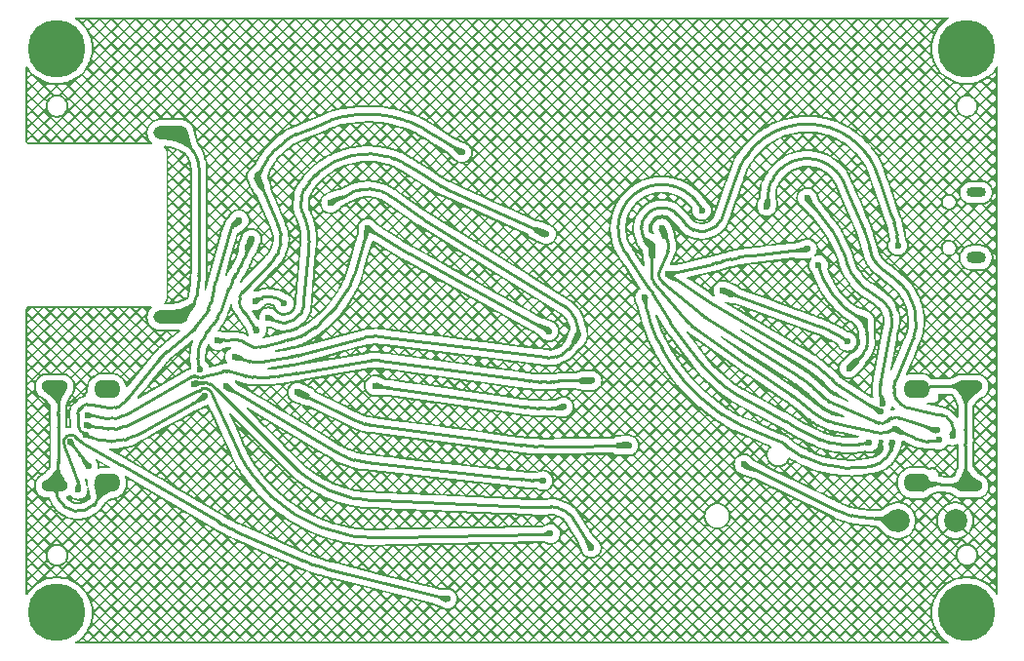
<source format=gbr>
%TF.GenerationSoftware,KiCad,Pcbnew,8.0.3*%
%TF.CreationDate,2024-07-09T14:43:51+12:00*%
%TF.ProjectId,USB Cable Tester,55534220-4361-4626-9c65-205465737465,rev?*%
%TF.SameCoordinates,Original*%
%TF.FileFunction,Copper,L2,Bot*%
%TF.FilePolarity,Positive*%
%FSLAX46Y46*%
G04 Gerber Fmt 4.6, Leading zero omitted, Abs format (unit mm)*
G04 Created by KiCad (PCBNEW 8.0.3) date 2024-07-09 14:43:51*
%MOMM*%
%LPD*%
G01*
G04 APERTURE LIST*
%TA.AperFunction,ComponentPad*%
%ADD10O,3.000000X1.200000*%
%TD*%
%TA.AperFunction,ComponentPad*%
%ADD11C,2.000000*%
%TD*%
%TA.AperFunction,ComponentPad*%
%ADD12O,2.300000X1.000000*%
%TD*%
%TA.AperFunction,ComponentPad*%
%ADD13O,2.300000X1.600000*%
%TD*%
%TA.AperFunction,ComponentPad*%
%ADD14O,1.700000X1.000000*%
%TD*%
%TA.AperFunction,ComponentPad*%
%ADD15O,1.700000X0.850000*%
%TD*%
%TA.AperFunction,ComponentPad*%
%ADD16C,0.400000*%
%TD*%
%TA.AperFunction,ComponentPad*%
%ADD17C,5.000000*%
%TD*%
%TA.AperFunction,ViaPad*%
%ADD18C,0.600000*%
%TD*%
%TA.AperFunction,Conductor*%
%ADD19C,0.250000*%
%TD*%
G04 APERTURE END LIST*
D10*
%TO.P,J1,10,SHIELD*%
%TO.N,/SHLD*%
X12874879Y-10333300D03*
X12874879Y-26333300D03*
%TD*%
D11*
%TO.P,TP1,1,1*%
%TO.N,+3V0*%
X76000000Y-44000000D03*
%TD*%
%TO.P,TP2,1,1*%
%TO.N,GND*%
X81000000Y-44000000D03*
%TD*%
D12*
%TO.P,J2,S1,SHIELD*%
%TO.N,/SHLD*%
X2799989Y-32346659D03*
D13*
X7350154Y-32606756D03*
X7350154Y-40726898D03*
D12*
X2799989Y-40986741D03*
%TD*%
D14*
%TO.P,J3,6,Shield*%
%TO.N,Net-(D26-K)*%
X82800000Y-21158300D03*
D15*
X82800000Y-15508300D03*
%TD*%
D12*
%TO.P,J4,S1,SHIELD*%
%TO.N,Net-(D26-K)*%
X82200011Y-40986741D03*
D13*
X77649846Y-40726644D03*
X77649846Y-32606502D03*
D12*
X82200011Y-32346659D03*
%TD*%
D16*
%TO.P,M4,*%
%TO.N,*%
X3000000Y-5000000D03*
X1585786Y-4414214D03*
X4414214Y-4414214D03*
X1000000Y-3000000D03*
D17*
X3000000Y-3000000D03*
D16*
X5000000Y-3000000D03*
X1585786Y-1585786D03*
X4414214Y-1585786D03*
X3000000Y-1000000D03*
%TD*%
%TO.P,M4,*%
%TO.N,*%
X82000000Y-5000000D03*
X80585786Y-4414214D03*
X83414214Y-4414214D03*
X80000000Y-3000000D03*
D17*
X82000000Y-3000000D03*
D16*
X84000000Y-3000000D03*
X80585786Y-1585786D03*
X83414214Y-1585786D03*
X82000000Y-1000000D03*
%TD*%
%TO.P,M4,*%
%TO.N,*%
X82000000Y-54000000D03*
X80585786Y-53414214D03*
X83414214Y-53414214D03*
X80000000Y-52000000D03*
D17*
X82000000Y-52000000D03*
D16*
X84000000Y-52000000D03*
X80585786Y-50585786D03*
X83414214Y-50585786D03*
X82000000Y-50000000D03*
%TD*%
%TO.P,M4,*%
%TO.N,*%
X3000000Y-54000000D03*
X1585786Y-53414214D03*
X4414214Y-53414214D03*
X1000000Y-52000000D03*
D17*
X3000000Y-52000000D03*
D16*
X5000000Y-52000000D03*
X1585786Y-50585786D03*
X4414214Y-50585786D03*
X3000000Y-50000000D03*
%TD*%
D18*
%TO.N,+3V0*%
X62651700Y-39115700D03*
%TO.N,Net-(D1-K)*%
X68136500Y-15978300D03*
X74722000Y-33817900D03*
%TO.N,Net-(D7-K)*%
X80741100Y-36638200D03*
X64617100Y-16712400D03*
%TO.N,Net-(D9-K)*%
X73142600Y-26644400D03*
X71761100Y-30768600D03*
X69126400Y-21796600D03*
%TO.N,Net-(D15-K)*%
X74502800Y-34523300D03*
X56051100Y-22617100D03*
X68163000Y-20399700D03*
%TO.N,/TX2+*%
X30614900Y-32278600D03*
X46959000Y-34127700D03*
%TO.N,/RX2-*%
X23898200Y-32863900D03*
X20200000Y-24918000D03*
X52639500Y-37471600D03*
X22731900Y-25154500D03*
%TO.N,/TX1+*%
X29981900Y-18616900D03*
X16972800Y-28361500D03*
X45710900Y-27531700D03*
%TO.N,/TX1-*%
X26752300Y-16423600D03*
X48185100Y-28038400D03*
X18439000Y-29791600D03*
%TO.N,/RX1-*%
X5714700Y-34823800D03*
X49450600Y-31843500D03*
%TO.N,/D-*%
X5539400Y-36554900D03*
X18822700Y-17895500D03*
X15801700Y-33202800D03*
%TO.N,/D+*%
X19884400Y-19555400D03*
X15434300Y-30879200D03*
%TO.N,/CC2*%
X4838900Y-41298100D03*
X36904200Y-50805000D03*
%TO.N,/CC1*%
X14899300Y-32136700D03*
X49386600Y-46357100D03*
%TO.N,/SBU1*%
X17690500Y-32340600D03*
X45210200Y-40525100D03*
%TO.N,/SBU2*%
X45849900Y-45137200D03*
X5610200Y-35715100D03*
%TO.N,Net-(D22-K)*%
X58977700Y-17047900D03*
X73515200Y-37200500D03*
%TO.N,Net-(D20-K)*%
X60802500Y-24021300D03*
X71620900Y-28427700D03*
%TO.N,Net-(D24-K)*%
X79442500Y-36157900D03*
X55515200Y-18598700D03*
%TO.N,Net-(D25-K)*%
X75524300Y-37199500D03*
X54020400Y-24594600D03*
%TO.N,Net-(D28-K)*%
X54685400Y-20163700D03*
X79559700Y-37012900D03*
X75799000Y-36032500D03*
X76000300Y-20105100D03*
%TO.N,/VBUS*%
X20374500Y-14113400D03*
X20355300Y-27451900D03*
X38153200Y-12022100D03*
%TO.N,/USB_GND*%
X4195600Y-37183200D03*
X45494300Y-19136300D03*
X21376300Y-26376700D03*
X5731100Y-39267700D03*
%TD*%
D19*
%TO.N,+3V0*%
X70108073Y-42789752D02*
X70633593Y-43048713D01*
X62651700Y-39115700D02*
X70108073Y-42789752D01*
X72577200Y-43658950D02*
X72868700Y-43687997D01*
X72868700Y-43687997D02*
X73451700Y-43746088D01*
X71440738Y-43388246D02*
X72004048Y-43549349D01*
X73451700Y-43746088D02*
X76000000Y-44000000D01*
X70633593Y-43048713D02*
X70896350Y-43178200D01*
X72577200Y-43658950D02*
G75*
G02*
X72004047Y-43549353I323300J3244250D01*
G01*
X71440738Y-43388246D02*
G75*
G02*
X70896351Y-43178198I895762J3132046D01*
G01*
%TO.N,Net-(D1-K)*%
X74451600Y-32707600D02*
X74451600Y-32761350D01*
X71579149Y-21637400D02*
X71482528Y-21251492D01*
X74551422Y-33369865D02*
X74484876Y-33067432D01*
X75415940Y-26095701D02*
X75166262Y-25472206D01*
X73299927Y-23904215D02*
X72939150Y-23644000D01*
X73951792Y-24374408D02*
X73916110Y-24348669D01*
X70565902Y-19229598D02*
X70625010Y-19350993D01*
X68136500Y-15978300D02*
X70200112Y-18664390D01*
X75417894Y-27067898D02*
X75294976Y-27728294D01*
X74475973Y-32190752D02*
X74480249Y-32153299D01*
X75479350Y-26737700D02*
X75417894Y-27067898D01*
X70200112Y-18664390D02*
X70282403Y-18771497D01*
X71464946Y-21181012D02*
X71471986Y-21209203D01*
X71245380Y-20625008D02*
X71300395Y-20738002D01*
X71419990Y-21028267D02*
X71376912Y-20910040D01*
X74451600Y-32555950D02*
X74451600Y-32606500D01*
X73951792Y-24374408D02*
X74496598Y-24767402D01*
X74540518Y-31781602D02*
X75294976Y-27728294D01*
X70282403Y-18771497D02*
X70323550Y-18825050D01*
X71245380Y-20625008D02*
X70625010Y-19350993D01*
X74454476Y-32454931D02*
X74460225Y-32354046D01*
X74474124Y-32207347D02*
X74468849Y-32253399D01*
X71910641Y-22378737D02*
X72373355Y-23061458D01*
X70536350Y-19168900D02*
X70565902Y-19229598D01*
X74517550Y-31905050D02*
X74525204Y-31863900D01*
X74503672Y-31987589D02*
X74491229Y-32070295D01*
X71327900Y-20794500D02*
X71300395Y-20738002D01*
X71471986Y-21209203D02*
X71475500Y-21223300D01*
X74718350Y-33810050D02*
X74722000Y-33817900D01*
X74540518Y-31781602D02*
X74525204Y-31863900D01*
X74711066Y-33794342D02*
X74649700Y-33661650D01*
X71456750Y-21148250D02*
X71464946Y-21181012D01*
X74769000Y-24963900D02*
X74496598Y-24767402D01*
X70400241Y-18936026D02*
X70471271Y-19050794D01*
X73299927Y-23904215D02*
X73916110Y-24348669D01*
X74451600Y-32606500D02*
X74451600Y-32707600D01*
X71482528Y-21251492D02*
G75*
G02*
X71475500Y-21223300I14552772J3642792D01*
G01*
X72373355Y-23061458D02*
G75*
G03*
X72939149Y-23644002I1928545J1307058D01*
G01*
X74475973Y-32190752D02*
G75*
G03*
X74475050Y-32199050I1317527J-150748D01*
G01*
X74484876Y-33067432D02*
G75*
G02*
X74451610Y-32761350I1391024J306032D01*
G01*
X74769000Y-24963900D02*
G75*
G02*
X75166264Y-25472205I-677000J-938500D01*
G01*
X74474124Y-32207347D02*
G75*
G03*
X74475050Y-32199050I-1438224J164747D01*
G01*
X75479350Y-26737700D02*
G75*
G03*
X75415916Y-26095710I-1137850J211700D01*
G01*
X71456750Y-21148250D02*
G75*
G03*
X71419990Y-21028267I-1168750J-292450D01*
G01*
X74454476Y-32454931D02*
G75*
G03*
X74451602Y-32555950I1772324J-100969D01*
G01*
X74503672Y-31987589D02*
G75*
G02*
X74517551Y-31905050I2398128J-360811D01*
G01*
X70536350Y-19168900D02*
G75*
G03*
X70471273Y-19050793I-1199250J-583800D01*
G01*
X74468849Y-32253399D02*
G75*
G03*
X74460225Y-32354046I1756451J-201201D01*
G01*
X74491229Y-32070295D02*
G75*
G03*
X74480248Y-32153299I2321871J-349405D01*
G01*
X74551422Y-33369865D02*
G75*
G03*
X74649701Y-33661650I1390978J306065D01*
G01*
X71327900Y-20794500D02*
G75*
G02*
X71376908Y-20910041I-1090700J-530800D01*
G01*
X74711066Y-33794342D02*
G75*
G03*
X74718350Y-33810050I8399034J3885242D01*
G01*
X70323550Y-18825050D02*
G75*
G02*
X70400242Y-18936025I-1059750J-814350D01*
G01*
X71910641Y-22378737D02*
G75*
G02*
X71579162Y-21637397I1928859J1307237D01*
G01*
%TO.N,Net-(D7-K)*%
X75845193Y-31697797D02*
X75799700Y-31805650D01*
X75402248Y-22739038D02*
X74772632Y-22224482D01*
X75843471Y-33411071D02*
X76207632Y-33861634D01*
X77386700Y-28042800D02*
X77246504Y-28375201D01*
X74470283Y-21977420D02*
X74772632Y-22224482D01*
X76956098Y-34208406D02*
X77522493Y-34329926D01*
X77554976Y-27350736D02*
X77583050Y-26991100D01*
X75661400Y-32489450D02*
X75661400Y-32637250D01*
X80744771Y-36627998D02*
X80742325Y-36634800D01*
X80744771Y-36627998D02*
X80745993Y-36624597D01*
X75936174Y-31482088D02*
X75845193Y-31697797D01*
X75402248Y-22739038D02*
X75960912Y-23195584D01*
X64727133Y-15650100D02*
X64653777Y-16358300D01*
X73103890Y-18877102D02*
X73146860Y-19016510D01*
X75730998Y-32028232D02*
X75684600Y-32257672D01*
X74319100Y-21853900D02*
X74470283Y-21977420D01*
X79732900Y-34804199D02*
X79879250Y-34835600D01*
X69094539Y-12689982D02*
X69094600Y-12690000D01*
X72984774Y-18532572D02*
X73035521Y-18669316D01*
X75960912Y-23195584D02*
X76240250Y-23423850D01*
X80750872Y-36610990D02*
X80745993Y-36624597D01*
X75661400Y-32896150D02*
X75661400Y-32809850D01*
X76966118Y-29040006D02*
X75936174Y-31482088D01*
X64768950Y-15246400D02*
X64727133Y-15650100D01*
X80742325Y-36634800D02*
X80741100Y-36638200D01*
X79440200Y-34741396D02*
X77522493Y-34329926D01*
X73643792Y-20650307D02*
X73614150Y-20544150D01*
X70398244Y-13406244D02*
X70684341Y-13657839D01*
X64617100Y-16712400D02*
X64653777Y-16358300D01*
X73661754Y-20720685D02*
X73702099Y-20881850D01*
X80796449Y-36483699D02*
X80750872Y-36610990D01*
X77246504Y-28375201D02*
X76966118Y-29040006D01*
X80652358Y-35484664D02*
X80652347Y-35484645D01*
X80145918Y-34956038D02*
X80266200Y-35045049D01*
X73854099Y-21235999D02*
X74063281Y-21565570D01*
X71275301Y-14607599D02*
X71580204Y-15305796D01*
X66225249Y-13136149D02*
X66225295Y-13136119D01*
X72842726Y-18196830D02*
X71580204Y-15305796D01*
X79440200Y-34741396D02*
X79732900Y-34804199D01*
X71122850Y-14258500D02*
X71275301Y-14607599D01*
X76712586Y-23956879D02*
X76905619Y-24261730D01*
X73103890Y-18877102D02*
X73082400Y-18807400D01*
X76672900Y-34147650D02*
X76956098Y-34208406D01*
X72842726Y-18196830D02*
X72901081Y-18330507D01*
X73654713Y-20692496D02*
X73661754Y-20720685D01*
X72930250Y-18397350D02*
X72901081Y-18330507D01*
X73654713Y-20692496D02*
X73651200Y-20678400D01*
X73146860Y-19016510D02*
X73543862Y-20304786D01*
X80822399Y-36044500D02*
X80834649Y-36193642D01*
X75661400Y-32637250D02*
X75661400Y-32809850D01*
X65004384Y-14540976D02*
X65200608Y-14214385D01*
X69094539Y-12689982D02*
G75*
G03*
X67610297Y-12593929I-958039J-3288418D01*
G01*
X73854099Y-21235999D02*
G75*
G02*
X73702113Y-20881847I1020401J647599D01*
G01*
X77583050Y-26991100D02*
G75*
G03*
X77465391Y-25571559I-4440450J346600D01*
G01*
X73082400Y-18807400D02*
G75*
G03*
X73035522Y-18669316I-2481400J-765400D01*
G01*
X76712586Y-23956879D02*
G75*
G03*
X76240248Y-23423853I-1881086J-1191121D01*
G01*
X74319100Y-21853900D02*
G75*
G02*
X74063291Y-21565564I764500J935900D01*
G01*
X75730998Y-32028232D02*
G75*
G02*
X75799697Y-31805649I1145202J-231568D01*
G01*
X80145918Y-34956038D02*
G75*
G03*
X79879248Y-34835609I-411918J-556662D01*
G01*
X76672900Y-34147650D02*
G75*
G02*
X76207621Y-33861643I171800J800950D01*
G01*
X80652358Y-35484664D02*
G75*
G02*
X80822391Y-36044501I-1209658J-673136D01*
G01*
X66225249Y-13136149D02*
G75*
G03*
X65200602Y-14214381I1911151J-2842151D01*
G01*
X65004384Y-14540976D02*
G75*
G03*
X64768960Y-15246401I1467716J-881824D01*
G01*
X76905619Y-24261730D02*
G75*
G02*
X77465382Y-25571562I-3763019J-2382670D01*
G01*
X72984774Y-18532572D02*
G75*
G03*
X72930250Y-18397350I-2449874J-909228D01*
G01*
X80652347Y-35484645D02*
G75*
G03*
X80266187Y-35045067I-1209547J-673155D01*
G01*
X73643792Y-20650307D02*
G75*
G02*
X73651201Y-20678400I-970892J-271093D01*
G01*
X75843471Y-33411071D02*
G75*
G02*
X75661439Y-32896150I637129J514871D01*
G01*
X73614150Y-20544150D02*
G75*
G03*
X73543863Y-20304786I-9031350J-2521950D01*
G01*
X80796449Y-36483699D02*
G75*
G03*
X80834652Y-36193642I-651849J233399D01*
G01*
X67610300Y-12593950D02*
G75*
G03*
X66225285Y-13136104I526200J-3384450D01*
G01*
X75661400Y-32489450D02*
G75*
G02*
X75684592Y-32257670I1169300J50D01*
G01*
X77554976Y-27350736D02*
G75*
G02*
X77386689Y-28042796I-2219976J173336D01*
G01*
X71122850Y-14258500D02*
G75*
G03*
X70684334Y-13657846I-1569450J-685400D01*
G01*
X70398244Y-13406244D02*
G75*
G03*
X69094601Y-12689997I-2261444J-2571556D01*
G01*
%TO.N,Net-(D9-K)*%
X73286776Y-27833814D02*
X73142600Y-26644400D01*
X72863205Y-29624704D02*
X72998200Y-29484600D01*
X73333569Y-28220103D02*
X73356950Y-28413250D01*
X69601649Y-23132950D02*
X69452374Y-22817474D01*
X69133497Y-21824900D02*
X69140588Y-21853202D01*
X73286776Y-27833814D02*
X73333569Y-28220103D01*
X69128175Y-21803675D02*
X69126400Y-21796600D01*
X69218300Y-22163450D02*
X69140588Y-21853202D01*
X72593220Y-29904918D02*
X71761100Y-30768600D01*
X70316238Y-24324383D02*
X70316250Y-24324400D01*
X69131723Y-21817825D02*
X69133497Y-21824900D01*
X73194964Y-29160005D02*
X73318535Y-28790892D01*
X72427547Y-26216677D02*
X72904249Y-26501825D01*
X71508657Y-25587604D02*
X71249825Y-25353328D01*
X69128175Y-21803675D02*
X69131723Y-21817825D01*
X72863205Y-29624704D02*
X72593220Y-29904918D01*
X72427547Y-26216677D02*
X72066900Y-26000950D01*
X72904249Y-26501825D02*
X73142600Y-26644400D01*
X73356950Y-28413250D02*
G75*
G02*
X73318517Y-28790886I-857050J-103550D01*
G01*
X69218300Y-22163450D02*
G75*
G03*
X69452373Y-22817475I3434100J860150D01*
G01*
X70316238Y-24324383D02*
G75*
G02*
X69601648Y-23132950I5683762J4218983D01*
G01*
X71249825Y-25353328D02*
G75*
G02*
X70316247Y-24324402I4749675J5247528D01*
G01*
X71508657Y-25587604D02*
G75*
G03*
X72066902Y-26000946I2375043J2624004D01*
G01*
X73194964Y-29160005D02*
G75*
G02*
X72998193Y-29484593I-817764J273805D01*
G01*
%TO.N,Net-(D15-K)*%
X67361192Y-29586210D02*
X68032098Y-29981402D01*
X64075502Y-20875830D02*
X68163000Y-20399700D01*
X60432908Y-21566930D02*
X60759199Y-21466949D01*
X74330398Y-34444102D02*
X74349500Y-34456050D01*
X56051100Y-22617100D02*
X59918307Y-21703449D01*
X70471808Y-31958191D02*
X70473582Y-31960117D01*
X64075502Y-20875830D02*
X63330600Y-20962607D01*
X62958150Y-21006000D02*
X63330600Y-20962607D01*
X70473582Y-31960117D02*
X70498858Y-31987541D01*
X74292193Y-34420208D02*
X70930329Y-32318010D01*
X74471500Y-34513099D02*
X74487955Y-34518482D01*
X69005983Y-30621086D02*
X69612011Y-31110109D01*
X68032098Y-29981402D02*
X68367550Y-30179000D01*
X60432908Y-21566930D02*
X60400702Y-21576807D01*
X74429702Y-34496564D02*
X74389010Y-34477541D01*
X70414158Y-31895638D02*
X70442989Y-31926909D01*
X70781300Y-32224900D02*
X70830982Y-32255927D01*
X70498858Y-31987541D02*
X70511500Y-32001250D01*
X61484677Y-21280179D02*
X62218705Y-21126323D01*
X70442989Y-31926909D02*
X70471808Y-31958191D01*
X70830982Y-32255927D02*
X70930329Y-32318010D01*
X60352242Y-21591105D02*
X60218849Y-21627249D01*
X56051100Y-22617100D02*
X59955662Y-25218852D01*
X74292193Y-34420208D02*
X74330398Y-34444102D01*
X70596277Y-32081681D02*
X70686511Y-32156509D01*
X67361192Y-29586210D02*
X60093435Y-25305237D01*
X74502800Y-34523300D02*
X74497850Y-34521700D01*
X70179000Y-31640750D02*
X70414158Y-31895638D01*
X60400702Y-21576807D02*
X60384600Y-21581750D01*
X70781300Y-32224900D02*
G75*
G02*
X70686511Y-32156509I459900J737300D01*
G01*
X61484677Y-21280179D02*
G75*
G03*
X60759199Y-21466950I1694723J-8085221D01*
G01*
X70179000Y-31640750D02*
G75*
G03*
X69612010Y-31110110I-3894500J-3593050D01*
G01*
X60023950Y-25263000D02*
G75*
G02*
X59955661Y-25218853I1561250J2489900D01*
G01*
X60218849Y-21627249D02*
G75*
G02*
X59918307Y-21703449I-2487249J9179249D01*
G01*
X70511500Y-32001250D02*
G75*
G03*
X70596281Y-32081677I643700J593650D01*
G01*
X60023950Y-25263000D02*
G75*
G03*
X60093436Y-25305236I1559150J2486800D01*
G01*
X62958150Y-21006000D02*
G75*
G03*
X62218704Y-21126320I957250J-8215300D01*
G01*
X74497850Y-34521700D02*
G75*
G02*
X74487955Y-34518482I975750J3017200D01*
G01*
X60384600Y-21581750D02*
G75*
G02*
X60352242Y-21591105I-295500J961450D01*
G01*
X74471500Y-34513099D02*
G75*
G02*
X74429701Y-34496566I115300J352599D01*
G01*
X68367550Y-30179000D02*
G75*
G02*
X69005983Y-30621086I-2690650J-4567700D01*
G01*
X74389010Y-34477541D02*
G75*
G02*
X74349498Y-34456053I156390J334641D01*
G01*
%TO.N,/TX2+*%
X46952975Y-34128825D02*
X46940924Y-34131069D01*
X44890839Y-34238474D02*
X44276919Y-34201423D01*
X46959000Y-34127700D02*
X46952975Y-34128825D01*
X43665600Y-34139500D02*
X43361200Y-34096097D01*
X45891898Y-34242370D02*
X45852299Y-34243192D01*
X30614900Y-32278600D02*
X42752400Y-34009290D01*
X46910792Y-34136660D02*
X46800899Y-34156999D01*
X46934897Y-34132189D02*
X46910792Y-34136660D01*
X45852299Y-34243192D02*
X45812700Y-34244009D01*
X42752400Y-34009290D02*
X43361200Y-34096097D01*
X46531338Y-34195728D02*
X46260366Y-34223570D01*
X45812700Y-34244009D02*
X45773100Y-34244836D01*
X45891898Y-34242370D02*
X45988550Y-34240350D01*
X45773100Y-34244836D02*
X45505250Y-34250500D01*
X46934897Y-34132189D02*
X46940924Y-34131069D01*
X44890839Y-34238474D02*
G75*
G03*
X45505250Y-34250501I454861J7537274D01*
G01*
X43665600Y-34139500D02*
G75*
G03*
X44276919Y-34201422I1066500J7480400D01*
G01*
X45988550Y-34240350D02*
G75*
G03*
X46260366Y-34223573I-69950J3343550D01*
G01*
X46531338Y-34195728D02*
G75*
G03*
X46800898Y-34156996I-345438J3361528D01*
G01*
%TO.N,/RX2-*%
X46409598Y-37553082D02*
X52639500Y-37471600D01*
X20814076Y-24621178D02*
X20732231Y-24660737D01*
X44051532Y-37510023D02*
X44724678Y-37550476D01*
X23898200Y-32863900D02*
X28895614Y-35252968D01*
X20732231Y-24660737D02*
X20486575Y-24779477D01*
X46409598Y-37553082D02*
X45735399Y-37561895D01*
X22723488Y-25145210D02*
X22522299Y-24924100D01*
X20486575Y-24779477D02*
X20295525Y-24871825D01*
X22020703Y-24642300D02*
X21425481Y-24527096D01*
X20814076Y-24621178D02*
X20854999Y-24601399D01*
X29765552Y-35599383D02*
X29508372Y-35522724D01*
X45735399Y-37561895D02*
X45398300Y-37566300D01*
X30027050Y-35655500D02*
X30159998Y-35673307D01*
X28895614Y-35252968D02*
X29137703Y-35368692D01*
X30159998Y-35673307D02*
X30425894Y-35708930D01*
X43046698Y-37400210D02*
X43380850Y-37445000D01*
X22729100Y-25151400D02*
X22731900Y-25154500D01*
X20200000Y-24918000D02*
X20295525Y-24871825D01*
X29258750Y-35426550D02*
X29137703Y-35368692D01*
X42378394Y-37310642D02*
X43046698Y-37400210D01*
X42378394Y-37310642D02*
X30425894Y-35708930D01*
X20854999Y-24601399D02*
G75*
G02*
X21425482Y-24527089I397101J-821601D01*
G01*
X30027050Y-35655500D02*
G75*
G02*
X29765553Y-35599380I226950J1694800D01*
G01*
X29258750Y-35426550D02*
G75*
G03*
X29508373Y-35522720I739550J1547550D01*
G01*
X22522299Y-24924100D02*
G75*
G03*
X22020701Y-24642310I-674999J-614200D01*
G01*
X44724678Y-37550476D02*
G75*
G03*
X45398300Y-37566303I553322J9207376D01*
G01*
X44051532Y-37510023D02*
G75*
G02*
X43380850Y-37445000I551968J9184623D01*
G01*
X22729100Y-25151400D02*
G75*
G03*
X22723488Y-25145210I-1851700J-1673100D01*
G01*
%TO.N,/TX1+*%
X28228050Y-23961000D02*
X28452606Y-23535684D01*
X19387903Y-28597142D02*
X19549084Y-28693574D01*
X18721536Y-28302196D02*
X18928452Y-28356800D01*
X21010084Y-28811340D02*
X20723096Y-28884985D01*
X18404200Y-28279807D02*
X18190300Y-28284730D01*
X19123700Y-28439050D02*
X19226726Y-28500703D01*
X16978274Y-28360524D02*
X16974625Y-28361175D01*
X19226726Y-28500703D02*
X19387903Y-28597142D01*
X16972800Y-28361500D02*
X16974625Y-28361175D01*
X24202399Y-27944699D02*
X24175199Y-27958698D01*
X20723096Y-28884985D02*
X20579600Y-28921800D01*
X45710900Y-27531700D02*
X33593908Y-20842080D01*
X23584405Y-28193530D02*
X23827096Y-28114767D01*
X16987398Y-28358896D02*
X16980099Y-28360198D01*
X16987398Y-28358896D02*
X17056550Y-28346550D01*
X24175199Y-27958698D02*
X24147998Y-27972696D01*
X16980099Y-28360198D02*
X16978274Y-28360524D01*
X29213756Y-21262486D02*
X28945489Y-22186396D01*
X19722700Y-28797450D02*
X19549084Y-28693574D01*
X25806699Y-26900599D02*
X25432279Y-27202475D01*
X22744005Y-28366321D02*
X22633020Y-28394784D01*
X17364914Y-28309723D02*
X17210274Y-28325177D01*
X29981900Y-18616900D02*
X32658319Y-20291722D01*
X17752800Y-28294818D02*
X17597500Y-28298404D01*
X23229102Y-28268913D02*
X23211000Y-28271703D01*
X29213756Y-21262486D02*
X29981900Y-18616900D01*
X24147998Y-27972696D02*
X24061799Y-28017049D01*
X18404200Y-28279807D02*
X18511150Y-28277350D01*
X23211000Y-28271703D02*
X23192899Y-28274494D01*
X27167273Y-25554221D02*
X27167226Y-25554277D01*
X23136249Y-28283199D02*
X23174796Y-28277279D01*
X18190300Y-28284730D02*
X17752800Y-28294818D01*
X19996378Y-28894775D02*
X20289492Y-28937320D01*
X23337050Y-28252300D02*
X23229102Y-28268913D01*
X22744005Y-28366321D02*
X22799500Y-28352100D01*
X28811350Y-22648350D02*
X28945489Y-22186396D01*
X24630099Y-27724549D02*
X24229598Y-27930698D01*
X17519850Y-28300200D02*
X17597500Y-28298404D01*
X21010084Y-28811340D02*
X22633020Y-28394784D01*
X23192899Y-28274494D02*
X23174796Y-28277279D01*
X22911122Y-28326405D02*
X23023451Y-28303399D01*
X24229598Y-27930698D02*
X24202399Y-27944699D01*
X28811350Y-22648350D02*
G75*
G02*
X28452610Y-23535686I-4532250J1316150D01*
G01*
X23337050Y-28252300D02*
G75*
G03*
X23584405Y-28193529I-240350J1561500D01*
G01*
X19123700Y-28439050D02*
G75*
G03*
X18928453Y-28356797I-388000J-648150D01*
G01*
X20579600Y-28921800D02*
G75*
G02*
X20289493Y-28937314I-183800J716800D01*
G01*
X22911122Y-28326405D02*
G75*
G03*
X22799500Y-28352098I473978J-2314495D01*
G01*
X27167273Y-25554221D02*
G75*
G03*
X28228053Y-23961002I-7281173J5997621D01*
G01*
X23136249Y-28283199D02*
G75*
G03*
X23023451Y-28303399I350451J-2282001D01*
G01*
X33122350Y-20573300D02*
G75*
G03*
X33593908Y-20842081I10110650J17190400D01*
G01*
X24630099Y-27724549D02*
G75*
G03*
X25432275Y-27202471I-2159599J4195549D01*
G01*
X18721536Y-28302196D02*
G75*
G03*
X18511150Y-28277354I-193036J-731504D01*
G01*
X17210274Y-28325177D02*
G75*
G03*
X17056550Y-28346548I200226J-2003823D01*
G01*
X24061799Y-28017049D02*
G75*
G02*
X23827094Y-28114762I-721399J1402049D01*
G01*
X17364914Y-28309723D02*
G75*
G02*
X17519850Y-28300201I201986J-2021277D01*
G01*
X33122350Y-20573300D02*
G75*
G02*
X32658320Y-20291721I10013150J17024400D01*
G01*
X19996378Y-28894775D02*
G75*
G02*
X19722704Y-28797444I106322J732375D01*
G01*
X25806699Y-26900599D02*
G75*
G03*
X27167228Y-25554279I-5921799J7344899D01*
G01*
%TO.N,/TX1-*%
X46713887Y-25182118D02*
X47041497Y-25385204D01*
X47933028Y-28382948D02*
X48185100Y-28038400D01*
X18455329Y-29796616D02*
X18520888Y-29817339D01*
X18897318Y-29931559D02*
X19292284Y-30043848D01*
X18439000Y-29791600D02*
X18444450Y-29793250D01*
X31145901Y-28026591D02*
X31558804Y-28078164D01*
X23428150Y-29745300D02*
X23437200Y-29743904D01*
X19292284Y-30043848D02*
X19593896Y-30129612D01*
X23752230Y-29684729D02*
X23626766Y-29711171D01*
X28419604Y-15569008D02*
X28628200Y-15462100D01*
X31132387Y-15390945D02*
X31353197Y-15469674D01*
X19593896Y-30129612D02*
X19744700Y-30172500D01*
X47205300Y-25486750D02*
X47041497Y-25385204D01*
X30939450Y-28000800D02*
X31145901Y-28026591D01*
X20830896Y-30194881D02*
X20676400Y-30221650D01*
X29066447Y-15308255D02*
X29296182Y-15261292D01*
X21139886Y-30141326D02*
X23329595Y-29761667D01*
X31765500Y-15683600D02*
X31957006Y-15818790D01*
X31957006Y-15818790D02*
X32340026Y-16089160D01*
X23389250Y-29751600D02*
X23410063Y-29748183D01*
X48187428Y-28026550D02*
X48185875Y-28034450D01*
X48221850Y-27261350D02*
X48242470Y-27452883D01*
X48026945Y-26524739D02*
X48026965Y-26524785D01*
X31558804Y-28078164D02*
X44806094Y-29732534D01*
X47621200Y-25879800D02*
X47495168Y-25734071D01*
X48191328Y-28006804D02*
X48188207Y-28022601D01*
X29501097Y-28140890D02*
X29099290Y-28249062D01*
X48185875Y-28034450D02*
X48185100Y-28038400D01*
X47933028Y-28382948D02*
X47563882Y-28887487D01*
X44806094Y-29732534D02*
X45426398Y-29810008D01*
X29702000Y-28086800D02*
X29501097Y-28140890D01*
X47563882Y-28887487D02*
X47379300Y-29139750D01*
X45736550Y-29848750D02*
X45426398Y-29810008D01*
X32340026Y-16089160D02*
X34140858Y-17360287D01*
X23876950Y-29654850D02*
X23938896Y-29638187D01*
X30525444Y-27989426D02*
X30110455Y-28018272D01*
X46333671Y-29763637D02*
X46907709Y-29515870D01*
X20365318Y-30240150D02*
X20052066Y-30223647D01*
X23455302Y-29741115D02*
X23437200Y-29743904D01*
X24062786Y-29604850D02*
X29099290Y-28249062D01*
X21139886Y-30141326D02*
X20830896Y-30194881D01*
X26752300Y-16423600D02*
X28002416Y-15782832D01*
X48187428Y-28026550D02*
X48188207Y-28022601D01*
X48225649Y-27833549D02*
X48191328Y-28006804D01*
X18670450Y-29864250D02*
X18569635Y-29833082D01*
X28419604Y-15569008D02*
X28002416Y-15782832D01*
X24062786Y-29604850D02*
X23938896Y-29638187D01*
X46713887Y-25182118D02*
X34805916Y-17800580D01*
X23455302Y-29741115D02*
X23500599Y-29734149D01*
X23876950Y-29654850D02*
G75*
G02*
X23752229Y-29684727I-607450J2260550D01*
G01*
X30525444Y-27989426D02*
G75*
G02*
X30939450Y-28000803I148456J-2136174D01*
G01*
X18455329Y-29796616D02*
G75*
G03*
X18444450Y-29793250I-278129J-879684D01*
G01*
X47379300Y-29139750D02*
G75*
G02*
X46907702Y-29515853I-926600J678150D01*
G01*
X29066447Y-15308255D02*
G75*
G03*
X28628200Y-15462099I343153J-1678645D01*
G01*
X34470100Y-17585400D02*
G75*
G03*
X34805916Y-17800580I7369300J11131100D01*
G01*
X23428150Y-29745300D02*
G75*
G03*
X23410063Y-29748183I293950J-1902400D01*
G01*
X23389250Y-29751600D02*
G75*
G03*
X23329595Y-29761667I1081950J-6593500D01*
G01*
X18670450Y-29864250D02*
G75*
G03*
X18897318Y-29931558I3061350J9902550D01*
G01*
X20365318Y-30240150D02*
G75*
G03*
X20676398Y-30221641I73282J1391750D01*
G01*
X48242470Y-27452883D02*
G75*
G02*
X48225651Y-27833549I-1255870J-135217D01*
G01*
X18545250Y-29825250D02*
G75*
G03*
X18520888Y-29817339I-520650J-1561950D01*
G01*
X47621200Y-25879800D02*
G75*
G02*
X48026943Y-26524740I-1909500J-1651400D01*
G01*
X34470100Y-17585400D02*
G75*
G02*
X34140857Y-17360288I7380400J11147700D01*
G01*
X31765500Y-15683600D02*
G75*
G03*
X31353200Y-15469666I-987100J-1398100D01*
G01*
X23626766Y-29711171D02*
G75*
G02*
X23500599Y-29734148I-479966J2277671D01*
G01*
X20052066Y-30223647D02*
G75*
G02*
X19744699Y-30172504I73134J1388747D01*
G01*
X29702000Y-28086800D02*
G75*
G02*
X30110455Y-28018269I557000J-2068300D01*
G01*
X47495168Y-25734071D02*
G75*
G03*
X47205298Y-25486753I-955468J-826329D01*
G01*
X31132387Y-15390945D02*
G75*
G03*
X30223150Y-15200449I-1150787J-3227555D01*
G01*
X46333671Y-29763637D02*
G75*
G02*
X45736548Y-29848766I-454871J1053837D01*
G01*
X18569635Y-29833082D02*
G75*
G02*
X18545250Y-29825249I349065J1128582D01*
G01*
X30223150Y-15200450D02*
G75*
G03*
X29296182Y-15261291I-241350J-3414850D01*
G01*
X48221850Y-27261350D02*
G75*
G03*
X48026965Y-26524785I-2511150J-270350D01*
G01*
%TO.N,/RX1-*%
X18075669Y-31069232D02*
X18080550Y-31070600D01*
X46564504Y-31865728D02*
X46593500Y-31860350D01*
X46969899Y-31831703D02*
X47077898Y-31832212D01*
X15282850Y-31539350D02*
X15203726Y-31515214D01*
X18101273Y-31076316D02*
X18992292Y-31318228D01*
X23720000Y-31206800D02*
X23672538Y-31214528D01*
X21609200Y-31504600D02*
X21529699Y-31506989D01*
X5922700Y-34857250D02*
X5948995Y-34863666D01*
X22319904Y-31424330D02*
X22162701Y-31448707D01*
X15376424Y-31554024D02*
X15472066Y-31555474D01*
X19429700Y-31437000D02*
X19283898Y-31397407D01*
X20779498Y-31529458D02*
X20477499Y-31538489D01*
X15031000Y-31462500D02*
X15154228Y-31500111D01*
X6064853Y-34886525D02*
X6902496Y-35014424D01*
X8763250Y-34879950D02*
X8947500Y-34773901D01*
X21529699Y-31506989D02*
X21370698Y-31511759D01*
X43750201Y-31832188D02*
X44000400Y-31866550D01*
X5804423Y-34834808D02*
X5863675Y-34844991D01*
X20477499Y-31538489D02*
X20326500Y-31543000D01*
X14619850Y-31509150D02*
X14558403Y-31544506D01*
X22084100Y-31460900D02*
X22162701Y-31448707D01*
X14558403Y-31544506D02*
X14435514Y-31615226D01*
X49450600Y-31843500D02*
X47077898Y-31832212D01*
X23832907Y-31187849D02*
X30065794Y-30110464D01*
X9316002Y-34561804D02*
X8947500Y-34773901D01*
X5714849Y-34823515D02*
X5744700Y-34826599D01*
X45893649Y-31945799D02*
X45843700Y-31946858D01*
X45007165Y-31944627D02*
X44502726Y-31915472D01*
X46516298Y-31874689D02*
X46492192Y-31879156D01*
X43249806Y-31763452D02*
X43750201Y-31832188D01*
X43249806Y-31763452D02*
X31088700Y-30092696D01*
X30235098Y-30081191D02*
X30065794Y-30110464D01*
X17792006Y-31013000D02*
X17608940Y-31011600D01*
X15566050Y-31543600D02*
X15612200Y-31531001D01*
X46969899Y-31831703D02*
X46915900Y-31831450D01*
X46540401Y-31870207D02*
X46516298Y-31874689D01*
X30918400Y-30069299D02*
X30833250Y-30057600D01*
X20025476Y-31529772D02*
X19725538Y-31494329D01*
X15704500Y-31505806D02*
X15612200Y-31531001D01*
X45843700Y-31946858D02*
X45804000Y-31947714D01*
X45804000Y-31947714D02*
X45764299Y-31948582D01*
X45724598Y-31949432D02*
X45511799Y-31953899D01*
X17429100Y-31035050D02*
X17340793Y-31059176D01*
X45764299Y-31948582D02*
X45724598Y-31949432D01*
X30490295Y-30050400D02*
X30662163Y-30047400D01*
X46564504Y-31865728D02*
X46540401Y-31870207D01*
X15178977Y-31507664D02*
X15203726Y-31515214D01*
X5714700Y-34823650D02*
X5714700Y-34823800D01*
X30319750Y-30066550D02*
X30235098Y-30081191D01*
X9316002Y-34561804D02*
X14435514Y-31615226D01*
X46808115Y-31836021D02*
X46700390Y-31845678D01*
X7532950Y-35110700D02*
X7322799Y-35078606D01*
X17340793Y-31059176D02*
X17164174Y-31107406D01*
X6017137Y-34878652D02*
X5993360Y-34873947D01*
X18053843Y-31062923D02*
X17971400Y-31039100D01*
X23642095Y-31219371D02*
X22319904Y-31424330D01*
X46250823Y-31916450D02*
X46072501Y-31934747D01*
X5961005Y-34866628D02*
X5969750Y-34868750D01*
X30918400Y-30069299D02*
X31088700Y-30092696D01*
X15154228Y-31500111D02*
X15178977Y-31507664D01*
X18992292Y-31318228D02*
X19283898Y-31397407D01*
X6902496Y-35014424D02*
X7322799Y-35078606D01*
X21767902Y-31494924D02*
X21926292Y-31480375D01*
X14751739Y-31465803D02*
X14892762Y-31449795D01*
X20779498Y-31529458D02*
X21370698Y-31511759D01*
X7952043Y-35103605D02*
X8370053Y-35025194D01*
X15704500Y-31505806D02*
X17164174Y-31107406D01*
X46428149Y-31890999D02*
X46492192Y-31879156D01*
X23654449Y-31217399D02*
X23646504Y-31218629D01*
X18080550Y-31070600D02*
G75*
G03*
X18101273Y-31076316I741450J2647700D01*
G01*
X5948995Y-34863666D02*
G75*
G02*
X5955000Y-34865150I-283595J-1160634D01*
G01*
X18075669Y-31069232D02*
G75*
G02*
X18064750Y-31066100I257731J919132D01*
G01*
X6064853Y-34886525D02*
G75*
G02*
X6040950Y-34882850I1949447J12759125D01*
G01*
X14751739Y-31465803D02*
G75*
G03*
X14619853Y-31509155I38561J-339597D01*
G01*
X30833250Y-30057600D02*
G75*
G03*
X30662163Y-30047397I-151650J-1103400D01*
G01*
X7952043Y-35103605D02*
G75*
G02*
X7532948Y-35110714I-230443J1228205D01*
G01*
X6017137Y-34878652D02*
G75*
G03*
X6040950Y-34882849I112563J568952D01*
G01*
X45007165Y-31944627D02*
G75*
G03*
X45511799Y-31953898I370035J6402827D01*
G01*
X23642095Y-31219371D02*
G75*
G03*
X23644300Y-31218999I-14895J95071D01*
G01*
X46428149Y-31890999D02*
G75*
G02*
X46250823Y-31916452I-404349J2186599D01*
G01*
X46593500Y-31860350D02*
G75*
G02*
X46700390Y-31845678I209300J-1128150D01*
G01*
X17429100Y-31035050D02*
G75*
G02*
X17608940Y-31011590I174800J-638950D01*
G01*
X18053843Y-31062923D02*
G75*
G02*
X18064750Y-31066100I-671943J-2327077D01*
G01*
X21767902Y-31494924D02*
G75*
G02*
X21609200Y-31504599I-236902J2579424D01*
G01*
X30490295Y-30050400D02*
G75*
G03*
X30319749Y-30066545I19405J-1113800D01*
G01*
X5714700Y-34823650D02*
G75*
G02*
X5714856Y-34823503I100J50D01*
G01*
X20326500Y-31543000D02*
G75*
G02*
X20025477Y-31529767I-60900J2045100D01*
G01*
X5804423Y-34834808D02*
G75*
G03*
X5744700Y-34826598I-151823J-883092D01*
G01*
X44000400Y-31866550D02*
G75*
G03*
X44502726Y-31915472I872500J6355350D01*
G01*
X15031000Y-31462500D02*
G75*
G03*
X14892763Y-31449803I-99700J-326600D01*
G01*
X45893649Y-31945799D02*
G75*
G03*
X46072501Y-31934749I-46849J2211299D01*
G01*
X19725538Y-31494329D02*
G75*
G02*
X19429700Y-31436999I239862J2029729D01*
G01*
X15566050Y-31543600D02*
G75*
G02*
X15472066Y-31555466I-88850J325600D01*
G01*
X5969750Y-34868750D02*
G75*
G03*
X5993360Y-34873948I133950J552250D01*
G01*
X17792006Y-31013000D02*
G75*
G02*
X17971397Y-31039110I-5106J-664400D01*
G01*
X5961005Y-34866628D02*
G75*
G02*
X5955000Y-34865150I216095J891128D01*
G01*
X22084100Y-31460900D02*
G75*
G02*
X21926292Y-31480377I-391100J2519700D01*
G01*
X23646504Y-31218629D02*
G75*
G03*
X23644300Y-31219000I12596J-81571D01*
G01*
X46808115Y-31836021D02*
G75*
G02*
X46915900Y-31831447I102485J-1142779D01*
G01*
X15376424Y-31554024D02*
G75*
G02*
X15282847Y-31539361I5076J338324D01*
G01*
X5922700Y-34857250D02*
G75*
G03*
X5863675Y-34844989I-206700J-846850D01*
G01*
X8370053Y-35025194D02*
G75*
G03*
X8763245Y-34879941I-230553J1228894D01*
G01*
X23654449Y-31217399D02*
G75*
G03*
X23672538Y-31214528I-362849J2344399D01*
G01*
X23832907Y-31187849D02*
G75*
G02*
X23720000Y-31206800I-2003007J11587549D01*
G01*
%TO.N,/D-*%
X18403099Y-18244076D02*
X18192307Y-18530414D01*
X15609250Y-33339950D02*
X15581098Y-33355698D01*
X5207284Y-36333322D02*
X5205917Y-36332411D01*
X12079549Y-29744950D02*
X12237933Y-29581965D01*
X5560241Y-36566166D02*
X5803650Y-36698250D01*
X11857298Y-30002798D02*
X11928850Y-29914600D01*
X7728720Y-37107400D02*
X7728878Y-37107398D01*
X5875700Y-33931900D02*
X5806048Y-33922819D01*
X5213715Y-36337677D02*
X5539400Y-36554900D01*
X11857298Y-30002798D02*
X11714192Y-30179194D01*
X6606550Y-36972550D02*
X6330292Y-36903329D01*
X15717036Y-33269458D02*
X15663982Y-33305927D01*
X9897200Y-36534801D02*
X9648600Y-36673850D01*
X5805750Y-33923084D02*
X5596300Y-33901899D01*
X15581098Y-33355698D02*
X15524794Y-33387192D01*
X12502091Y-29341398D02*
X12532349Y-29315999D01*
X4862014Y-35596698D02*
X4874103Y-35767299D01*
X14950596Y-27299528D02*
X14870801Y-27389173D01*
X10394402Y-36256704D02*
X9897200Y-36534801D01*
X8073056Y-34164562D02*
X8468455Y-34012332D01*
X14738004Y-27510005D02*
X14784450Y-27472000D01*
X5191504Y-36322790D02*
X5129100Y-36281099D01*
X15345888Y-26783489D02*
X15321210Y-26809709D01*
X4811768Y-34887802D02*
X4796850Y-34677650D01*
X15541549Y-26575249D02*
X15370554Y-26757256D01*
X12489301Y-29352302D02*
X12493550Y-29348650D01*
X15069418Y-27131529D02*
X15092899Y-27094849D01*
X4933106Y-34320792D02*
X5235501Y-34027398D01*
X4841572Y-35308108D02*
X4862014Y-35596698D01*
X4880150Y-35852600D02*
X4874103Y-35767299D01*
X5203183Y-36330588D02*
X5205917Y-36332411D01*
X16615254Y-23896019D02*
X16534214Y-24245702D01*
X4811768Y-34887802D02*
X4841572Y-35308108D01*
X15217464Y-26927138D02*
X15153249Y-27009543D01*
X18038200Y-18844600D02*
X17989493Y-19015598D01*
X16340700Y-25080750D02*
X16405203Y-24802400D01*
X18797812Y-17911719D02*
X18657300Y-18003600D01*
X17989493Y-19015598D02*
X17892074Y-19357592D01*
X15285399Y-26847799D02*
X15297135Y-26835309D01*
X15321210Y-26809709D02*
X15320617Y-26810340D01*
X7037706Y-34110649D02*
X7456501Y-34175687D01*
X8849249Y-36958349D02*
X9124596Y-36885632D01*
X4929159Y-36011840D02*
X5015044Y-36159665D01*
X17892074Y-19357592D02*
X16770428Y-23294912D01*
X15320617Y-26810340D02*
X15297135Y-26835309D01*
X14738004Y-27510005D02*
X14645116Y-27586021D01*
X8799700Y-33771650D02*
X8933198Y-33607099D01*
X7665900Y-34208200D02*
X7456501Y-34175687D01*
X5191504Y-36322790D02*
X5200200Y-36328597D01*
X6015056Y-33951804D02*
X7037706Y-34110649D01*
X15370554Y-26757256D02*
X15345888Y-26783489D01*
X11714192Y-30179194D02*
X9200194Y-33277996D01*
X12489301Y-29352302D02*
X12480806Y-29359608D01*
X15788818Y-33213472D02*
X15768349Y-33230549D01*
X5539400Y-36554900D02*
X5546350Y-36558650D01*
X18822700Y-17895500D02*
X18814400Y-17900900D01*
X12480806Y-29359608D02*
X12403199Y-29426399D01*
X10394402Y-36256704D02*
X15524794Y-33387192D01*
X15801700Y-33202800D02*
X15797400Y-33206350D01*
X9200194Y-33277996D02*
X8933198Y-33607099D01*
X15022849Y-27204149D02*
X15050482Y-27160971D01*
X14645116Y-27586021D02*
X12601806Y-29258429D01*
X15871948Y-26115028D02*
X16141458Y-25611059D01*
X5200200Y-36328597D02*
X5203183Y-36330588D01*
X16534214Y-24245702D02*
X16405203Y-24802400D01*
X16770428Y-23294912D02*
G75*
G03*
X16689100Y-23594500I11996572J-3417488D01*
G01*
X15153249Y-27009543D02*
G75*
G03*
X15092900Y-27094850I891051J-694357D01*
G01*
X9124596Y-36885632D02*
G75*
G03*
X9648601Y-36673853I-574696J2176132D01*
G01*
X15059950Y-27146250D02*
G75*
G03*
X15050482Y-27160971I3314350J-2142050D01*
G01*
X18797812Y-17911719D02*
G75*
G02*
X18814400Y-17900900I4296588J-6569481D01*
G01*
X15217464Y-26927138D02*
G75*
G02*
X15285399Y-26847799I892736J-695662D01*
G01*
X18403099Y-18244076D02*
G75*
G02*
X18657305Y-18003608I793301J-584024D01*
G01*
X15871948Y-26115028D02*
G75*
G02*
X15541545Y-26575246I-1904148J1018328D01*
G01*
X8849249Y-36958349D02*
G75*
G02*
X7728878Y-37107411I-1148849J4349949D01*
G01*
X14950596Y-27299528D02*
G75*
G03*
X15022850Y-27204150I-565996J503828D01*
G01*
X5207284Y-36333322D02*
G75*
G02*
X5210500Y-36335500I-157384J-235878D01*
G01*
X12079549Y-29744950D02*
G75*
G03*
X11928850Y-29914600I1817851J-1766550D01*
G01*
X5015044Y-36159665D02*
G75*
G03*
X5129095Y-36281106I319056J185365D01*
G01*
X8073056Y-34164562D02*
G75*
G02*
X7665900Y-34208202I-285356J741162D01*
G01*
X5805900Y-33922950D02*
G75*
G02*
X5805771Y-33923008I-100J50D01*
G01*
X5235501Y-34027398D02*
G75*
G02*
X5596297Y-33901931I315199J-324902D01*
G01*
X12502091Y-29341398D02*
G75*
G03*
X12493550Y-29348650I632809J-753902D01*
G01*
X12403199Y-29426399D02*
G75*
G03*
X12237933Y-29581965I1662101J-1931301D01*
G01*
X6015056Y-33951804D02*
G75*
G03*
X5875700Y-33931900I-883756J-5689796D01*
G01*
X15788818Y-33213472D02*
G75*
G02*
X15797400Y-33206350I1275482J-1528228D01*
G01*
X5803650Y-36698250D02*
G75*
G03*
X6330290Y-36903338I1073950J1979050D01*
G01*
X5560241Y-36566166D02*
G75*
G03*
X5546350Y-36558650I-3513341J-6476634D01*
G01*
X7728720Y-37107400D02*
G75*
G02*
X6606551Y-36972545I-28420J4499900D01*
G01*
X5805900Y-33922950D02*
G75*
G02*
X5806057Y-33922804I100J50D01*
G01*
X5210500Y-36335500D02*
G75*
G03*
X5213715Y-36337677I150900J219400D01*
G01*
X15717036Y-33269458D02*
G75*
G03*
X15768348Y-33230548I-391636J569758D01*
G01*
X12532349Y-29315999D02*
G75*
G02*
X12601806Y-29258429I4688651J-5586101D01*
G01*
X8468455Y-34012332D02*
G75*
G03*
X8799690Y-33771642I-285255J740832D01*
G01*
X15609250Y-33339950D02*
G75*
G03*
X15663983Y-33305929I-342250J611650D01*
G01*
X4933106Y-34320792D02*
G75*
G03*
X4796884Y-34677648I315094J-324708D01*
G01*
X4929159Y-36011840D02*
G75*
G02*
X4880142Y-35852601I318941J185340D01*
G01*
X16141458Y-25611059D02*
G75*
G03*
X16340695Y-25080749I-1902258J1017259D01*
G01*
X15059950Y-27146250D02*
G75*
G03*
X15069418Y-27131529I-3865550J2496650D01*
G01*
X14870801Y-27389173D02*
G75*
G02*
X14784452Y-27472003I-567101J504773D01*
G01*
X16615254Y-23896019D02*
G75*
G02*
X16689100Y-23594500I12137346J-2812781D01*
G01*
X18038200Y-18844600D02*
G75*
G02*
X18192305Y-18530412I947400J-269800D01*
G01*
%TO.N,/D+*%
X15282502Y-29188017D02*
X15226296Y-29870785D01*
X19461625Y-20669508D02*
X19320206Y-21042202D01*
X18909569Y-21948559D02*
X19089025Y-21592847D01*
X15829336Y-27907267D02*
X15867046Y-27838970D01*
X17921190Y-23829696D02*
X17900597Y-23875099D01*
X15428602Y-30863149D02*
X15426705Y-30857797D01*
X19249500Y-21228550D02*
X19320206Y-21042202D01*
X15964223Y-27672876D02*
X16009686Y-27610608D01*
X17443834Y-25115412D02*
X17808572Y-24106426D01*
X19884400Y-19555400D02*
X19461625Y-20669508D01*
X17870616Y-23943594D02*
X17851870Y-23989734D01*
X18570946Y-22513130D02*
X18538800Y-22563100D01*
X15716660Y-28111331D02*
X15527508Y-28453890D01*
X17443834Y-25115412D02*
X17255908Y-25635303D01*
X16085309Y-27523508D02*
X16080861Y-27528210D01*
X16298650Y-27297650D02*
X16132452Y-27473656D01*
X18243593Y-23118796D02*
X18169272Y-23282686D01*
X15312450Y-30534950D02*
X15419122Y-30836390D01*
X15922900Y-27737750D02*
X15904286Y-27771492D01*
X18604088Y-22461692D02*
X18587511Y-22487407D01*
X16633288Y-26861342D02*
X16923096Y-26390579D01*
X17900597Y-23875099D02*
X17890300Y-23897800D01*
X17825518Y-24059606D02*
X17808572Y-24106426D01*
X15829336Y-27907267D02*
X15716660Y-28111331D01*
X17255908Y-25635303D02*
X17161950Y-25895250D01*
X16058850Y-27551500D02*
X16066185Y-27543734D01*
X16108888Y-27498589D02*
X16085309Y-27523508D01*
X15428602Y-30863149D02*
X15432400Y-30873850D01*
X18620656Y-22435970D02*
X18711949Y-22294099D01*
X16132452Y-27473656D02*
X16108888Y-27498589D01*
X18587511Y-22487407D02*
X18570946Y-22513130D01*
X16080861Y-27528210D02*
X16066185Y-27543734D01*
X18447039Y-22717844D02*
X18360943Y-22875886D01*
X15493269Y-28515897D02*
X15476150Y-28546900D01*
X15904286Y-27771492D02*
X15867046Y-27838970D01*
X17921190Y-23829696D02*
X18169272Y-23282686D01*
X15432400Y-30873850D02*
X15434300Y-30879200D01*
X15527508Y-28453890D02*
X15493269Y-28515897D01*
X18280750Y-23036850D02*
X18243593Y-23118796D01*
X17834000Y-24036200D02*
X17825518Y-24059606D01*
X18620656Y-22435970D02*
X18604088Y-22461692D01*
X15419122Y-30836390D02*
X15426705Y-30857797D01*
X17870616Y-23943594D02*
G75*
G02*
X17890299Y-23897799I1153384J-468606D01*
G01*
X17834000Y-24036200D02*
G75*
G02*
X17851870Y-23989734I1246500J-452700D01*
G01*
X15282502Y-29188017D02*
G75*
G02*
X15476160Y-28546905I1591998J-131083D01*
G01*
X18447039Y-22717844D02*
G75*
G02*
X18538797Y-22563098I2168661J-1181356D01*
G01*
X16058850Y-27551500D02*
G75*
G03*
X16009679Y-27610603I442450J-418100D01*
G01*
X18909569Y-21948559D02*
G75*
G02*
X18711950Y-22294100I-3400769J1715659D01*
G01*
X16633288Y-26861342D02*
G75*
G02*
X16298647Y-27297647I-2288988J1409142D01*
G01*
X15922900Y-27737750D02*
G75*
G02*
X15964224Y-27672876I530700J-292450D01*
G01*
X18280750Y-23036850D02*
G75*
G02*
X18360946Y-22875888I2237350J-1014250D01*
G01*
X15226296Y-29870785D02*
G75*
G03*
X15312442Y-30534953I1592504J-131115D01*
G01*
X19249500Y-21228550D02*
G75*
G02*
X19089027Y-21592848I-3559700J1350550D01*
G01*
X17161950Y-25895250D02*
G75*
G02*
X16923099Y-26390581I-2527150J913350D01*
G01*
%TO.N,/CC2*%
X3612494Y-37402001D02*
X3574700Y-37301300D01*
X36904200Y-50805000D02*
X27269902Y-48374388D01*
X26260400Y-48119700D02*
X26596900Y-48204597D01*
X4698468Y-40271971D02*
X4774917Y-40466793D01*
X23341612Y-47021770D02*
X18918384Y-45067333D01*
X4698468Y-40271971D02*
X4498418Y-39762023D01*
X23341612Y-47021770D02*
X23976503Y-47302292D01*
X3612494Y-37402001D02*
X3688078Y-37603406D01*
X16906098Y-44036800D02*
X17231499Y-44227700D01*
X5170592Y-37198413D02*
X5204368Y-37217754D01*
X4611100Y-36719199D02*
X4531000Y-36647450D01*
X25595767Y-47921797D02*
X24939538Y-47695804D01*
X4813150Y-40564200D02*
X4774917Y-40466793D01*
X18400900Y-44838700D02*
X18573396Y-44914908D01*
X4863899Y-41180949D02*
X4843677Y-41275895D01*
X26596900Y-48204597D02*
X27269902Y-48374388D01*
X17231499Y-44227700D02*
X17394200Y-44323150D01*
X4611100Y-36719199D02*
X4771300Y-36862696D01*
X4343593Y-36568676D02*
X4236250Y-36561650D01*
X5015587Y-37081512D02*
X4771300Y-36862696D01*
X5044597Y-37107503D02*
X5059100Y-37120500D01*
X18573396Y-44914908D02*
X18918384Y-45067333D01*
X4859978Y-40765889D02*
X4877121Y-40974306D01*
X4840500Y-41290700D02*
X4838900Y-41298100D01*
X5153700Y-37188750D02*
X5170592Y-37198413D01*
X3688078Y-37603406D02*
X4484219Y-39725023D01*
X16906098Y-44036800D02*
X8620525Y-39175991D01*
X8589128Y-39157788D02*
X5204368Y-37217754D01*
X3601700Y-36995550D02*
X3569311Y-37098038D01*
X5121018Y-37167712D02*
X5089392Y-37144894D01*
X3844053Y-36669046D02*
X3843993Y-36669088D01*
X5015587Y-37081512D02*
X5044597Y-37107503D01*
X23976503Y-47302292D02*
X24293950Y-47442550D01*
X17724794Y-44504584D02*
X18060551Y-44676538D01*
X4491250Y-39743550D02*
G75*
G03*
X4498418Y-39762023I2517550J966250D01*
G01*
X5121018Y-37167712D02*
G75*
G03*
X5153701Y-37188748I214082J296712D01*
G01*
X3601700Y-36995550D02*
G75*
G02*
X3843995Y-36669091I593990J-187710D01*
G01*
X4491250Y-39743550D02*
G75*
G02*
X4484219Y-39725023I2454850J942250D01*
G01*
X18400900Y-44838700D02*
G75*
G02*
X18060551Y-44676537I2657200J6015200D01*
G01*
X4859978Y-40765889D02*
G75*
G03*
X4813149Y-40564201I-708878J-58311D01*
G01*
X3844053Y-36669046D02*
G75*
G02*
X4236251Y-36561628I351547J-513854D01*
G01*
X4343593Y-36568676D02*
G75*
G02*
X4531023Y-36647425I-20293J-310724D01*
G01*
X4840500Y-41290700D02*
G75*
G03*
X4843677Y-41275895I-5109638J1104219D01*
G01*
X8604850Y-39166850D02*
G75*
G02*
X8620525Y-39175991I-1743150J-3007150D01*
G01*
X5059100Y-37120500D02*
G75*
G03*
X5089392Y-37144894I245300J273600D01*
G01*
X17724794Y-44504584D02*
G75*
G02*
X17394201Y-44323147I3002706J5863084D01*
G01*
X4877121Y-40974306D02*
G75*
G02*
X4863900Y-41180949I-709431J-58354D01*
G01*
X3569311Y-37098038D02*
G75*
G03*
X3574699Y-37301300I296909J-93832D01*
G01*
X24939538Y-47695804D02*
G75*
G02*
X24293949Y-47442551I2677762J7775604D01*
G01*
X8589128Y-39157788D02*
G75*
G02*
X8604850Y-39166850I-1833928J-3199912D01*
G01*
X26260400Y-48119700D02*
G75*
G02*
X25595768Y-47921795I2007900J7958200D01*
G01*
%TO.N,/CC1*%
X49386600Y-46357100D02*
X48178990Y-44460504D01*
X44773400Y-42841599D02*
X45081359Y-42850973D01*
X25025848Y-40480282D02*
X24646386Y-40221715D01*
X30171699Y-42193701D02*
X29713050Y-42173200D01*
X31088998Y-42234704D02*
X44096781Y-42816180D01*
X45302980Y-42851748D02*
X45389642Y-42846650D01*
X15599099Y-32043749D02*
X15600394Y-32043564D01*
X15764800Y-32018950D02*
X15635596Y-32038377D01*
X16035413Y-32041654D02*
X16300589Y-32128546D01*
X23615994Y-39315705D02*
X23941500Y-39639450D01*
X45562896Y-42826770D02*
X45878049Y-42784599D01*
X47813697Y-43886801D02*
X47631050Y-43599950D01*
X45476050Y-42838350D02*
X45497202Y-42835524D01*
X30171699Y-42193701D02*
X31088998Y-42234704D01*
X15578885Y-32046541D02*
X14899300Y-32136700D01*
X16828987Y-32565610D02*
X22964978Y-38668220D01*
X46523436Y-42882905D02*
X47140053Y-43169690D01*
X45196650Y-42853284D02*
X45209650Y-42853495D01*
X47813697Y-43886801D02*
X48178990Y-44460504D01*
X22964978Y-38668220D02*
X23615994Y-39315705D01*
X16631097Y-32368802D02*
X16828987Y-32565610D01*
X45562896Y-42826770D02*
X45540999Y-42829692D01*
X45196650Y-42853284D02*
X45142250Y-42852400D01*
X45216150Y-42853600D02*
X45209650Y-42853495D01*
X45540999Y-42829692D02*
X45519100Y-42832606D01*
X45519100Y-42832606D02*
X45497202Y-42835524D01*
X28360148Y-41944088D02*
X28807296Y-42048399D01*
X16631097Y-32368802D02*
X16532150Y-32270400D01*
X46523436Y-42882905D02*
G75*
G03*
X45878053Y-42784626I-490936J-1055695D01*
G01*
X16300589Y-32128546D02*
G75*
G02*
X16532159Y-32270391I-183089J-558854D01*
G01*
X28360148Y-41944088D02*
G75*
G02*
X26625298Y-41366404I2254452J9664188D01*
G01*
X25025848Y-40480282D02*
G75*
G03*
X26625299Y-41366402I5590652J8204582D01*
G01*
X15635596Y-32038377D02*
G75*
G02*
X15618000Y-32041000I-1081096J7191877D01*
G01*
X45216150Y-42853600D02*
G75*
G03*
X45302980Y-42851747I18650J1161200D01*
G01*
X47631050Y-43599950D02*
G75*
G03*
X47140040Y-43169718I-981850J-625250D01*
G01*
X15764800Y-32018950D02*
G75*
G02*
X16035419Y-32041636I87500J-581650D01*
G01*
X45081359Y-42850973D02*
G75*
G03*
X45142250Y-42852400I132441J4350973D01*
G01*
X15578885Y-32046541D02*
G75*
G03*
X15599099Y-32043749I-252185J1900041D01*
G01*
X44773400Y-42841599D02*
G75*
G02*
X44096781Y-42816180I1446500J47522499D01*
G01*
X28807296Y-42048399D02*
G75*
G03*
X29713050Y-42173195I1127304J4832499D01*
G01*
X15618000Y-32041000D02*
G75*
G02*
X15600394Y-32043564I-716200J4856300D01*
G01*
X45476050Y-42838350D02*
G75*
G02*
X45389642Y-42846648I-155350J1163650D01*
G01*
X24646386Y-40221715D02*
G75*
G02*
X23941506Y-39639444I2793414J4099415D01*
G01*
%TO.N,/SBU1*%
X17700100Y-32346500D02*
X17690500Y-32340600D01*
X30582296Y-38991632D02*
X42608600Y-40337494D01*
X45164524Y-40524352D02*
X45194975Y-40524850D01*
X45088398Y-40523120D02*
X44894400Y-40519999D01*
X29872499Y-38912208D02*
X29517600Y-38872500D01*
X26581996Y-37645306D02*
X27195399Y-38011201D01*
X45210200Y-40525100D02*
X45194975Y-40524850D01*
X45149299Y-40524104D02*
X45164524Y-40524352D01*
X17719342Y-32358229D02*
X17747249Y-32375100D01*
X27195399Y-38011201D02*
X27502100Y-38194150D01*
X42608600Y-40337494D02*
X43115300Y-40394198D01*
X17822483Y-32420278D02*
X26581996Y-37645306D01*
X28147263Y-38491021D02*
X28824243Y-38718881D01*
X43115300Y-40394198D02*
X43368650Y-40422550D01*
X29872499Y-38912208D02*
X30582296Y-38991632D01*
X45088398Y-40523120D02*
X45149299Y-40524104D01*
X43876412Y-40467152D02*
X44385085Y-40499647D01*
X27502100Y-38194150D02*
G75*
G03*
X28147264Y-38491017I1709900J2866550D01*
G01*
X29517600Y-38872500D02*
G75*
G02*
X28824243Y-38718881I370900J3315600D01*
G01*
X43368650Y-40422550D02*
G75*
G03*
X43876412Y-40467150I1189850J10633450D01*
G01*
X17822483Y-32420278D02*
G75*
G02*
X17747249Y-32375100I7688917J12889378D01*
G01*
X44894400Y-40519999D02*
G75*
G02*
X44385085Y-40499646I171800J10681899D01*
G01*
X17700100Y-32346500D02*
G75*
G03*
X17719342Y-32358229I1608200J2616600D01*
G01*
%TO.N,/SBU2*%
X7436950Y-36019550D02*
X7180399Y-35980006D01*
X15252760Y-32739118D02*
X15304480Y-32709384D01*
X45844450Y-45137925D02*
X45849900Y-45137200D01*
X15594250Y-32542800D02*
X15584026Y-32548677D01*
X25877623Y-44572458D02*
X25877555Y-44572431D01*
X15231225Y-32751274D02*
X15220264Y-32757030D01*
X28327200Y-45253449D02*
X28956087Y-45364322D01*
X21592326Y-41879328D02*
X21592388Y-41879386D01*
X15584026Y-32548677D02*
X15563578Y-32560431D01*
X45496969Y-45172950D02*
X45629701Y-45162851D01*
X16540056Y-33192218D02*
X18106303Y-36608396D01*
X6667296Y-35900924D02*
X7180399Y-35980006D01*
X9655002Y-35452304D02*
X15192590Y-32770678D01*
X19916250Y-39967550D02*
X19543579Y-39448980D01*
X5657462Y-35720347D02*
X5681219Y-35724049D01*
X16415789Y-32921204D02*
X16540056Y-33192218D01*
X45828100Y-45140105D02*
X45806302Y-45143022D01*
X16149514Y-32604779D02*
X15865495Y-32513923D01*
X30861999Y-45451286D02*
X30223500Y-45463250D01*
X32138998Y-45427344D02*
X30861999Y-45451286D01*
X15203697Y-32765294D02*
X15192590Y-32770678D01*
X16353650Y-32785700D02*
X16415789Y-32921204D01*
X45364050Y-45179250D02*
X45297499Y-45180499D01*
X32138998Y-45427344D02*
X45164398Y-45182996D01*
X5613075Y-35715375D02*
X5610200Y-35715100D01*
X5704850Y-35728450D02*
X5716602Y-35730990D01*
X45844450Y-45137925D02*
X45833550Y-45139377D01*
X18106303Y-36608396D02*
X18638601Y-37769399D01*
X18904750Y-38349900D02*
X18638601Y-37769399D01*
X5716602Y-35730990D02*
X5740108Y-35736060D01*
X5633650Y-35717349D02*
X5630549Y-35717051D01*
X5618824Y-35715925D02*
X5624348Y-35716455D01*
X15407920Y-32649916D02*
X15304480Y-32709384D01*
X15563578Y-32560431D02*
X15407920Y-32649916D01*
X45833550Y-45139377D02*
X45828100Y-45140105D01*
X8954050Y-35791750D02*
X9187700Y-35678601D01*
X5740108Y-35736060D02*
X5963258Y-35784106D01*
X45762099Y-45148949D02*
X45806302Y-45143022D01*
X9655002Y-35452304D02*
X9187700Y-35678601D01*
X5624348Y-35716455D02*
X5630549Y-35717051D01*
X8463672Y-35943450D02*
X7950202Y-36020553D01*
X15209250Y-32762600D02*
X15203697Y-32765294D01*
X5613075Y-35715375D02*
X5618824Y-35715925D01*
X45297499Y-45180499D02*
X45164398Y-45182996D01*
X6237791Y-35834732D02*
X6667296Y-35900924D01*
X5963258Y-35784106D02*
G75*
G03*
X6100150Y-35811452I985842J4578806D01*
G01*
X15252760Y-32739118D02*
G75*
G03*
X15242050Y-32745300I1633740J-2842682D01*
G01*
X5657462Y-35720347D02*
G75*
G03*
X5633650Y-35717346I-63262J-406053D01*
G01*
X25877555Y-44572431D02*
G75*
G02*
X23604454Y-43433594I4737045J12293031D01*
G01*
X21592388Y-41879386D02*
G75*
G03*
X23604448Y-43433603I9023912J9602686D01*
G01*
X21592326Y-41879328D02*
G75*
G02*
X19916248Y-39967551I9019974J9598528D01*
G01*
X16353650Y-32785700D02*
G75*
G03*
X16149518Y-32604767I-307050J-140800D01*
G01*
X45364050Y-45179250D02*
G75*
G03*
X45496969Y-45172948I-43850J2329850D01*
G01*
X6237791Y-35834732D02*
G75*
G02*
X6100150Y-35811451I725809J4709632D01*
G01*
X15209250Y-32762600D02*
G75*
G03*
X15220264Y-32757030I-177450J364600D01*
G01*
X18904750Y-38349900D02*
G75*
G03*
X19543582Y-39448978I5989050J2745900D01*
G01*
X30223500Y-45463250D02*
G75*
G02*
X28956087Y-45364321I-123300J6588450D01*
G01*
X8954050Y-35791750D02*
G75*
G02*
X8463670Y-35943435I-743750J1535950D01*
G01*
X5704850Y-35728450D02*
G75*
G03*
X5681219Y-35724051I-85850J-395550D01*
G01*
X15594250Y-32542800D02*
G75*
G02*
X15865500Y-32513909I168350J-292800D01*
G01*
X15231225Y-32751274D02*
G75*
G03*
X15242051Y-32745302I-139325J265374D01*
G01*
X7436950Y-36019550D02*
G75*
G03*
X7950203Y-36020561I259950J1686050D01*
G01*
X45629701Y-45162851D02*
G75*
G03*
X45762099Y-45148949I-176201J2315551D01*
G01*
X25877623Y-44572458D02*
G75*
G03*
X28327201Y-45253441I4736777J12292558D01*
G01*
%TO.N,/SHLD*%
X6947984Y-40893928D02*
X6781211Y-41427402D01*
X13773415Y-26333300D02*
X12874900Y-26333300D01*
X3111177Y-38932024D02*
X3112399Y-38920299D01*
X14904756Y-25099954D02*
X14540554Y-25679528D01*
X15325202Y-22375800D02*
X15325200Y-22460900D01*
X15325298Y-19555398D02*
X15325202Y-22375800D01*
X3091018Y-39321499D02*
X3092672Y-39403398D01*
X2946500Y-41417600D02*
X2946500Y-41183625D01*
X5437000Y-43093500D02*
X5436986Y-43093504D01*
X3154350Y-42160350D02*
X3050435Y-41957344D01*
X15306687Y-22800498D02*
X15297450Y-22885094D01*
X2946500Y-41490000D02*
X2946500Y-41526200D01*
X3121399Y-34783599D02*
X3121975Y-34747207D01*
X3108202Y-38960600D02*
X3104695Y-38994299D01*
X2946500Y-41417600D02*
X2946500Y-41490000D01*
X2946500Y-41101175D02*
X2946500Y-41183625D01*
X15325500Y-13566200D02*
X15325500Y-13329950D01*
X3090200Y-39280550D02*
X3091018Y-39321499D01*
X3101696Y-39023099D02*
X3100450Y-39035050D01*
X15311300Y-22758200D02*
X15306687Y-22800498D01*
X3125000Y-35927350D02*
X3125000Y-35933600D01*
X15325300Y-19554800D02*
X15325300Y-19555000D01*
X15255669Y-12868006D02*
X15116031Y-12416694D01*
X15325500Y-13566200D02*
X15325500Y-14038700D01*
X3124149Y-34649899D02*
X3123446Y-34690393D01*
X6349211Y-42460962D02*
X6189386Y-42623763D01*
X2873250Y-40986700D02*
X2962500Y-40986700D01*
X3108735Y-38955475D02*
X3108202Y-38960600D01*
X15325498Y-16993998D02*
X15325300Y-19554800D01*
X3125000Y-35933600D02*
X3125000Y-35946100D01*
X7175200Y-40726900D02*
X7350200Y-40726900D01*
X15235810Y-23448890D02*
X15161377Y-24129497D01*
X3124974Y-35914850D02*
X3120804Y-34884805D01*
X6781211Y-41427402D02*
X6645102Y-41862800D01*
X3111177Y-38932024D02*
X3108735Y-38955475D01*
X3094500Y-39116735D02*
X3091098Y-39198677D01*
X14512464Y-11411154D02*
X14029027Y-10704674D01*
X15124150Y-24469800D02*
X15161377Y-24129497D01*
X14067900Y-26150550D02*
X13778659Y-26330914D01*
X2962550Y-32346700D02*
X2800000Y-32346700D01*
X15325500Y-16993400D02*
X15325500Y-16993600D01*
X15325200Y-22460900D02*
X15325200Y-22503450D01*
X3104695Y-38994299D02*
X3104186Y-38999198D01*
X3092672Y-39403398D02*
X3121682Y-40824233D01*
X2946500Y-41059950D02*
X2946500Y-41101175D01*
X3125000Y-38555900D02*
X3125000Y-38637000D01*
X3118699Y-38839536D02*
X3122898Y-38758595D01*
X6577050Y-42080500D02*
X6645102Y-41862800D01*
X15297450Y-22885094D02*
X15235810Y-23448890D01*
X3125000Y-38555900D02*
X3125000Y-35946100D01*
X15325299Y-19555199D02*
X15325298Y-19555398D01*
X13324900Y-10333300D02*
X12874900Y-10333300D01*
X15322874Y-22588486D02*
X15318225Y-22673414D01*
X14512464Y-11411154D02*
X14779316Y-11801088D01*
X3104186Y-38999198D02*
X3101696Y-39023099D01*
X3125000Y-38677550D02*
X3125000Y-38637000D01*
X15325500Y-14038700D02*
X15325500Y-16993400D01*
X3125100Y-32509250D02*
X3125100Y-34540491D01*
X3732270Y-42833214D02*
X3732213Y-42833173D01*
X14779316Y-11801088D02*
X14912750Y-11996050D01*
X3121399Y-34783599D02*
G75*
G03*
X3120805Y-34884805I5090401J-80501D01*
G01*
X3090200Y-39280550D02*
G75*
G02*
X3091097Y-39198677I1340800J26250D01*
G01*
X15255669Y-12868006D02*
G75*
G02*
X15325512Y-13329950I-1493069J-461994D01*
G01*
X13773415Y-26333300D02*
G75*
G03*
X13776148Y-26332497I-15J5100D01*
G01*
X3124974Y-35914850D02*
G75*
G02*
X3125000Y-35927350I-3255206J-13021D01*
G01*
X2873250Y-40986700D02*
X2873250Y-40986700D01*
X3732270Y-42833214D02*
G75*
G03*
X4553252Y-43168834I1106530J1534814D01*
G01*
X6349211Y-42460962D02*
G75*
G03*
X6577043Y-42080498I-675011J662662D01*
G01*
X13778659Y-26330914D02*
G75*
G03*
X13776150Y-26332500I123541J-198186D01*
G01*
X15116031Y-12416694D02*
G75*
G03*
X14912759Y-11996044I-1492331J-461706D01*
G01*
X15325499Y-16993799D02*
G75*
G03*
X15325499Y-16993998I9801J-101D01*
G01*
X3094500Y-39116735D02*
G75*
G02*
X3100451Y-39035050I1309900J-54365D01*
G01*
X3112399Y-38920299D02*
G75*
G03*
X3118698Y-38839536I-1549699J161499D01*
G01*
X15325500Y-16993600D02*
G75*
G03*
X15325500Y-16993799I9900J-100D01*
G01*
X6947984Y-40893928D02*
G75*
G02*
X7175200Y-40726928I227216J-71072D01*
G01*
X6189386Y-42623763D02*
G75*
G02*
X5436995Y-43093484I-1350686J1326063D01*
G01*
X15311300Y-22758200D02*
G75*
G03*
X15318226Y-22673414I-1577000J171500D01*
G01*
X3154350Y-42160350D02*
G75*
G03*
X3732213Y-42833173I1684720J862380D01*
G01*
X3125100Y-32509250D02*
G75*
G03*
X2962550Y-32346700I-162550J0D01*
G01*
X3123446Y-34690393D02*
G75*
G02*
X3122699Y-34718800I-1601546J27893D01*
G01*
X13324900Y-10333300D02*
G75*
G02*
X14029027Y-10704674I0J-853200D01*
G01*
X15322874Y-22588486D02*
G75*
G03*
X15325201Y-22503450I-1554374J85086D01*
G01*
X14067900Y-26150550D02*
G75*
G03*
X14540571Y-25679539I-787500J1262950D01*
G01*
X3125000Y-38677550D02*
G75*
G02*
X3122897Y-38758595I-1564700J50D01*
G01*
X2946500Y-41526200D02*
G75*
G03*
X3050435Y-41957344I946200J0D01*
G01*
X15325300Y-19555000D02*
G75*
G03*
X15325300Y-19555199I9900J-100D01*
G01*
X5436986Y-43093504D02*
G75*
G02*
X4553247Y-43168869I-598186J1795304D01*
G01*
X2962500Y-40986700D02*
G75*
G03*
X3121666Y-40824233I0J159200D01*
G01*
X2873250Y-40986700D02*
G75*
G02*
X2946500Y-41059950I-50J-73300D01*
G01*
X15124150Y-24469800D02*
G75*
G02*
X14904765Y-25099959I-1480050J162000D01*
G01*
X3121975Y-34747207D02*
G75*
G02*
X3122699Y-34718800I1451325J-22793D01*
G01*
X3124149Y-34649899D02*
G75*
G03*
X3125100Y-34540491I-6299479J109465D01*
G01*
%TO.N,Net-(D22-K)*%
X69200150Y-36930750D02*
X68935897Y-36807104D01*
X58973202Y-17037998D02*
X58976200Y-17044600D01*
X66547505Y-35529292D02*
X66576494Y-35549807D01*
X73480195Y-37209884D02*
X73445184Y-37219240D01*
X69746117Y-37130247D02*
X70027885Y-37206109D01*
X68407390Y-36559818D02*
X68935897Y-36807104D01*
X57681053Y-28733434D02*
X58547388Y-29868808D01*
X52693928Y-21222865D02*
X54297032Y-23659477D01*
X58965720Y-17021489D02*
X58971704Y-17034697D01*
X56557190Y-27260607D02*
X56654360Y-27387930D01*
X56415313Y-27066844D02*
X56325897Y-26933871D01*
X57681053Y-28733434D02*
X56654360Y-27387930D01*
X73445184Y-37219240D02*
X73198300Y-37285100D01*
X67922399Y-36332900D02*
X67745750Y-36250250D01*
X58058384Y-15783485D02*
X58351962Y-16048710D01*
X67063386Y-35873381D02*
X67400524Y-36069524D01*
X58977700Y-17047900D02*
X58976200Y-17044600D01*
X52142065Y-20368439D02*
X52200999Y-20459816D01*
X66576494Y-35549807D02*
X66605478Y-35570329D01*
X61044935Y-32392662D02*
X59957466Y-31467039D01*
X66735650Y-35662550D02*
X66605478Y-35570329D01*
X54566198Y-24013600D02*
X54580499Y-24028500D01*
X56508600Y-27196950D02*
X56557190Y-27260607D01*
X51838806Y-17661869D02*
X51838791Y-17661932D01*
X53699940Y-15267255D02*
X53699950Y-15267250D01*
X51834499Y-19599873D02*
X51770800Y-19209450D01*
X54580499Y-24028500D02*
X54594796Y-24043402D01*
X64107074Y-34203146D02*
X66241427Y-35345346D01*
X66398020Y-35431612D02*
X66458817Y-35469210D01*
X54597488Y-24046209D02*
X54606397Y-24055502D01*
X72625725Y-37385424D02*
X72335009Y-37410552D01*
X67922399Y-36332900D02*
X68275698Y-36498201D01*
X68275698Y-36498201D02*
X68407390Y-36559818D01*
X54297032Y-23659477D02*
X54348308Y-23737394D01*
X66336050Y-35395950D02*
X66304507Y-35379086D01*
X66525680Y-35513842D02*
X66540342Y-35524224D01*
X54694750Y-24170900D02*
X54706506Y-24190896D01*
X56118760Y-26591222D02*
X54730024Y-24230884D01*
X73480195Y-37209884D02*
X73488947Y-37207542D01*
X52413991Y-20790037D02*
X52551013Y-21002458D01*
X73506450Y-37202850D02*
X73488947Y-37207542D01*
X62847893Y-33529311D02*
X62218300Y-33192400D01*
X54640914Y-24095386D02*
X54668986Y-24132415D01*
X58971704Y-17034697D02*
X58973202Y-17037998D01*
X73515200Y-37200500D02*
X73506450Y-37202850D01*
X52413991Y-20790037D02*
X52200999Y-20459816D01*
X66241427Y-35345346D02*
X66304507Y-35379086D01*
X54566198Y-24013600D02*
X54548200Y-23994850D01*
X66547505Y-35529292D02*
X66540342Y-35524224D01*
X58965720Y-17021489D02*
X58808600Y-16674300D01*
X66525680Y-35513842D02*
X66518350Y-35508649D01*
X56199990Y-26729305D02*
X56240600Y-26798350D01*
X54373950Y-23776350D02*
X54348308Y-23737394D01*
X56118760Y-26591222D02*
X56199990Y-26729305D01*
X54606397Y-24055502D02*
X54610850Y-24060150D01*
X52619528Y-21108666D02*
X52551013Y-21002458D01*
X52112600Y-20322750D02*
X52142065Y-20368439D01*
X54486826Y-23924726D02*
X54428669Y-23851768D01*
X54706506Y-24190896D02*
X54730024Y-24230884D01*
X54594796Y-24043402D02*
X54597488Y-24046209D01*
X58980550Y-30436500D02*
X58547388Y-29868808D01*
X62847893Y-33529311D02*
X64107074Y-34203146D01*
X54486826Y-23924726D02*
G75*
G03*
X54548198Y-23994852I792574J631726D01*
G01*
X55182846Y-14819400D02*
G75*
G02*
X56721155Y-15001585I332354J-3779300D01*
G01*
X52519700Y-16270500D02*
G75*
G03*
X51838802Y-17661868I2996100J-2328500D01*
G01*
X54668986Y-24132415D02*
G75*
G02*
X54694749Y-24170901I-314486J-238385D01*
G01*
X52619528Y-21108666D02*
G75*
G03*
X52656600Y-21165850I12929272J8341366D01*
G01*
X58058384Y-15783485D02*
G75*
G03*
X56721154Y-15001589I-2543184J-2815015D01*
G01*
X73198300Y-37285100D02*
G75*
G02*
X72625726Y-37385433I-859900J3223300D01*
G01*
X69200150Y-36930750D02*
G75*
G03*
X69746118Y-37130244I1412250J3018150D01*
G01*
X67745750Y-36250250D02*
G75*
G02*
X67400523Y-36069526I1849850J3953750D01*
G01*
X54640914Y-24095386D02*
G75*
G03*
X54610848Y-24060152I-320114J-242714D01*
G01*
X56325897Y-26933871D02*
G75*
G02*
X56240598Y-26798351I2198003J1478071D01*
G01*
X66336050Y-35395950D02*
G75*
G02*
X66398021Y-35431611I-531750J-995750D01*
G01*
X56415313Y-27066844D02*
G75*
G03*
X56508601Y-27196949I2209187J1485544D01*
G01*
X66458817Y-35469210D02*
G75*
G02*
X66518349Y-35508650I-601117J-971990D01*
G01*
X52656600Y-21165850D02*
G75*
G03*
X52693928Y-21222865I12799200J8338950D01*
G01*
X61044935Y-32392662D02*
G75*
G03*
X62218300Y-33192399I4312265J5066262D01*
G01*
X71172500Y-37409300D02*
G75*
G02*
X70027887Y-37206103I588400J6639900D01*
G01*
X52112600Y-20322750D02*
G75*
G02*
X51834494Y-19599874I1594700J1028450D01*
G01*
X58980550Y-30436500D02*
G75*
G03*
X59957463Y-31467043I5288950J4035400D01*
G01*
X54373950Y-23776350D02*
G75*
G03*
X54428669Y-23851768I858950J565650D01*
G01*
X71172500Y-37409300D02*
G75*
G03*
X72335009Y-37410551I588400J6640500D01*
G01*
X67063386Y-35873381D02*
G75*
G02*
X66735649Y-35662551I2191714J3767181D01*
G01*
X51838791Y-17661932D02*
G75*
G03*
X51770788Y-19209452I3675509J-936768D01*
G01*
X53699950Y-15267250D02*
G75*
G02*
X55182848Y-14819423I1815150J-3331450D01*
G01*
X53699940Y-15267255D02*
G75*
G03*
X52519693Y-16270495I1814960J-3331045D01*
G01*
X58351962Y-16048710D02*
G75*
G02*
X58808590Y-16674305I-1271862J-1407790D01*
G01*
%TO.N,Net-(D20-K)*%
X71620800Y-28427650D02*
X71620900Y-28427700D01*
X68351870Y-26808276D02*
X69039692Y-27062219D01*
X71620608Y-28427535D02*
X71322200Y-28214750D01*
X69383600Y-27189200D02*
X69039692Y-27062219D01*
X70051551Y-27487625D02*
X70699635Y-27830467D01*
X60802500Y-24021300D02*
X68351870Y-26808276D01*
X70051551Y-27487625D02*
G75*
G03*
X69383599Y-27189202I-2577351J-4872075D01*
G01*
X71620800Y-28427650D02*
G75*
G02*
X71620610Y-28427533I700J1350D01*
G01*
X70699635Y-27830467D02*
G75*
G02*
X71322202Y-28214748I-2576835J-4871133D01*
G01*
%TO.N,Net-(D24-K)*%
X59284450Y-26323750D02*
X59321513Y-26347378D01*
X55841978Y-19315963D02*
X55963019Y-19581591D01*
X74123718Y-35444857D02*
X74083691Y-35429546D01*
X69492198Y-33210601D02*
X69594550Y-33305700D01*
X55982695Y-20700598D02*
X55871082Y-20970292D01*
X55742495Y-23396104D02*
X58970502Y-26084094D01*
X55415442Y-22071216D02*
X55315510Y-22312704D01*
X67131213Y-31319576D02*
X59395654Y-26394611D01*
X70047227Y-33630976D02*
X69813664Y-33477517D01*
X59211899Y-26274181D02*
X59140969Y-26222395D01*
X75688918Y-35036620D02*
X75454903Y-35091474D01*
X55963019Y-19581591D02*
X56023550Y-19714400D01*
X55441300Y-23145300D02*
X55541699Y-23228901D01*
X55841978Y-19315963D02*
X55515200Y-18598700D01*
X55309583Y-22934859D02*
X55246922Y-22681064D01*
X74317550Y-35509200D02*
X74199260Y-35470617D01*
X59321513Y-26347378D02*
X59395654Y-26394611D01*
X70419805Y-33820187D02*
X70675620Y-33932649D01*
X58970502Y-26084094D02*
X59038000Y-26140298D01*
X75143107Y-35284509D02*
X75048250Y-35365150D01*
X73985310Y-35387473D02*
X74024502Y-35404693D01*
X55415442Y-22071216D02*
X55871082Y-20970292D01*
X67981776Y-31883045D02*
X68304808Y-32132642D01*
X70675620Y-33932649D02*
X73985310Y-35387473D01*
X75158691Y-35271290D02*
X75246349Y-35196749D01*
X68765600Y-32535499D02*
X69064802Y-32813496D01*
X69064802Y-32813496D02*
X69287494Y-33020404D01*
X70419805Y-33820187D02*
X70291900Y-33763950D01*
X55541699Y-23228901D02*
X55742495Y-23396104D01*
X69287494Y-33020404D02*
X69492198Y-33210601D01*
X76268368Y-35134709D02*
X79442500Y-36157900D01*
X55265550Y-22433450D02*
X55315510Y-22312704D01*
X67647950Y-31648550D02*
X67475703Y-31538894D01*
X74164050Y-35459100D02*
X74179436Y-35464090D01*
X74822336Y-35474172D02*
X74567991Y-35524321D01*
X68765600Y-32535499D02*
X68616000Y-32396500D01*
X74024502Y-35404693D02*
X74044100Y-35413300D01*
X59071750Y-26168400D02*
X59038000Y-26140298D01*
X67131213Y-31319576D02*
X67475703Y-31538894D01*
X76060929Y-35072864D02*
X76125500Y-35091300D01*
X75922500Y-35038199D02*
X76031803Y-35065385D01*
X56086650Y-19993130D02*
X56091750Y-20284983D01*
X56038500Y-20565750D02*
X55982695Y-20700598D01*
X75454903Y-35091474D02*
G75*
G03*
X75246340Y-35196738I113397J-483926D01*
G01*
X59211899Y-26274181D02*
G75*
G03*
X59284451Y-26323748I829301J1135981D01*
G01*
X69594550Y-33305700D02*
G75*
G03*
X69813668Y-33477512I1133450J1219900D01*
G01*
X68616000Y-32396500D02*
G75*
G03*
X68304810Y-32132640I-3058600J-3291800D01*
G01*
X74083691Y-35429546D02*
G75*
G02*
X74044099Y-35413302I317509J830246D01*
G01*
X76031803Y-35065385D02*
G75*
G03*
X76046400Y-35069000I1815497J7299685D01*
G01*
X59071750Y-26168400D02*
G75*
G03*
X59140968Y-26222396I882250J1059600D01*
G01*
X75143107Y-35284509D02*
G75*
G02*
X75150900Y-35277900I2399593J-2821491D01*
G01*
X74822336Y-35474172D02*
G75*
G03*
X75048246Y-35365146I-96236J487972D01*
G01*
X75150900Y-35277900D02*
G75*
G03*
X75158691Y-35271290I-3379000J3990600D01*
G01*
X74189350Y-35467350D02*
G75*
G03*
X74179436Y-35464090I-412450J-1237550D01*
G01*
X74317550Y-35509200D02*
G75*
G03*
X74567994Y-35524334I154250J472800D01*
G01*
X76125500Y-35091300D02*
G75*
G02*
X76268368Y-35134710I-1215800J-4258200D01*
G01*
X56091750Y-20284983D02*
G75*
G02*
X56038520Y-20565758I-702150J-12317D01*
G01*
X67647950Y-31648550D02*
G75*
G02*
X67981774Y-31883047I-2408650J-3783750D01*
G01*
X74164050Y-35459100D02*
G75*
G02*
X74123719Y-35444856I255450J787500D01*
G01*
X70047227Y-33630976D02*
G75*
G03*
X70291904Y-33763942I916873J1395576D01*
G01*
X56086650Y-19993130D02*
G75*
G03*
X56023549Y-19714400I-701350J-12270D01*
G01*
X75922500Y-35038199D02*
G75*
G03*
X75688914Y-35036601I-120100J-482701D01*
G01*
X55441300Y-23145300D02*
G75*
G02*
X55309614Y-22934851I254700J305800D01*
G01*
X76060929Y-35072864D02*
G75*
G03*
X76046400Y-35068999I-113629J-397936D01*
G01*
X74189350Y-35467350D02*
G75*
G03*
X74199260Y-35470617I533450J1601650D01*
G01*
X55265550Y-22433450D02*
G75*
G03*
X55246941Y-22681059I367850J-152150D01*
G01*
%TO.N,Net-(D25-K)*%
X54234007Y-25804498D02*
X54242894Y-25837201D01*
X75524300Y-37200500D02*
X75524300Y-37201500D01*
X63009099Y-35953701D02*
X64604596Y-36643106D01*
X66054151Y-37270260D02*
X66062324Y-37275424D01*
X73753407Y-39198745D02*
X73631501Y-39220413D01*
X66079943Y-37289731D02*
X66085157Y-37294265D01*
X75524300Y-37200500D02*
X75524300Y-37200250D01*
X63009099Y-35953701D02*
X62211350Y-35609000D01*
X54225128Y-25771791D02*
X54194849Y-25660150D01*
X54242894Y-25837201D02*
X54251778Y-25869904D01*
X54023495Y-24629000D02*
X54022722Y-24620400D01*
X73631501Y-39220413D02*
X73509596Y-39242083D01*
X66041300Y-37263899D02*
X66045700Y-37265800D01*
X66032500Y-37260096D02*
X66041300Y-37263899D01*
X54021175Y-24603200D02*
X54022722Y-24620400D01*
X73068193Y-39320541D02*
X72888297Y-39352514D01*
X73753407Y-39198745D02*
X74040950Y-39147650D01*
X73068193Y-39320541D02*
X73509596Y-39242083D01*
X66091404Y-37299694D02*
X66109118Y-37315078D01*
X54023495Y-24629000D02*
X54026582Y-24663400D01*
X54020400Y-24594600D02*
X54021175Y-24603200D01*
X60712589Y-34750678D02*
X60011453Y-34236965D01*
X75524300Y-37199750D02*
X75524300Y-37200250D01*
X66109118Y-37315078D02*
X66456550Y-37616650D01*
X66091404Y-37299694D02*
X66085157Y-37294265D01*
X75463826Y-37720695D02*
X75403349Y-37886999D01*
X69458301Y-39105114D02*
X69458192Y-39105083D01*
X54225128Y-25771791D02*
X54234007Y-25804498D01*
X66079943Y-37289731D02*
X66077337Y-37287464D01*
X54036849Y-24777950D02*
X54026582Y-24663400D01*
X66032500Y-37260096D02*
X64604596Y-36643106D01*
X67247816Y-38162108D02*
X67673900Y-38390599D01*
X74521499Y-38939449D02*
X74368378Y-39028058D01*
X75524300Y-37199750D02*
X75524300Y-37199500D01*
X75055071Y-38490934D02*
X75055115Y-38490880D01*
X55106944Y-28281590D02*
X55515614Y-29048627D01*
X54470599Y-26675900D02*
X54251778Y-25869904D01*
X75524300Y-37201500D02*
X75524300Y-37377450D01*
X72888297Y-39352514D02*
X72798349Y-39368499D01*
X54129325Y-25368578D02*
X54076570Y-25074103D01*
X71356350Y-39407850D02*
X71839320Y-39430474D01*
X71356350Y-39407850D02*
G75*
G02*
X69458299Y-39105121I404650J8638650D01*
G01*
X66070050Y-37281150D02*
G75*
G02*
X66077337Y-37287464I-1629350J-1887750D01*
G01*
X55106944Y-28281590D02*
G75*
G02*
X54470601Y-26675899I6806256J3626290D01*
G01*
X67247816Y-38162108D02*
G75*
G02*
X66456555Y-37616644I2044484J3812408D01*
G01*
X71839320Y-39430474D02*
G75*
G03*
X72798350Y-39368504I202380J4319874D01*
G01*
X54129325Y-25368578D02*
G75*
G03*
X54194852Y-25660149I3360475J602078D01*
G01*
X66062324Y-37275424D02*
G75*
G02*
X66070049Y-37281151I-34624J-54776D01*
G01*
X60712589Y-34750678D02*
G75*
G03*
X62211353Y-35608994I4557111J6219778D01*
G01*
X66054151Y-37270260D02*
G75*
G03*
X66045699Y-37265801I-32751J-51840D01*
G01*
X75463826Y-37720695D02*
G75*
G03*
X75524314Y-37377450I-943926J343295D01*
G01*
X75055115Y-38490880D02*
G75*
G03*
X75403355Y-37887001I-1540615J1290780D01*
G01*
X55515614Y-29048627D02*
G75*
G03*
X57471141Y-31896158I13609086J7250727D01*
G01*
X54036849Y-24777950D02*
G75*
G03*
X54076569Y-25074103I3387951J303650D01*
G01*
X75055071Y-38490934D02*
G75*
G02*
X74521506Y-38939462I-1539571J1289834D01*
G01*
X60011453Y-34236965D02*
G75*
G02*
X57471150Y-31896150I9115247J12440865D01*
G01*
X74368378Y-39028058D02*
G75*
G02*
X74040948Y-39147636I-503078J869458D01*
G01*
X67673900Y-38390599D02*
G75*
G03*
X69458192Y-39105084I4087000J7621299D01*
G01*
%TO.N,Net-(D26-K)*%
X81884621Y-37165175D02*
X81883200Y-37186200D01*
X81247500Y-40946750D02*
X81207199Y-40944009D01*
X81505595Y-40978922D02*
X81527799Y-40982805D01*
X81875000Y-32346700D02*
X82037400Y-32346700D01*
X78027710Y-32595275D02*
X78192999Y-32529149D01*
X81874800Y-34787000D02*
X81874800Y-32509300D01*
X81881836Y-37213022D02*
X81878600Y-37306700D01*
X81874891Y-37520963D02*
X81874800Y-38737000D01*
X81561269Y-40986700D02*
X82037400Y-40986700D01*
X81874800Y-34787399D02*
X81874800Y-34787598D01*
X81874800Y-38737200D02*
X81874800Y-38737400D01*
X81874800Y-40824100D02*
X81874800Y-38737600D01*
X81126596Y-40938536D02*
X81207199Y-40944009D01*
X81874800Y-38737000D02*
X81874800Y-38737200D01*
X78922099Y-32355495D02*
X78552442Y-32424696D01*
X81874800Y-34787000D02*
X81874800Y-34787200D01*
X77989772Y-32606500D02*
X77649800Y-32606500D01*
X79482900Y-32324891D02*
X79858900Y-32328864D01*
X81874800Y-38737400D02*
X81874800Y-38737600D01*
X81888149Y-37097900D02*
X81889450Y-37047894D01*
X81874800Y-34787200D02*
X81874800Y-34787399D01*
X78174399Y-40738434D02*
X81126596Y-40938536D01*
X81889700Y-36997900D02*
X81889285Y-36972900D01*
X81885405Y-37153624D02*
X81885799Y-37147849D01*
X81885405Y-37153624D02*
X81884621Y-37165175D01*
X79294900Y-32322900D02*
X79482900Y-32324891D01*
X81875859Y-36191047D02*
X81888440Y-36922900D01*
X81527799Y-40982805D02*
X81538900Y-40984750D01*
X81408090Y-40964048D02*
X81327901Y-40954349D01*
X81505595Y-40978922D02*
X81488000Y-40975850D01*
X81888440Y-36922900D02*
X81889285Y-36972900D01*
X77824800Y-40726600D02*
X77649800Y-40726600D01*
X81874897Y-36084048D02*
X81874800Y-34787598D01*
X81225018Y-32343272D02*
X79858900Y-32328864D01*
X81408090Y-40964048D02*
G75*
G02*
X81488000Y-40975850I-184590J-1526252D01*
G01*
X81225018Y-32343272D02*
G75*
G03*
X81875000Y-32346700I650382J61691072D01*
G01*
X78027710Y-32595275D02*
G75*
G03*
X78009100Y-32602750I2611590J-6528825D01*
G01*
X82037400Y-40986700D02*
X82037400Y-40986700D01*
X81888149Y-37097900D02*
G75*
G02*
X81885800Y-37147849I-1191349J31000D01*
G01*
X79294900Y-32322900D02*
G75*
G03*
X78922099Y-32355493I-20400J-1915000D01*
G01*
X81247500Y-40946750D02*
G75*
G02*
X81327901Y-40954348I-105100J-1541250D01*
G01*
X82037400Y-32346700D02*
G75*
G03*
X81874800Y-32509300I0J-162600D01*
G01*
X78174399Y-40738434D02*
G75*
G03*
X77824800Y-40726599I-349599J-5157466D01*
G01*
X78009100Y-32602750D02*
G75*
G02*
X77989772Y-32606488I-19300J47950D01*
G01*
X81875150Y-36137550D02*
G75*
G03*
X81875859Y-36191047I6814750J63550D01*
G01*
X81889700Y-36997900D02*
G75*
G02*
X81889449Y-37047894I-1192500J-19000D01*
G01*
X81874800Y-40824100D02*
G75*
G03*
X82037400Y-40986700I162600J0D01*
G01*
X81874891Y-37520963D02*
G75*
G02*
X81878600Y-37306700I6215309J-437D01*
G01*
X81883200Y-37186200D02*
G75*
G03*
X81881835Y-37213022I824100J-55400D01*
G01*
X81875150Y-36137550D02*
G75*
G02*
X81874897Y-36084048I5724850J53850D01*
G01*
X78192999Y-32529149D02*
G75*
G02*
X78552443Y-32424700I712301J-1780551D01*
G01*
X81561269Y-40986700D02*
G75*
G02*
X81538901Y-40984747I31J129400D01*
G01*
X82037400Y-32346700D02*
X82037400Y-32346700D01*
%TO.N,Net-(D28-K)*%
X67017727Y-33280545D02*
X66908490Y-33200368D01*
X60867030Y-17194874D02*
X60694682Y-17670293D01*
X57611162Y-26523731D02*
X57765890Y-26699208D01*
X59237169Y-18855646D02*
X59237137Y-18855651D01*
X73881890Y-36259773D02*
X73904494Y-36267513D01*
X54082149Y-17557549D02*
X54082166Y-17557527D01*
X55014299Y-23583498D02*
X54930950Y-23496649D01*
X76069698Y-36132002D02*
X76039150Y-36116400D01*
X75327502Y-36204608D02*
X75305800Y-36209902D01*
X58459198Y-27323002D02*
X58363800Y-27255300D01*
X57443599Y-18044200D02*
X57473888Y-18085508D01*
X57505104Y-18128096D02*
X57520716Y-18149386D01*
X75815456Y-18657957D02*
X75922543Y-19223539D01*
X56849193Y-17422732D02*
X56569635Y-17157316D01*
X56554911Y-17143338D02*
X56569635Y-17157316D01*
X53747145Y-18490827D02*
X53747150Y-18490730D01*
X68265836Y-34266652D02*
X68709609Y-34618388D01*
X55049892Y-23620898D02*
X55063100Y-23635250D01*
X74957955Y-36312114D02*
X74917219Y-36324406D01*
X62101008Y-13790603D02*
X61761934Y-14726012D01*
X54685400Y-20163700D02*
X54640156Y-22305198D01*
X75806300Y-36034300D02*
X75799000Y-36032500D01*
X67178400Y-33404699D02*
X67284499Y-33488798D01*
X58649991Y-27458410D02*
X62851816Y-30440577D01*
X62743249Y-12460750D02*
X63046406Y-12066290D01*
X57520716Y-18149386D02*
X57654650Y-18331950D01*
X57843250Y-26786950D02*
X57765890Y-26699208D01*
X75273323Y-36218135D02*
X75257850Y-36222350D01*
X73966480Y-36288754D02*
X74041550Y-36314499D01*
X73770602Y-36224500D02*
X73799619Y-36232505D01*
X79559700Y-37012900D02*
X79556850Y-37013600D01*
X55014299Y-23583498D02*
X55028600Y-23598399D01*
X66629708Y-33008286D02*
X63226167Y-30700226D01*
X57136100Y-17695150D02*
X57079802Y-17641697D01*
X53966099Y-19457750D02*
X54091278Y-19683486D01*
X68709609Y-34618388D02*
X68931500Y-34794250D01*
X73904494Y-36267513D02*
X73966480Y-36288754D01*
X74202196Y-13875801D02*
X74039250Y-13405750D01*
X60326136Y-18305235D02*
X60129999Y-18464749D01*
X74613201Y-36369674D02*
X74323459Y-36364224D01*
X58459198Y-27323002D02*
X58649991Y-27458410D01*
X76740300Y-36474596D02*
X77269000Y-36744699D01*
X60608500Y-17908000D02*
X60694682Y-17670293D01*
X57489497Y-18106802D02*
X57505104Y-18128096D01*
X76130792Y-36163210D02*
X76740300Y-36474596D01*
X75294950Y-36212550D02*
X75305800Y-36209902D01*
X75788975Y-36037150D02*
X75768926Y-36046453D01*
X75820894Y-36037920D02*
X75846850Y-36044400D01*
X70122749Y-9873550D02*
X70122703Y-9873535D01*
X60867030Y-17194874D02*
X61761934Y-14726012D01*
X66629708Y-33008286D02*
X66741802Y-33084296D01*
X66741802Y-33084296D02*
X66797850Y-33122300D01*
X73865106Y-36254030D02*
X73881890Y-36259773D01*
X69409473Y-35090885D02*
X69921508Y-35332405D01*
X58037291Y-18633721D02*
X58270400Y-18731650D01*
X54631200Y-22728200D02*
X54634189Y-22587199D01*
X57346382Y-17923358D02*
X57243721Y-17806846D01*
X75479475Y-36161499D02*
X75593033Y-36121696D01*
X66236455Y-9846182D02*
X66236375Y-9846206D01*
X73578736Y-12537007D02*
X73281199Y-12138350D01*
X75384720Y-17287092D02*
X74528086Y-14815904D01*
X67284499Y-33488798D02*
X68265836Y-34266652D01*
X75998926Y-20070000D02*
X75987750Y-19794050D01*
X71877487Y-10761191D02*
X71877536Y-10761226D01*
X74896850Y-36330550D02*
X74917219Y-36324406D01*
X75097620Y-36269959D02*
X74957955Y-36312114D01*
X54662908Y-20151534D02*
X54443450Y-20032450D01*
X75384720Y-17287092D02*
X75573305Y-17831098D01*
X75768926Y-36046453D02*
X75756112Y-36052402D01*
X56965402Y-17533071D02*
X56967210Y-17534788D01*
X76069698Y-36132002D02*
X76130792Y-36163210D01*
X70731305Y-35571974D02*
X71285021Y-35690696D01*
X54679459Y-23000586D02*
X54782041Y-23263518D01*
X56849193Y-17422732D02*
X56965402Y-17533071D01*
X55103030Y-23679573D02*
X57611162Y-26523731D01*
X55028600Y-23598399D02*
X55035750Y-23605850D01*
X54677900Y-20159650D02*
X54685400Y-20163700D01*
X78682071Y-37119121D02*
X78092505Y-37049575D01*
X67178400Y-33404699D02*
X67125350Y-33362650D01*
X74202196Y-13875801D02*
X74528086Y-14815904D01*
X75912195Y-36064713D02*
X75976474Y-36088774D01*
X75573305Y-17831098D02*
X75667600Y-18103100D01*
X62270550Y-13322900D02*
X62101008Y-13790603D01*
X71285021Y-35690696D02*
X73711989Y-36210946D01*
X75327502Y-36204608D02*
X75364249Y-36195649D01*
X56547549Y-17136350D02*
X56554911Y-17143338D01*
X75756112Y-36052402D02*
X75721603Y-36068432D01*
X75704350Y-36076450D02*
X75721603Y-36068432D01*
X70731305Y-35571974D02*
X70454450Y-35512600D01*
X75169577Y-36248233D02*
X75205555Y-36237366D01*
X56106869Y-16909298D02*
X55853450Y-16860000D01*
X58007561Y-26952935D02*
X58181434Y-27109360D01*
X56967210Y-17534788D02*
X57079802Y-17641697D01*
X76000300Y-20105100D02*
X75999850Y-20093400D01*
X77533350Y-36879750D02*
X77269000Y-36744699D01*
X54640156Y-22305198D02*
X54634189Y-22587199D01*
X73865106Y-36254030D02*
X73856713Y-36251160D01*
X75788975Y-36037150D02*
X75799000Y-36032500D01*
X57473888Y-18085508D02*
X57489497Y-18106802D01*
X79265449Y-37084099D02*
X79551147Y-37014990D01*
X75169577Y-36248233D02*
X75097620Y-36269959D01*
X54082149Y-17557549D02*
G75*
G03*
X53747135Y-18490729I1432651J-1041051D01*
G01*
X54866150Y-16950600D02*
G75*
G02*
X55853449Y-16860003I649050J-1648200D01*
G01*
X58181434Y-27109360D02*
G75*
G03*
X58363798Y-27255302I1353966J1504960D01*
G01*
X55103030Y-23679573D02*
G75*
G03*
X55063100Y-23635250I-2109030J-1859827D01*
G01*
X62270550Y-13322900D02*
G75*
G02*
X62743243Y-12460745I3018150J-1094100D01*
G01*
X58007561Y-26952935D02*
G75*
G02*
X57843250Y-26786950I1350939J1501635D01*
G01*
X75998926Y-20070000D02*
X75999850Y-20093400D01*
X55049892Y-23620898D02*
G75*
G03*
X55035750Y-23605850I-729592J-671502D01*
G01*
X73828300Y-36241400D02*
G75*
G03*
X73799619Y-36232506I-155200J-449800D01*
G01*
X71877487Y-10761191D02*
G75*
G03*
X70122750Y-9873547I-3741187J-5217509D01*
G01*
X64469350Y-10709050D02*
G75*
G02*
X66236381Y-9846224I3667150J-5269350D01*
G01*
X69921508Y-35332405D02*
G75*
G03*
X70454450Y-35512599I1048592J2223105D01*
G01*
X63038300Y-30571400D02*
G75*
G03*
X63226167Y-30700226I12522800J18060600D01*
G01*
X74896850Y-36330550D02*
G75*
G02*
X74613201Y-36369687I-266350J882950D01*
G01*
X73741400Y-36217300D02*
G75*
G03*
X73711989Y-36210946I-1964400J-9021700D01*
G01*
X62851816Y-30440577D02*
G75*
G03*
X63038300Y-30571400I12033984J16955777D01*
G01*
X75704350Y-36076450D02*
G75*
G02*
X75593034Y-36121698I-517650J1113950D01*
G01*
X69409473Y-35090885D02*
G75*
G02*
X68931497Y-34794253I1048427J2222785D01*
G01*
X57346382Y-17923358D02*
G75*
G02*
X57443596Y-18044202I-1299282J-1144742D01*
G01*
X75820894Y-36037920D02*
G75*
G03*
X75806300Y-36034300I-1343094J-5383280D01*
G01*
X79556850Y-37013600D02*
G75*
G02*
X79551147Y-37014990I-497550J2029100D01*
G01*
X54091278Y-19683486D02*
G75*
G03*
X54443456Y-20032440I774622J429586D01*
G01*
X54677900Y-20159650D02*
X54662908Y-20151534D01*
X66908490Y-33200368D02*
G75*
G03*
X66797850Y-33122301I-2144990J-2922532D01*
G01*
X75294950Y-36212550D02*
G75*
G03*
X75273323Y-36218136I200350J-820350D01*
G01*
X58037291Y-18633721D02*
G75*
G02*
X57654638Y-18331959I353709J842021D01*
G01*
X71877536Y-10761226D02*
G75*
G02*
X73281188Y-12138358I-3740336J-5216274D01*
G01*
X75815456Y-18657957D02*
G75*
G03*
X75667601Y-18103100I-3852056J-729343D01*
G01*
X53966099Y-19457750D02*
G75*
G02*
X53747138Y-18490827I1549101J859050D01*
G01*
X60608500Y-17908000D02*
G75*
G02*
X60326139Y-18305239I-858700J311400D01*
G01*
X68181700Y-9558700D02*
G75*
G02*
X70122699Y-9873547I-45200J-6419100D01*
G01*
X57136100Y-17695150D02*
G75*
G02*
X57243717Y-17806850I-1199300J-1263150D01*
G01*
X73578736Y-12537007D02*
G75*
G02*
X74039254Y-13405748I-2573036J-1920393D01*
G01*
X67017727Y-33280545D02*
G75*
G02*
X67125350Y-33362650I-2158527J-2940955D01*
G01*
X64469350Y-10709050D02*
G75*
G03*
X63046415Y-12066297I3667050J-5269050D01*
G01*
X75205555Y-36237366D02*
G75*
G02*
X75257850Y-36222349I574445J-1901834D01*
G01*
X59237137Y-18855651D02*
G75*
G02*
X58270407Y-18731633I-259437J1807551D01*
G01*
X73856713Y-36251160D02*
G75*
G02*
X73828300Y-36241400I3784387J11063160D01*
G01*
X59237169Y-18855646D02*
G75*
G03*
X60130002Y-18464752I-259469J1807746D01*
G01*
X56106869Y-16909298D02*
G75*
G02*
X56547547Y-17136352I-169169J-869502D01*
G01*
X73770602Y-36224500D02*
G75*
G03*
X73741400Y-36217302I-146002J-529500D01*
G01*
X75912195Y-36064713D02*
G75*
G03*
X75846849Y-36044405I-211195J-564287D01*
G01*
X74323459Y-36364224D02*
G75*
G02*
X74041550Y-36314500I17341J922324D01*
G01*
X68181700Y-9558700D02*
G75*
G03*
X66236453Y-9846175I-45200J-6419300D01*
G01*
X54631200Y-22728200D02*
G75*
G03*
X54679447Y-23000591I707800J-15100D01*
G01*
X54930950Y-23496649D02*
G75*
G02*
X54782038Y-23263519I511350J490749D01*
G01*
X75479475Y-36161499D02*
G75*
G02*
X75364249Y-36195648I-405775J1157699D01*
G01*
X54866150Y-16950600D02*
G75*
G03*
X54082168Y-17557528I649050J-1648200D01*
G01*
X79265449Y-37084099D02*
G75*
G02*
X78682072Y-37119114I-389349J1609599D01*
G01*
X75987750Y-19794050D02*
G75*
G03*
X75922537Y-19223540I-3916050J-158650D01*
G01*
X77533350Y-36879750D02*
G75*
G03*
X78092507Y-37049561I753050J1474150D01*
G01*
X75976474Y-36088774D02*
G75*
G02*
X76039152Y-36116396I-210874J-563426D01*
G01*
%TO.N,/VBUS*%
X26162181Y-9455992D02*
X25217728Y-9840934D01*
X22195100Y-18415350D02*
X22212699Y-18455583D01*
X22413350Y-19036875D02*
X22437800Y-19227250D01*
X22231004Y-18496598D02*
X22243316Y-18523892D01*
X19221795Y-23987595D02*
X19057150Y-24160700D01*
X20538800Y-13830700D02*
X20374500Y-14113400D01*
X22422438Y-19986569D02*
X22422455Y-19986463D01*
X20062315Y-27103838D02*
X20102181Y-27157359D01*
X20867402Y-13265302D02*
X21259300Y-12591000D01*
X20351750Y-27448500D02*
X20355300Y-27451900D01*
X22100371Y-20879757D02*
X22186300Y-20708200D01*
X35246702Y-10203296D02*
X36246407Y-10828886D01*
X19356126Y-26075080D02*
X19967022Y-26967084D01*
X20867402Y-13265302D02*
X20538800Y-13830700D01*
X22790334Y-11023212D02*
X21955069Y-11749382D01*
X21749800Y-21329600D02*
X21485202Y-21607802D01*
X35246702Y-10203296D02*
X34746850Y-9890500D01*
X25217728Y-9840934D02*
X24273279Y-10225886D01*
X26782050Y-9203350D02*
X26162181Y-9455992D01*
X22224850Y-18482950D02*
X22231004Y-18496598D01*
X20197592Y-27277155D02*
X20222532Y-27307903D01*
X20172643Y-27246414D02*
X20143100Y-27210000D01*
X21485202Y-21607802D02*
X19551082Y-23641382D01*
X19551082Y-23641382D02*
X19221795Y-23987595D01*
X21882100Y-21190500D02*
X21749800Y-21329600D01*
X19967022Y-26967084D02*
X20004705Y-27022096D01*
X27911096Y-8892400D02*
X28494114Y-8803997D01*
X33687763Y-9390754D02*
X33128474Y-9203791D01*
X22243316Y-18523892D02*
X22309949Y-18671550D01*
X19086106Y-25680795D02*
X19356126Y-26075080D01*
X36246407Y-10828886D02*
X38153200Y-12022100D01*
X20023550Y-27049600D02*
X20004705Y-27022096D01*
X20172643Y-27246414D02*
X20197592Y-27277155D01*
X19086106Y-25680795D02*
X18951100Y-25483650D01*
X20222532Y-27307903D02*
X20238900Y-27328100D01*
X20374500Y-14113400D02*
X22148558Y-18307166D01*
X23720500Y-10451200D02*
X24273279Y-10225886D01*
X20344665Y-27441683D02*
X20331750Y-27429200D01*
X18835200Y-25048322D02*
X18873403Y-24571935D01*
X20268800Y-27362750D02*
X20299811Y-27396462D01*
X26782050Y-9203350D02*
G75*
G02*
X27911095Y-8892395I1873050J-4595650D01*
G01*
X20102181Y-27157359D02*
G75*
G03*
X20143101Y-27209999I1302619J970359D01*
G01*
X20344665Y-27441683D02*
G75*
G03*
X20351750Y-27448500I1488435J1539883D01*
G01*
X18835200Y-25048322D02*
G75*
G03*
X18951095Y-25483653I672800J-53978D01*
G01*
X20299811Y-27396462D02*
G75*
G03*
X20331751Y-27429199I573589J527662D01*
G01*
X21955069Y-11749382D02*
G75*
G03*
X21259314Y-12591008I2189631J-2518518D01*
G01*
X22224850Y-18482950D02*
G75*
G02*
X22212699Y-18455583I2494150J1123750D01*
G01*
X20268800Y-27362750D02*
G75*
G02*
X20238900Y-27328100I530900J488350D01*
G01*
X22422438Y-19986569D02*
G75*
G02*
X22186302Y-20708201I-2536538J430569D01*
G01*
X22413350Y-19036875D02*
G75*
G03*
X22309943Y-18671552I-1276150J-163925D01*
G01*
X20062315Y-27103838D02*
G75*
G02*
X20023550Y-27049600I1361485J1014038D01*
G01*
X23720500Y-10451200D02*
G75*
G03*
X22790336Y-11023214I1260000J-3091200D01*
G01*
X30835050Y-8728550D02*
G75*
G03*
X28494115Y-8804004I-852950J-9888550D01*
G01*
X21882100Y-21190500D02*
G75*
G03*
X22100374Y-20879759I-933000J887400D01*
G01*
X30835050Y-8728550D02*
G75*
G02*
X33128474Y-9203790I-852850J-9887150D01*
G01*
X33687763Y-9390754D02*
G75*
G02*
X34746845Y-9890508I-1573163J-4705946D01*
G01*
X19057150Y-24160700D02*
G75*
G03*
X18873393Y-24571934I489050J-465200D01*
G01*
X22422455Y-19986463D02*
G75*
G03*
X22437792Y-19227251I-2539555J431063D01*
G01*
X22195100Y-18415350D02*
G75*
G02*
X22148558Y-18307166I8862400J3876850D01*
G01*
%TO.N,/USB_GND*%
X36492740Y-15018195D02*
X36587055Y-15068603D01*
X24642392Y-14948394D02*
X24630407Y-14965805D01*
X4251638Y-37292273D02*
X4290857Y-37356921D01*
X36731491Y-15138119D02*
X36682850Y-15115950D01*
X33383795Y-13103707D02*
X33032350Y-12886850D01*
X34086680Y-13537428D02*
X36263622Y-14880760D01*
X24218076Y-15858402D02*
X24158022Y-16530905D01*
X24654368Y-14930978D02*
X24642392Y-14948394D01*
X24393382Y-17455106D02*
X24405695Y-17482402D01*
X21693108Y-26515978D02*
X22062102Y-26678194D01*
X31891697Y-12426499D02*
X32286289Y-12548246D01*
X24266850Y-17174750D02*
X24393382Y-17455106D01*
X36731491Y-15138119D02*
X36828763Y-15182478D01*
X24840507Y-19974700D02*
X24786928Y-20607902D01*
X24630407Y-14965805D02*
X24618430Y-14983220D01*
X33383795Y-13103707D02*
X34086680Y-13537428D01*
X4201467Y-37195641D02*
X4215750Y-37225700D01*
X21693108Y-26515978D02*
X21376300Y-26376700D01*
X36354605Y-14936890D02*
X36400100Y-14964950D01*
X4401886Y-37510110D02*
X5731100Y-39267700D01*
X36828763Y-15182478D02*
X45494300Y-19136300D01*
X28644204Y-12278208D02*
X28644280Y-12278193D01*
X25733695Y-13726010D02*
X25421851Y-13996895D01*
X4197550Y-37187350D02*
X4195600Y-37183200D01*
X36263622Y-14880760D02*
X36354605Y-14936890D01*
X24876249Y-14608049D02*
X24654368Y-14930978D01*
X22062102Y-26678194D02*
X22246600Y-26759300D01*
X24424376Y-24893198D02*
X24390394Y-25294799D01*
X24373400Y-25495600D02*
X24390394Y-25294799D01*
X24418004Y-17509698D02*
X24430316Y-17536991D01*
X24405695Y-17482402D02*
X24418004Y-17509698D01*
X24618430Y-14983220D02*
X24439250Y-15244000D01*
X24430316Y-17536991D02*
X24548699Y-17799300D01*
X24840507Y-19974700D02*
X24867300Y-19658100D01*
X4356196Y-37449702D02*
X4333350Y-37419500D01*
X24424376Y-24893198D02*
X24786928Y-20607902D01*
X23582150Y-26585369D02*
X23582047Y-26585431D01*
X24142499Y-26037949D02*
X24249440Y-25867190D01*
X22632263Y-26828122D02*
X22833350Y-26815850D01*
X4356196Y-37449702D02*
X4401886Y-37510110D01*
X24840422Y-19028334D02*
X24733076Y-18402060D01*
X25421851Y-13996895D02*
G75*
G03*
X24876246Y-14608047I2124549J-2445805D01*
G01*
X36492740Y-15018195D02*
G75*
G02*
X36400099Y-14964951I817660J1529895D01*
G01*
X24439250Y-15244000D02*
G75*
G03*
X24218075Y-15858402I1060850J-728900D01*
G01*
X24840422Y-19028334D02*
G75*
G02*
X24867305Y-19658100I-2450622J-420066D01*
G01*
X24548699Y-17799300D02*
G75*
G02*
X24733073Y-18402061I-2266299J-1022800D01*
G01*
X36587055Y-15068603D02*
G75*
G03*
X36682851Y-15115948I792145J1482203D01*
G01*
X28644280Y-12278193D02*
G75*
G02*
X30277450Y-12145358I1337720J-6340807D01*
G01*
X4197550Y-37187350D02*
G75*
G03*
X4201467Y-37195641I2019850J949150D01*
G01*
X24266850Y-17174750D02*
G75*
G02*
X24158038Y-16530906I1172950J529350D01*
G01*
X4251638Y-37292273D02*
G75*
G02*
X4215748Y-37225701I636062J385873D01*
G01*
X4290857Y-37356921D02*
G75*
G03*
X4333350Y-37419500I631843J383321D01*
G01*
X31891697Y-12426499D02*
G75*
G03*
X30277450Y-12145345I-1909497J-6188701D01*
G01*
X33032350Y-12886850D02*
G75*
G03*
X32286291Y-12548239I-1701250J-2757150D01*
G01*
X25733695Y-13726010D02*
G75*
G02*
X27096651Y-12816553I4248305J-4890690D01*
G01*
X27096650Y-12816550D02*
G75*
G02*
X28644203Y-12278203I2884450J-5798250D01*
G01*
X22632263Y-26828122D02*
G75*
G02*
X22246609Y-26759280I-50663J830822D01*
G01*
X23582047Y-26585431D02*
G75*
G02*
X22833349Y-26815842I-850047J1430531D01*
G01*
X24373400Y-25495600D02*
G75*
G02*
X24249457Y-25867201I-829500J70200D01*
G01*
X23582150Y-26585369D02*
G75*
G03*
X24142481Y-26037938I-850250J1430769D01*
G01*
%TD*%
%TA.AperFunction,Conductor*%
%TO.N,GND*%
G36*
X80449209Y-322174D02*
G01*
X80470883Y-374500D01*
X80449209Y-426826D01*
X80437547Y-436326D01*
X80205188Y-589151D01*
X79937451Y-813808D01*
X79937443Y-813816D01*
X79697587Y-1068047D01*
X79488872Y-1348400D01*
X79488871Y-1348401D01*
X79314109Y-1651099D01*
X79314109Y-1651100D01*
X79175673Y-1972030D01*
X79175671Y-1972033D01*
X79075432Y-2306856D01*
X79014737Y-2651074D01*
X78994415Y-3000000D01*
X79014737Y-3348925D01*
X79075432Y-3693143D01*
X79175671Y-4027966D01*
X79175673Y-4027969D01*
X79196819Y-4076991D01*
X79314111Y-4348904D01*
X79417224Y-4527501D01*
X79488871Y-4651598D01*
X79488872Y-4651599D01*
X79577583Y-4770759D01*
X79697588Y-4931953D01*
X79937442Y-5186183D01*
X79937448Y-5186188D01*
X79937451Y-5186191D01*
X80076799Y-5303117D01*
X80205189Y-5410849D01*
X80497207Y-5602913D01*
X80809549Y-5759777D01*
X80809555Y-5759780D01*
X81137983Y-5879317D01*
X81137995Y-5879321D01*
X81478077Y-5959921D01*
X81478080Y-5959921D01*
X81478086Y-5959923D01*
X81825241Y-6000500D01*
X82174759Y-6000500D01*
X82521914Y-5959923D01*
X82601391Y-5941086D01*
X82862004Y-5879321D01*
X82862007Y-5879319D01*
X82862011Y-5879319D01*
X82947697Y-5848132D01*
X83377711Y-5848132D01*
X83682732Y-6153153D01*
X84108410Y-5727475D01*
X83908863Y-5527928D01*
X83897770Y-5537237D01*
X83896057Y-5538632D01*
X83895715Y-5538902D01*
X83894051Y-5540178D01*
X83890247Y-5543010D01*
X83888539Y-5544244D01*
X83888181Y-5544495D01*
X83886363Y-5545730D01*
X83590382Y-5740400D01*
X83588633Y-5741515D01*
X83588261Y-5741745D01*
X83586337Y-5742895D01*
X83582229Y-5745266D01*
X83580423Y-5746275D01*
X83580040Y-5746482D01*
X83578066Y-5747511D01*
X83377711Y-5848132D01*
X82947697Y-5848132D01*
X82989731Y-5832833D01*
X83190444Y-5759780D01*
X83190447Y-5759778D01*
X83190451Y-5759777D01*
X83502793Y-5602913D01*
X83762978Y-5431786D01*
X84023440Y-5431786D01*
X84213770Y-5622116D01*
X84536500Y-5299386D01*
X84536500Y-5093490D01*
X84449862Y-5006852D01*
X84431742Y-5031192D01*
X84430384Y-5032960D01*
X84430113Y-5033302D01*
X84428811Y-5034898D01*
X84425763Y-5038532D01*
X84424271Y-5040256D01*
X84423980Y-5040582D01*
X84422601Y-5042086D01*
X84179493Y-5299765D01*
X84177993Y-5301309D01*
X84177684Y-5301618D01*
X84176140Y-5303117D01*
X84172691Y-5306371D01*
X84171093Y-5307836D01*
X84170767Y-5308126D01*
X84169149Y-5309523D01*
X84023440Y-5431786D01*
X83762978Y-5431786D01*
X83794811Y-5410849D01*
X84062558Y-5186183D01*
X84302412Y-4931953D01*
X84511130Y-4651596D01*
X84561414Y-4564500D01*
X84606347Y-4530023D01*
X84662500Y-4537415D01*
X84696978Y-4582348D01*
X84699500Y-4601501D01*
X84699500Y-50398499D01*
X84677826Y-50450825D01*
X84625500Y-50472499D01*
X84573174Y-50450825D01*
X84561414Y-50435499D01*
X84532289Y-50385053D01*
X84511130Y-50348404D01*
X84302412Y-50068047D01*
X84062558Y-49813817D01*
X84062551Y-49813811D01*
X84062548Y-49813808D01*
X83794811Y-49589151D01*
X83762975Y-49568212D01*
X84023440Y-49568212D01*
X84169149Y-49690477D01*
X84170767Y-49691874D01*
X84171093Y-49692164D01*
X84172691Y-49693629D01*
X84176140Y-49696883D01*
X84177684Y-49698382D01*
X84177993Y-49698691D01*
X84179493Y-49700235D01*
X84422601Y-49957914D01*
X84423980Y-49959418D01*
X84424271Y-49959744D01*
X84425763Y-49961468D01*
X84428811Y-49965102D01*
X84430113Y-49966698D01*
X84430384Y-49967040D01*
X84431742Y-49968808D01*
X84449862Y-49993147D01*
X84536500Y-49906509D01*
X84536500Y-49700614D01*
X84213769Y-49377883D01*
X84023440Y-49568212D01*
X83762975Y-49568212D01*
X83745446Y-49556683D01*
X83502793Y-49397087D01*
X83339780Y-49315219D01*
X83190444Y-49240219D01*
X82947697Y-49151867D01*
X83377711Y-49151867D01*
X83578066Y-49252489D01*
X83580040Y-49253518D01*
X83580423Y-49253725D01*
X83582229Y-49254734D01*
X83586337Y-49257105D01*
X83588261Y-49258255D01*
X83588633Y-49258485D01*
X83590382Y-49259600D01*
X83886363Y-49454270D01*
X83888181Y-49455505D01*
X83888539Y-49455756D01*
X83890247Y-49456990D01*
X83894051Y-49459822D01*
X83895715Y-49461098D01*
X83896057Y-49461368D01*
X83897770Y-49462762D01*
X83908863Y-49472070D01*
X84108409Y-49272524D01*
X83682731Y-48846846D01*
X83377711Y-49151867D01*
X82947697Y-49151867D01*
X82862016Y-49120682D01*
X82862004Y-49120678D01*
X82521922Y-49040078D01*
X82521912Y-49040076D01*
X82174759Y-48999500D01*
X81825241Y-48999500D01*
X81478087Y-49040076D01*
X81478077Y-49040078D01*
X81137995Y-49120678D01*
X81137983Y-49120682D01*
X80809555Y-49240219D01*
X80497203Y-49397089D01*
X80205188Y-49589151D01*
X79937451Y-49813808D01*
X79937443Y-49813816D01*
X79697587Y-50068047D01*
X79488872Y-50348400D01*
X79488871Y-50348401D01*
X79314109Y-50651099D01*
X79314109Y-50651100D01*
X79175673Y-50972030D01*
X79175671Y-50972033D01*
X79075432Y-51306856D01*
X79014737Y-51651074D01*
X78994415Y-52000000D01*
X79014737Y-52348925D01*
X79075432Y-52693143D01*
X79175671Y-53027966D01*
X79175673Y-53027969D01*
X79175674Y-53027971D01*
X79314111Y-53348904D01*
X79355128Y-53419948D01*
X79488871Y-53651598D01*
X79488872Y-53651599D01*
X79678214Y-53905930D01*
X79697588Y-53931953D01*
X79937442Y-54186183D01*
X79937448Y-54186188D01*
X79937451Y-54186191D01*
X80040743Y-54272863D01*
X80205189Y-54410849D01*
X80366595Y-54517007D01*
X80437547Y-54563674D01*
X80469354Y-54610536D01*
X80458709Y-54666164D01*
X80411847Y-54697971D01*
X80396883Y-54699500D01*
X4603117Y-54699500D01*
X4550791Y-54677826D01*
X4529117Y-54625500D01*
X4550791Y-54573174D01*
X4562453Y-54563674D01*
X4603769Y-54536500D01*
X4898649Y-54536500D01*
X5468509Y-54536500D01*
X5772021Y-54536500D01*
X6530583Y-54536500D01*
X6834096Y-54536500D01*
X7592658Y-54536500D01*
X7896170Y-54536500D01*
X8654732Y-54536500D01*
X8958244Y-54536500D01*
X9716806Y-54536500D01*
X10020319Y-54536500D01*
X10778881Y-54536500D01*
X11082393Y-54536500D01*
X11840955Y-54536500D01*
X12144467Y-54536500D01*
X12903030Y-54536500D01*
X13206542Y-54536500D01*
X13965104Y-54536500D01*
X14268616Y-54536500D01*
X15027178Y-54536500D01*
X15330691Y-54536500D01*
X16089253Y-54536500D01*
X16392765Y-54536500D01*
X17151327Y-54536500D01*
X17454839Y-54536500D01*
X18213402Y-54536500D01*
X18516914Y-54536500D01*
X19275476Y-54536500D01*
X19578988Y-54536500D01*
X20337550Y-54536500D01*
X20641063Y-54536500D01*
X21399625Y-54536500D01*
X21703137Y-54536500D01*
X22461699Y-54536500D01*
X22765211Y-54536500D01*
X23523773Y-54536500D01*
X23827286Y-54536500D01*
X24585848Y-54536500D01*
X24889360Y-54536500D01*
X25647922Y-54536500D01*
X25951434Y-54536500D01*
X26709997Y-54536500D01*
X27013509Y-54536500D01*
X27772071Y-54536500D01*
X28075583Y-54536500D01*
X28834145Y-54536500D01*
X29137658Y-54536500D01*
X29896220Y-54536500D01*
X30199732Y-54536500D01*
X30958294Y-54536500D01*
X31261806Y-54536500D01*
X32020369Y-54536500D01*
X32323881Y-54536500D01*
X33082443Y-54536500D01*
X33385955Y-54536500D01*
X34144517Y-54536500D01*
X34448030Y-54536500D01*
X35206592Y-54536500D01*
X35510104Y-54536500D01*
X36268666Y-54536500D01*
X36572178Y-54536500D01*
X37330740Y-54536500D01*
X37634253Y-54536500D01*
X38392815Y-54536500D01*
X38696327Y-54536500D01*
X39454889Y-54536500D01*
X39758401Y-54536500D01*
X40516964Y-54536500D01*
X40820476Y-54536500D01*
X41579038Y-54536500D01*
X41882550Y-54536500D01*
X42641112Y-54536500D01*
X42944625Y-54536500D01*
X43703187Y-54536500D01*
X44006699Y-54536500D01*
X44765261Y-54536500D01*
X45068773Y-54536500D01*
X45827336Y-54536500D01*
X46130848Y-54536500D01*
X46889410Y-54536500D01*
X47192922Y-54536500D01*
X47951484Y-54536500D01*
X48254997Y-54536500D01*
X49013559Y-54536500D01*
X49317071Y-54536500D01*
X50075633Y-54536500D01*
X50379145Y-54536500D01*
X51137707Y-54536500D01*
X51441220Y-54536500D01*
X52199782Y-54536500D01*
X52503294Y-54536500D01*
X53261856Y-54536500D01*
X53565368Y-54536500D01*
X54323931Y-54536500D01*
X54627443Y-54536500D01*
X55386005Y-54536500D01*
X55689517Y-54536500D01*
X56448079Y-54536500D01*
X56751592Y-54536500D01*
X57510154Y-54536500D01*
X57813666Y-54536500D01*
X58572228Y-54536500D01*
X58875740Y-54536500D01*
X59634303Y-54536500D01*
X59937815Y-54536500D01*
X60696377Y-54536500D01*
X60999889Y-54536500D01*
X61758451Y-54536500D01*
X62061964Y-54536500D01*
X62820526Y-54536500D01*
X63124038Y-54536500D01*
X63882600Y-54536500D01*
X64186112Y-54536500D01*
X64944674Y-54536500D01*
X65248187Y-54536500D01*
X66006749Y-54536500D01*
X66310261Y-54536500D01*
X67068823Y-54536500D01*
X67372335Y-54536500D01*
X68130898Y-54536500D01*
X68434410Y-54536500D01*
X69192972Y-54536500D01*
X69496484Y-54536500D01*
X70255046Y-54536500D01*
X70558559Y-54536500D01*
X71317121Y-54536500D01*
X71620633Y-54536500D01*
X72379195Y-54536500D01*
X72682707Y-54536500D01*
X73441270Y-54536500D01*
X73744782Y-54536500D01*
X74503344Y-54536500D01*
X74806856Y-54536500D01*
X75565418Y-54536500D01*
X75868931Y-54536500D01*
X76627493Y-54536500D01*
X76931005Y-54536500D01*
X77689567Y-54536500D01*
X77993079Y-54536500D01*
X78751641Y-54536500D01*
X79055154Y-54536500D01*
X79813716Y-54536500D01*
X79434435Y-54157219D01*
X79055154Y-54536500D01*
X78751641Y-54536500D01*
X78372360Y-54157219D01*
X77993079Y-54536500D01*
X77689567Y-54536500D01*
X77310286Y-54157219D01*
X76931005Y-54536500D01*
X76627493Y-54536500D01*
X76248212Y-54157219D01*
X75868931Y-54536500D01*
X75565418Y-54536500D01*
X75186137Y-54157219D01*
X74806856Y-54536500D01*
X74503344Y-54536500D01*
X74124063Y-54157219D01*
X73744782Y-54536500D01*
X73441270Y-54536500D01*
X73061988Y-54157218D01*
X72682707Y-54536500D01*
X72379195Y-54536500D01*
X71999914Y-54157219D01*
X71620633Y-54536500D01*
X71317121Y-54536500D01*
X70937840Y-54157219D01*
X70558559Y-54536500D01*
X70255046Y-54536500D01*
X69875765Y-54157219D01*
X69496484Y-54536500D01*
X69192972Y-54536500D01*
X68813691Y-54157219D01*
X68434410Y-54536500D01*
X68130898Y-54536500D01*
X67751616Y-54157218D01*
X67372335Y-54536500D01*
X67068823Y-54536500D01*
X66689542Y-54157219D01*
X66310261Y-54536500D01*
X66006749Y-54536500D01*
X65627468Y-54157219D01*
X65248187Y-54536500D01*
X64944674Y-54536500D01*
X64565393Y-54157219D01*
X64186112Y-54536500D01*
X63882600Y-54536500D01*
X63503319Y-54157219D01*
X63124038Y-54536500D01*
X62820526Y-54536500D01*
X62441245Y-54157219D01*
X62061964Y-54536500D01*
X61758451Y-54536500D01*
X61379170Y-54157219D01*
X60999889Y-54536500D01*
X60696377Y-54536500D01*
X60317096Y-54157219D01*
X59937815Y-54536500D01*
X59634303Y-54536500D01*
X59255021Y-54157218D01*
X58875740Y-54536500D01*
X58572228Y-54536500D01*
X58192947Y-54157219D01*
X57813666Y-54536500D01*
X57510154Y-54536500D01*
X57130873Y-54157219D01*
X56751592Y-54536500D01*
X56448079Y-54536500D01*
X56068798Y-54157219D01*
X55689517Y-54536500D01*
X55386005Y-54536500D01*
X55006724Y-54157219D01*
X54627443Y-54536500D01*
X54323931Y-54536500D01*
X53944649Y-54157218D01*
X53565368Y-54536500D01*
X53261856Y-54536500D01*
X52882575Y-54157219D01*
X52503294Y-54536500D01*
X52199782Y-54536500D01*
X51820501Y-54157219D01*
X51441220Y-54536500D01*
X51137707Y-54536500D01*
X50758426Y-54157219D01*
X50379145Y-54536500D01*
X50075633Y-54536500D01*
X49696352Y-54157219D01*
X49317071Y-54536500D01*
X49013559Y-54536500D01*
X48634278Y-54157219D01*
X48254997Y-54536500D01*
X47951484Y-54536500D01*
X47572203Y-54157219D01*
X47192922Y-54536500D01*
X46889410Y-54536500D01*
X46510129Y-54157219D01*
X46130848Y-54536500D01*
X45827336Y-54536500D01*
X45448054Y-54157218D01*
X45068773Y-54536500D01*
X44765261Y-54536500D01*
X44385980Y-54157219D01*
X44006699Y-54536500D01*
X43703187Y-54536500D01*
X43323906Y-54157219D01*
X42944625Y-54536500D01*
X42641112Y-54536500D01*
X42261831Y-54157219D01*
X41882550Y-54536500D01*
X41579038Y-54536500D01*
X41199757Y-54157219D01*
X40820476Y-54536500D01*
X40516964Y-54536500D01*
X40137682Y-54157218D01*
X39758401Y-54536500D01*
X39454889Y-54536500D01*
X39075608Y-54157219D01*
X38696327Y-54536500D01*
X38392815Y-54536500D01*
X38013534Y-54157219D01*
X37634253Y-54536500D01*
X37330740Y-54536500D01*
X36951459Y-54157219D01*
X36572178Y-54536500D01*
X36268666Y-54536500D01*
X35889385Y-54157219D01*
X35510104Y-54536500D01*
X35206592Y-54536500D01*
X34827311Y-54157219D01*
X34448030Y-54536500D01*
X34144517Y-54536500D01*
X33765236Y-54157219D01*
X33385955Y-54536500D01*
X33082443Y-54536500D01*
X32703162Y-54157219D01*
X32323881Y-54536500D01*
X32020369Y-54536500D01*
X31641087Y-54157218D01*
X31261806Y-54536500D01*
X30958294Y-54536500D01*
X30579013Y-54157219D01*
X30199732Y-54536500D01*
X29896220Y-54536500D01*
X29516939Y-54157219D01*
X29137658Y-54536500D01*
X28834145Y-54536500D01*
X28454864Y-54157219D01*
X28075583Y-54536500D01*
X27772071Y-54536500D01*
X27392790Y-54157219D01*
X27013509Y-54536500D01*
X26709997Y-54536500D01*
X26330715Y-54157218D01*
X25951434Y-54536500D01*
X25647922Y-54536500D01*
X25268641Y-54157219D01*
X24889360Y-54536500D01*
X24585848Y-54536500D01*
X24206567Y-54157219D01*
X23827286Y-54536500D01*
X23523773Y-54536500D01*
X23144492Y-54157219D01*
X22765211Y-54536500D01*
X22461699Y-54536500D01*
X22082418Y-54157219D01*
X21703137Y-54536500D01*
X21399625Y-54536500D01*
X21020344Y-54157219D01*
X20641063Y-54536500D01*
X20337550Y-54536500D01*
X19958269Y-54157219D01*
X19578988Y-54536500D01*
X19275476Y-54536500D01*
X18896195Y-54157219D01*
X18516914Y-54536500D01*
X18213402Y-54536500D01*
X17834120Y-54157218D01*
X17454839Y-54536500D01*
X17151327Y-54536500D01*
X16772046Y-54157219D01*
X16392765Y-54536500D01*
X16089253Y-54536500D01*
X15709972Y-54157219D01*
X15330691Y-54536500D01*
X15027178Y-54536500D01*
X14647897Y-54157219D01*
X14268616Y-54536500D01*
X13965104Y-54536500D01*
X13585823Y-54157219D01*
X13206542Y-54536500D01*
X12903030Y-54536500D01*
X12523748Y-54157218D01*
X12144467Y-54536500D01*
X11840955Y-54536500D01*
X11461674Y-54157219D01*
X11082393Y-54536500D01*
X10778881Y-54536500D01*
X10399600Y-54157219D01*
X10020319Y-54536500D01*
X9716806Y-54536500D01*
X9337525Y-54157219D01*
X8958244Y-54536500D01*
X8654732Y-54536500D01*
X8275451Y-54157219D01*
X7896170Y-54536500D01*
X7592658Y-54536500D01*
X7213377Y-54157219D01*
X6834096Y-54536500D01*
X6530583Y-54536500D01*
X6151302Y-54157219D01*
X5772021Y-54536500D01*
X5468509Y-54536500D01*
X5204872Y-54272863D01*
X5179493Y-54299765D01*
X5177993Y-54301309D01*
X5177684Y-54301618D01*
X5176140Y-54303117D01*
X5172691Y-54306371D01*
X5171093Y-54307836D01*
X5170767Y-54308126D01*
X5169149Y-54309523D01*
X4898649Y-54536500D01*
X4603769Y-54536500D01*
X4794811Y-54410849D01*
X5062558Y-54186183D01*
X5083073Y-54164438D01*
X5307165Y-54164438D01*
X5620265Y-54477538D01*
X6045943Y-54051860D01*
X6256661Y-54051860D01*
X6682339Y-54477538D01*
X7108017Y-54051860D01*
X7318736Y-54051860D01*
X7744414Y-54477538D01*
X8170092Y-54051860D01*
X8380810Y-54051860D01*
X8806488Y-54477538D01*
X9232166Y-54051860D01*
X9442884Y-54051860D01*
X9868562Y-54477538D01*
X10294241Y-54051860D01*
X10504959Y-54051860D01*
X10930637Y-54477538D01*
X11356315Y-54051860D01*
X11567033Y-54051860D01*
X11992711Y-54477538D01*
X12418389Y-54051860D01*
X12629108Y-54051860D01*
X13054786Y-54477538D01*
X13480464Y-54051860D01*
X13691182Y-54051860D01*
X14116860Y-54477538D01*
X14542538Y-54051860D01*
X14753256Y-54051860D01*
X15178934Y-54477538D01*
X15604612Y-54051860D01*
X15815331Y-54051860D01*
X16241009Y-54477538D01*
X16666687Y-54051860D01*
X16877405Y-54051860D01*
X17303083Y-54477538D01*
X17728761Y-54051860D01*
X17939480Y-54051860D01*
X18365158Y-54477538D01*
X18790836Y-54051860D01*
X19001554Y-54051860D01*
X19427232Y-54477538D01*
X19852910Y-54051860D01*
X20063628Y-54051860D01*
X20489306Y-54477538D01*
X20914984Y-54051860D01*
X21125703Y-54051860D01*
X21551381Y-54477538D01*
X21977059Y-54051860D01*
X22187777Y-54051860D01*
X22613455Y-54477538D01*
X23039133Y-54051860D01*
X23249851Y-54051860D01*
X23675529Y-54477538D01*
X24101208Y-54051860D01*
X24311926Y-54051860D01*
X24737604Y-54477538D01*
X25163282Y-54051860D01*
X25374000Y-54051860D01*
X25799678Y-54477538D01*
X26225356Y-54051860D01*
X26436075Y-54051860D01*
X26861753Y-54477538D01*
X27287431Y-54051860D01*
X27498149Y-54051860D01*
X27923827Y-54477538D01*
X28349505Y-54051860D01*
X28560223Y-54051860D01*
X28985901Y-54477538D01*
X29411579Y-54051860D01*
X29622298Y-54051860D01*
X30047976Y-54477538D01*
X30473654Y-54051860D01*
X30684372Y-54051860D01*
X31110050Y-54477538D01*
X31535728Y-54051860D01*
X31746447Y-54051860D01*
X32172125Y-54477538D01*
X32597803Y-54051860D01*
X32808521Y-54051860D01*
X33234199Y-54477538D01*
X33659877Y-54051860D01*
X33870595Y-54051860D01*
X34296273Y-54477538D01*
X34721951Y-54051860D01*
X34932670Y-54051860D01*
X35358348Y-54477538D01*
X35784026Y-54051860D01*
X35994744Y-54051860D01*
X36420422Y-54477538D01*
X36846100Y-54051860D01*
X37056818Y-54051860D01*
X37482496Y-54477538D01*
X37908175Y-54051860D01*
X38118893Y-54051860D01*
X38544571Y-54477538D01*
X38970249Y-54051860D01*
X39180967Y-54051860D01*
X39606645Y-54477538D01*
X40032323Y-54051860D01*
X40243042Y-54051860D01*
X40668720Y-54477538D01*
X41094398Y-54051860D01*
X41305116Y-54051860D01*
X41730794Y-54477538D01*
X42156472Y-54051860D01*
X42367190Y-54051860D01*
X42792868Y-54477538D01*
X43218546Y-54051860D01*
X43429265Y-54051860D01*
X43854943Y-54477538D01*
X44280621Y-54051860D01*
X44491339Y-54051860D01*
X44917017Y-54477538D01*
X45342695Y-54051860D01*
X45553414Y-54051860D01*
X45979092Y-54477538D01*
X46404770Y-54051860D01*
X46615488Y-54051860D01*
X47041166Y-54477538D01*
X47466844Y-54051860D01*
X47677562Y-54051860D01*
X48103240Y-54477538D01*
X48528918Y-54051860D01*
X48739637Y-54051860D01*
X49165315Y-54477538D01*
X49590993Y-54051860D01*
X49801711Y-54051860D01*
X50227389Y-54477538D01*
X50653067Y-54051860D01*
X50863785Y-54051860D01*
X51289463Y-54477538D01*
X51715142Y-54051860D01*
X51925860Y-54051860D01*
X52351538Y-54477538D01*
X52777216Y-54051860D01*
X52987934Y-54051860D01*
X53413612Y-54477538D01*
X53839290Y-54051860D01*
X54050009Y-54051860D01*
X54475687Y-54477538D01*
X54901365Y-54051860D01*
X55112083Y-54051860D01*
X55537761Y-54477538D01*
X55963439Y-54051860D01*
X56174157Y-54051860D01*
X56599835Y-54477538D01*
X57025514Y-54051860D01*
X57236232Y-54051860D01*
X57661910Y-54477538D01*
X58087588Y-54051860D01*
X58298306Y-54051860D01*
X58723984Y-54477538D01*
X59149662Y-54051860D01*
X59360381Y-54051860D01*
X59786059Y-54477538D01*
X60211737Y-54051860D01*
X60422455Y-54051860D01*
X60848133Y-54477538D01*
X61273811Y-54051860D01*
X61484529Y-54051860D01*
X61910207Y-54477538D01*
X62335885Y-54051860D01*
X62546604Y-54051860D01*
X62972282Y-54477538D01*
X63397960Y-54051860D01*
X63608678Y-54051860D01*
X64034356Y-54477538D01*
X64460034Y-54051860D01*
X64670753Y-54051860D01*
X65096431Y-54477538D01*
X65522109Y-54051860D01*
X65732827Y-54051860D01*
X66158505Y-54477538D01*
X66584183Y-54051860D01*
X66794901Y-54051860D01*
X67220579Y-54477538D01*
X67646257Y-54051860D01*
X67856976Y-54051860D01*
X68282654Y-54477538D01*
X68708332Y-54051860D01*
X68919050Y-54051860D01*
X69344728Y-54477538D01*
X69770406Y-54051860D01*
X69981124Y-54051860D01*
X70406802Y-54477538D01*
X70832481Y-54051860D01*
X71043199Y-54051860D01*
X71468877Y-54477538D01*
X71894555Y-54051860D01*
X72105273Y-54051860D01*
X72530951Y-54477538D01*
X72956629Y-54051860D01*
X73167348Y-54051860D01*
X73593026Y-54477538D01*
X74018704Y-54051860D01*
X74229422Y-54051860D01*
X74655100Y-54477538D01*
X75080778Y-54051860D01*
X75291496Y-54051860D01*
X75717174Y-54477538D01*
X76142852Y-54051860D01*
X76353571Y-54051860D01*
X76779249Y-54477538D01*
X77204927Y-54051860D01*
X77415645Y-54051860D01*
X77841323Y-54477538D01*
X78267001Y-54051860D01*
X78477720Y-54051860D01*
X78903398Y-54477538D01*
X79329076Y-54051860D01*
X78903398Y-53626182D01*
X78477720Y-54051860D01*
X78267001Y-54051860D01*
X77841323Y-53626182D01*
X77415645Y-54051860D01*
X77204927Y-54051860D01*
X76779249Y-53626182D01*
X76353571Y-54051860D01*
X76142852Y-54051860D01*
X75717174Y-53626181D01*
X75291496Y-54051860D01*
X75080778Y-54051860D01*
X74655100Y-53626182D01*
X74229422Y-54051860D01*
X74018704Y-54051860D01*
X73593026Y-53626182D01*
X73167348Y-54051860D01*
X72956629Y-54051860D01*
X72530951Y-53626182D01*
X72105273Y-54051860D01*
X71894555Y-54051860D01*
X71468877Y-53626182D01*
X71043199Y-54051860D01*
X70832481Y-54051860D01*
X70406802Y-53626181D01*
X69981124Y-54051860D01*
X69770406Y-54051860D01*
X69344728Y-53626182D01*
X68919050Y-54051860D01*
X68708332Y-54051860D01*
X68282654Y-53626182D01*
X67856976Y-54051860D01*
X67646257Y-54051860D01*
X67220579Y-53626182D01*
X66794901Y-54051860D01*
X66584183Y-54051860D01*
X66158505Y-53626182D01*
X65732827Y-54051860D01*
X65522109Y-54051860D01*
X65096431Y-53626182D01*
X64670753Y-54051860D01*
X64460034Y-54051860D01*
X64034356Y-53626182D01*
X63608678Y-54051860D01*
X63397960Y-54051860D01*
X62972282Y-53626182D01*
X62546604Y-54051860D01*
X62335885Y-54051860D01*
X61910207Y-53626181D01*
X61484529Y-54051860D01*
X61273811Y-54051860D01*
X60848133Y-53626182D01*
X60422455Y-54051860D01*
X60211737Y-54051860D01*
X59786059Y-53626182D01*
X59360381Y-54051860D01*
X59149662Y-54051860D01*
X58723984Y-53626182D01*
X58298306Y-54051860D01*
X58087588Y-54051860D01*
X57661910Y-53626182D01*
X57236232Y-54051860D01*
X57025514Y-54051860D01*
X56599835Y-53626181D01*
X56174157Y-54051860D01*
X55963439Y-54051860D01*
X55537761Y-53626182D01*
X55112083Y-54051860D01*
X54901365Y-54051860D01*
X54475687Y-53626182D01*
X54050009Y-54051860D01*
X53839290Y-54051860D01*
X53413612Y-53626182D01*
X52987934Y-54051860D01*
X52777216Y-54051860D01*
X52351538Y-53626182D01*
X51925860Y-54051860D01*
X51715142Y-54051860D01*
X51289463Y-53626181D01*
X50863785Y-54051860D01*
X50653067Y-54051860D01*
X50227389Y-53626182D01*
X49801711Y-54051860D01*
X49590993Y-54051860D01*
X49165315Y-53626182D01*
X48739637Y-54051860D01*
X48528918Y-54051860D01*
X48103240Y-53626181D01*
X47677562Y-54051860D01*
X47466844Y-54051860D01*
X47041166Y-53626182D01*
X46615488Y-54051860D01*
X46404770Y-54051860D01*
X45979092Y-53626182D01*
X45553414Y-54051860D01*
X45342695Y-54051860D01*
X44917017Y-53626182D01*
X44491339Y-54051860D01*
X44280621Y-54051860D01*
X43854943Y-53626182D01*
X43429265Y-54051860D01*
X43218546Y-54051860D01*
X42792868Y-53626181D01*
X42367190Y-54051860D01*
X42156472Y-54051860D01*
X41730794Y-53626182D01*
X41305116Y-54051860D01*
X41094398Y-54051860D01*
X40668720Y-53626182D01*
X40243042Y-54051860D01*
X40032323Y-54051860D01*
X39606645Y-53626182D01*
X39180967Y-54051860D01*
X38970249Y-54051860D01*
X38544571Y-53626182D01*
X38118893Y-54051860D01*
X37908175Y-54051860D01*
X37482496Y-53626181D01*
X37056818Y-54051860D01*
X36846100Y-54051860D01*
X36420422Y-53626182D01*
X35994744Y-54051860D01*
X35784026Y-54051860D01*
X35358348Y-53626182D01*
X34932670Y-54051860D01*
X34721951Y-54051860D01*
X34296273Y-53626182D01*
X33870595Y-54051860D01*
X33659877Y-54051860D01*
X33234199Y-53626182D01*
X32808521Y-54051860D01*
X32597803Y-54051860D01*
X32172125Y-53626182D01*
X31746447Y-54051860D01*
X31535728Y-54051860D01*
X31110050Y-53626182D01*
X30684372Y-54051860D01*
X30473654Y-54051860D01*
X30047976Y-53626182D01*
X29622298Y-54051860D01*
X29411579Y-54051860D01*
X28985901Y-53626181D01*
X28560223Y-54051860D01*
X28349505Y-54051860D01*
X27923827Y-53626182D01*
X27498149Y-54051860D01*
X27287431Y-54051860D01*
X26861753Y-53626182D01*
X26436075Y-54051860D01*
X26225356Y-54051860D01*
X25799678Y-53626182D01*
X25374000Y-54051860D01*
X25163282Y-54051860D01*
X24737604Y-53626182D01*
X24311926Y-54051860D01*
X24101208Y-54051860D01*
X23675529Y-53626181D01*
X23249851Y-54051860D01*
X23039133Y-54051860D01*
X22613455Y-53626182D01*
X22187777Y-54051860D01*
X21977059Y-54051860D01*
X21551381Y-53626182D01*
X21125703Y-54051860D01*
X20914984Y-54051860D01*
X20489306Y-53626182D01*
X20063628Y-54051860D01*
X19852910Y-54051860D01*
X19427232Y-53626182D01*
X19001554Y-54051860D01*
X18790836Y-54051860D01*
X18365158Y-53626182D01*
X17939480Y-54051860D01*
X17728761Y-54051860D01*
X17303083Y-53626182D01*
X16877405Y-54051860D01*
X16666687Y-54051860D01*
X16241009Y-53626182D01*
X15815331Y-54051860D01*
X15604612Y-54051860D01*
X15178934Y-53626181D01*
X14753256Y-54051860D01*
X14542538Y-54051860D01*
X14116860Y-53626182D01*
X13691182Y-54051860D01*
X13480464Y-54051860D01*
X13054786Y-53626182D01*
X12629108Y-54051860D01*
X12418389Y-54051860D01*
X11992711Y-53626182D01*
X11567033Y-54051860D01*
X11356315Y-54051860D01*
X10930637Y-53626182D01*
X10504959Y-54051860D01*
X10294241Y-54051860D01*
X9868562Y-53626181D01*
X9442884Y-54051860D01*
X9232166Y-54051860D01*
X8806488Y-53626182D01*
X8380810Y-54051860D01*
X8170092Y-54051860D01*
X7744414Y-53626182D01*
X7318736Y-54051860D01*
X7108017Y-54051860D01*
X6682339Y-53626182D01*
X6256661Y-54051860D01*
X6045943Y-54051860D01*
X5679701Y-53685618D01*
X5651106Y-53735149D01*
X5650066Y-53736895D01*
X5649838Y-53737266D01*
X5648617Y-53739186D01*
X5646011Y-53743148D01*
X5644777Y-53744965D01*
X5644526Y-53745323D01*
X5643292Y-53747031D01*
X5431742Y-54031192D01*
X5430384Y-54032960D01*
X5430113Y-54033302D01*
X5428811Y-54034898D01*
X5425763Y-54038532D01*
X5424271Y-54040256D01*
X5423980Y-54040582D01*
X5422600Y-54042086D01*
X5307165Y-54164438D01*
X5083073Y-54164438D01*
X5302412Y-53931953D01*
X5511130Y-53651596D01*
X5568616Y-53552028D01*
X5756830Y-53552028D01*
X6151302Y-53946500D01*
X6576980Y-53520822D01*
X6787698Y-53520822D01*
X7213377Y-53946500D01*
X7639055Y-53520822D01*
X7849772Y-53520822D01*
X8275451Y-53946500D01*
X8701129Y-53520822D01*
X8911846Y-53520822D01*
X9337525Y-53946500D01*
X9763203Y-53520822D01*
X9973921Y-53520822D01*
X10399600Y-53946500D01*
X10825278Y-53520822D01*
X11035995Y-53520822D01*
X11461674Y-53946500D01*
X11887352Y-53520822D01*
X12098070Y-53520822D01*
X12523748Y-53946500D01*
X12949427Y-53520822D01*
X13160144Y-53520822D01*
X13585823Y-53946500D01*
X14011501Y-53520822D01*
X14222218Y-53520822D01*
X14647897Y-53946500D01*
X15073575Y-53520822D01*
X15284293Y-53520822D01*
X15709972Y-53946500D01*
X16135650Y-53520822D01*
X16346367Y-53520822D01*
X16772046Y-53946500D01*
X17197724Y-53520822D01*
X17408441Y-53520822D01*
X17834120Y-53946500D01*
X18259798Y-53520822D01*
X18470516Y-53520822D01*
X18896195Y-53946500D01*
X19321873Y-53520822D01*
X19532590Y-53520822D01*
X19958269Y-53946500D01*
X20383947Y-53520822D01*
X20594665Y-53520822D01*
X21020344Y-53946500D01*
X21446022Y-53520822D01*
X21656739Y-53520822D01*
X22082418Y-53946500D01*
X22508096Y-53520822D01*
X22718813Y-53520822D01*
X23144492Y-53946500D01*
X23570170Y-53520822D01*
X23780888Y-53520822D01*
X24206567Y-53946500D01*
X24632245Y-53520822D01*
X24842962Y-53520822D01*
X25268641Y-53946500D01*
X25694319Y-53520822D01*
X25905037Y-53520822D01*
X26330715Y-53946500D01*
X26756394Y-53520822D01*
X26967111Y-53520822D01*
X27392790Y-53946500D01*
X27818468Y-53520822D01*
X28029185Y-53520822D01*
X28454864Y-53946500D01*
X28880542Y-53520822D01*
X29091260Y-53520822D01*
X29516939Y-53946500D01*
X29942617Y-53520822D01*
X30153334Y-53520822D01*
X30579013Y-53946500D01*
X31004691Y-53520822D01*
X31215408Y-53520822D01*
X31641087Y-53946500D01*
X32066765Y-53520822D01*
X32277483Y-53520822D01*
X32703162Y-53946500D01*
X33128840Y-53520822D01*
X33339557Y-53520822D01*
X33765236Y-53946500D01*
X34190914Y-53520822D01*
X34401632Y-53520822D01*
X34827311Y-53946500D01*
X35252989Y-53520822D01*
X35463706Y-53520822D01*
X35889385Y-53946500D01*
X36315063Y-53520822D01*
X36525780Y-53520822D01*
X36951459Y-53946500D01*
X37377137Y-53520822D01*
X37587855Y-53520822D01*
X38013534Y-53946500D01*
X38439212Y-53520822D01*
X38649929Y-53520822D01*
X39075608Y-53946500D01*
X39501286Y-53520822D01*
X39712004Y-53520822D01*
X40137682Y-53946500D01*
X40563361Y-53520822D01*
X40774078Y-53520822D01*
X41199757Y-53946500D01*
X41625435Y-53520822D01*
X41836152Y-53520822D01*
X42261831Y-53946500D01*
X42687509Y-53520822D01*
X42898227Y-53520822D01*
X43323906Y-53946500D01*
X43749584Y-53520822D01*
X43960301Y-53520822D01*
X44385980Y-53946500D01*
X44811658Y-53520822D01*
X45022375Y-53520822D01*
X45448054Y-53946500D01*
X45873732Y-53520822D01*
X46084450Y-53520822D01*
X46510129Y-53946500D01*
X46935807Y-53520822D01*
X47146524Y-53520822D01*
X47572203Y-53946500D01*
X47997881Y-53520822D01*
X48208599Y-53520822D01*
X48634278Y-53946500D01*
X49059956Y-53520822D01*
X49270673Y-53520822D01*
X49696352Y-53946500D01*
X50122030Y-53520822D01*
X50332747Y-53520822D01*
X50758426Y-53946500D01*
X51184104Y-53520822D01*
X51394822Y-53520822D01*
X51820501Y-53946500D01*
X52246179Y-53520822D01*
X52456896Y-53520822D01*
X52882575Y-53946500D01*
X53308253Y-53520822D01*
X53518971Y-53520822D01*
X53944649Y-53946500D01*
X54370328Y-53520822D01*
X54581045Y-53520822D01*
X55006724Y-53946500D01*
X55432402Y-53520822D01*
X55643119Y-53520822D01*
X56068798Y-53946500D01*
X56494476Y-53520822D01*
X56705194Y-53520822D01*
X57130873Y-53946500D01*
X57556551Y-53520822D01*
X57767268Y-53520822D01*
X58192947Y-53946500D01*
X58618625Y-53520822D01*
X58829342Y-53520822D01*
X59255021Y-53946500D01*
X59680699Y-53520822D01*
X59891417Y-53520822D01*
X60317096Y-53946500D01*
X60742774Y-53520822D01*
X60953491Y-53520822D01*
X61379170Y-53946500D01*
X61804848Y-53520822D01*
X62015566Y-53520822D01*
X62441245Y-53946500D01*
X62866923Y-53520822D01*
X63077640Y-53520822D01*
X63503319Y-53946500D01*
X63928997Y-53520822D01*
X64139714Y-53520822D01*
X64565393Y-53946500D01*
X64991071Y-53520822D01*
X65201789Y-53520822D01*
X65627468Y-53946500D01*
X66053146Y-53520822D01*
X66263863Y-53520822D01*
X66689542Y-53946500D01*
X67115220Y-53520822D01*
X67325938Y-53520822D01*
X67751616Y-53946500D01*
X68177295Y-53520822D01*
X68388012Y-53520822D01*
X68813691Y-53946500D01*
X69239369Y-53520822D01*
X69450086Y-53520822D01*
X69875765Y-53946500D01*
X70301443Y-53520822D01*
X70512161Y-53520822D01*
X70937840Y-53946500D01*
X71363518Y-53520822D01*
X71574235Y-53520822D01*
X71999914Y-53946500D01*
X72425592Y-53520822D01*
X72636309Y-53520822D01*
X73061988Y-53946500D01*
X73487666Y-53520822D01*
X73698384Y-53520822D01*
X74124063Y-53946500D01*
X74549741Y-53520822D01*
X74760458Y-53520822D01*
X75186137Y-53946500D01*
X75611815Y-53520822D01*
X75822533Y-53520822D01*
X76248212Y-53946500D01*
X76673890Y-53520822D01*
X76884607Y-53520822D01*
X77310286Y-53946500D01*
X77735964Y-53520822D01*
X77946681Y-53520822D01*
X78372360Y-53946500D01*
X78798038Y-53520822D01*
X78798037Y-53520821D01*
X79008756Y-53520821D01*
X79434434Y-53946500D01*
X79475004Y-53905930D01*
X79356708Y-53747031D01*
X79355474Y-53745323D01*
X79355223Y-53744965D01*
X79353989Y-53743148D01*
X79351383Y-53739186D01*
X79350162Y-53737266D01*
X79349934Y-53736895D01*
X79348894Y-53735150D01*
X79171764Y-53428350D01*
X79170750Y-53426535D01*
X79170543Y-53426152D01*
X79169518Y-53424186D01*
X79167389Y-53419948D01*
X79166469Y-53418050D01*
X79166284Y-53417654D01*
X79165381Y-53415643D01*
X79149877Y-53379701D01*
X79008756Y-53520821D01*
X78798037Y-53520821D01*
X78372360Y-53095144D01*
X77946681Y-53520822D01*
X77735964Y-53520822D01*
X77310286Y-53095144D01*
X76884607Y-53520822D01*
X76673890Y-53520822D01*
X76248212Y-53095144D01*
X75822533Y-53520822D01*
X75611815Y-53520822D01*
X75186137Y-53095144D01*
X74760458Y-53520822D01*
X74549741Y-53520822D01*
X74124063Y-53095144D01*
X73698384Y-53520822D01*
X73487666Y-53520822D01*
X73061988Y-53095143D01*
X72636309Y-53520822D01*
X72425592Y-53520822D01*
X71999914Y-53095144D01*
X71574235Y-53520822D01*
X71363518Y-53520822D01*
X70937840Y-53095144D01*
X70512161Y-53520822D01*
X70301443Y-53520822D01*
X69875765Y-53095144D01*
X69450086Y-53520822D01*
X69239369Y-53520822D01*
X68813691Y-53095144D01*
X68388012Y-53520822D01*
X68177295Y-53520822D01*
X67751616Y-53095143D01*
X67325938Y-53520822D01*
X67115220Y-53520822D01*
X66689542Y-53095144D01*
X66263863Y-53520822D01*
X66053146Y-53520822D01*
X65627468Y-53095144D01*
X65201789Y-53520822D01*
X64991071Y-53520822D01*
X64565393Y-53095144D01*
X64139714Y-53520822D01*
X63928997Y-53520822D01*
X63503319Y-53095144D01*
X63077640Y-53520822D01*
X62866923Y-53520822D01*
X62441245Y-53095144D01*
X62015566Y-53520822D01*
X61804848Y-53520822D01*
X61379170Y-53095144D01*
X60953491Y-53520822D01*
X60742774Y-53520822D01*
X60317096Y-53095144D01*
X59891417Y-53520822D01*
X59680699Y-53520822D01*
X59255021Y-53095143D01*
X58829342Y-53520822D01*
X58618625Y-53520822D01*
X58192947Y-53095144D01*
X57767268Y-53520822D01*
X57556551Y-53520822D01*
X57130873Y-53095144D01*
X56705194Y-53520822D01*
X56494476Y-53520822D01*
X56068798Y-53095144D01*
X55643119Y-53520822D01*
X55432402Y-53520822D01*
X55006724Y-53095144D01*
X54581045Y-53520822D01*
X54370328Y-53520822D01*
X53944649Y-53095143D01*
X53518971Y-53520822D01*
X53308253Y-53520822D01*
X52882575Y-53095144D01*
X52456896Y-53520822D01*
X52246179Y-53520822D01*
X51820501Y-53095144D01*
X51394822Y-53520822D01*
X51184104Y-53520822D01*
X50758426Y-53095144D01*
X50332747Y-53520822D01*
X50122030Y-53520822D01*
X49696352Y-53095144D01*
X49270673Y-53520822D01*
X49059956Y-53520822D01*
X48634278Y-53095144D01*
X48208599Y-53520822D01*
X47997881Y-53520822D01*
X47572203Y-53095144D01*
X47146524Y-53520822D01*
X46935807Y-53520822D01*
X46510129Y-53095144D01*
X46084450Y-53520822D01*
X45873732Y-53520822D01*
X45448054Y-53095143D01*
X45022375Y-53520822D01*
X44811658Y-53520822D01*
X44385980Y-53095144D01*
X43960301Y-53520822D01*
X43749584Y-53520822D01*
X43323906Y-53095144D01*
X42898227Y-53520822D01*
X42687509Y-53520822D01*
X42261831Y-53095144D01*
X41836152Y-53520822D01*
X41625435Y-53520822D01*
X41199757Y-53095144D01*
X40774078Y-53520822D01*
X40563361Y-53520822D01*
X40137682Y-53095143D01*
X39712004Y-53520822D01*
X39501286Y-53520822D01*
X39075608Y-53095144D01*
X38649929Y-53520822D01*
X38439212Y-53520822D01*
X38013534Y-53095144D01*
X37587855Y-53520822D01*
X37377137Y-53520822D01*
X36951459Y-53095144D01*
X36525780Y-53520822D01*
X36315063Y-53520822D01*
X35889385Y-53095144D01*
X35463706Y-53520822D01*
X35252989Y-53520822D01*
X34827311Y-53095144D01*
X34401632Y-53520822D01*
X34190914Y-53520822D01*
X33765236Y-53095144D01*
X33339557Y-53520822D01*
X33128840Y-53520822D01*
X32703162Y-53095144D01*
X32277483Y-53520822D01*
X32066765Y-53520822D01*
X31641087Y-53095143D01*
X31215408Y-53520822D01*
X31004691Y-53520822D01*
X30579013Y-53095144D01*
X30153334Y-53520822D01*
X29942617Y-53520822D01*
X29516939Y-53095144D01*
X29091260Y-53520822D01*
X28880542Y-53520822D01*
X28454864Y-53095144D01*
X28029185Y-53520822D01*
X27818468Y-53520822D01*
X27392790Y-53095144D01*
X26967111Y-53520822D01*
X26756394Y-53520822D01*
X26330715Y-53095143D01*
X25905037Y-53520822D01*
X25694319Y-53520822D01*
X25268641Y-53095144D01*
X24842962Y-53520822D01*
X24632245Y-53520822D01*
X24206567Y-53095144D01*
X23780888Y-53520822D01*
X23570170Y-53520822D01*
X23144492Y-53095144D01*
X22718813Y-53520822D01*
X22508096Y-53520822D01*
X22082418Y-53095144D01*
X21656739Y-53520822D01*
X21446022Y-53520822D01*
X21020344Y-53095144D01*
X20594665Y-53520822D01*
X20383947Y-53520822D01*
X19958269Y-53095144D01*
X19532590Y-53520822D01*
X19321873Y-53520822D01*
X18896195Y-53095144D01*
X18470516Y-53520822D01*
X18259798Y-53520822D01*
X17834120Y-53095143D01*
X17408441Y-53520822D01*
X17197724Y-53520822D01*
X16772046Y-53095144D01*
X16346367Y-53520822D01*
X16135650Y-53520822D01*
X15709972Y-53095144D01*
X15284293Y-53520822D01*
X15073575Y-53520822D01*
X14647897Y-53095144D01*
X14222218Y-53520822D01*
X14011501Y-53520822D01*
X13585823Y-53095144D01*
X13160144Y-53520822D01*
X12949427Y-53520822D01*
X12523748Y-53095143D01*
X12098070Y-53520822D01*
X11887352Y-53520822D01*
X11461674Y-53095144D01*
X11035995Y-53520822D01*
X10825278Y-53520822D01*
X10399600Y-53095144D01*
X9973921Y-53520822D01*
X9763203Y-53520822D01*
X9337525Y-53095144D01*
X8911846Y-53520822D01*
X8701129Y-53520822D01*
X8275451Y-53095144D01*
X7849772Y-53520822D01*
X7639055Y-53520822D01*
X7213377Y-53095144D01*
X6787698Y-53520822D01*
X6576980Y-53520822D01*
X6151301Y-53095143D01*
X5837514Y-53408930D01*
X5834620Y-53415641D01*
X5833716Y-53417654D01*
X5833531Y-53418050D01*
X5832611Y-53419948D01*
X5830482Y-53424186D01*
X5829457Y-53426152D01*
X5829250Y-53426535D01*
X5828236Y-53428350D01*
X5756830Y-53552028D01*
X5568616Y-53552028D01*
X5685889Y-53348904D01*
X5824326Y-53027971D01*
X5824327Y-53027967D01*
X5824328Y-53027966D01*
X5835759Y-52989785D01*
X6256661Y-52989785D01*
X6682339Y-53415463D01*
X7108017Y-52989785D01*
X7318736Y-52989785D01*
X7744414Y-53415463D01*
X8170092Y-52989785D01*
X8380810Y-52989785D01*
X8806488Y-53415463D01*
X9232166Y-52989785D01*
X9442884Y-52989785D01*
X9868562Y-53415463D01*
X10294241Y-52989785D01*
X10504959Y-52989785D01*
X10930637Y-53415463D01*
X11356315Y-52989785D01*
X11567033Y-52989785D01*
X11992711Y-53415463D01*
X12418389Y-52989785D01*
X12629108Y-52989785D01*
X13054786Y-53415463D01*
X13480464Y-52989785D01*
X13691182Y-52989785D01*
X14116860Y-53415463D01*
X14542538Y-52989785D01*
X14753256Y-52989785D01*
X15178934Y-53415463D01*
X15604612Y-52989785D01*
X15815331Y-52989785D01*
X16241009Y-53415463D01*
X16666687Y-52989785D01*
X16877405Y-52989785D01*
X17303083Y-53415463D01*
X17728761Y-52989785D01*
X17939480Y-52989785D01*
X18365158Y-53415463D01*
X18790836Y-52989785D01*
X19001554Y-52989785D01*
X19427232Y-53415463D01*
X19852910Y-52989785D01*
X20063628Y-52989785D01*
X20489306Y-53415463D01*
X20914984Y-52989785D01*
X21125703Y-52989785D01*
X21551381Y-53415463D01*
X21977059Y-52989785D01*
X22187777Y-52989785D01*
X22613455Y-53415463D01*
X23039133Y-52989785D01*
X23249851Y-52989785D01*
X23675529Y-53415463D01*
X24101208Y-52989785D01*
X24311926Y-52989785D01*
X24737604Y-53415463D01*
X25163282Y-52989785D01*
X25374000Y-52989785D01*
X25799678Y-53415463D01*
X26225356Y-52989785D01*
X26436075Y-52989785D01*
X26861753Y-53415463D01*
X27287431Y-52989785D01*
X27498149Y-52989785D01*
X27923827Y-53415463D01*
X28349505Y-52989785D01*
X28560223Y-52989785D01*
X28985901Y-53415463D01*
X29411579Y-52989785D01*
X29622298Y-52989785D01*
X30047976Y-53415463D01*
X30473654Y-52989785D01*
X30684372Y-52989785D01*
X31110050Y-53415463D01*
X31535728Y-52989785D01*
X31746447Y-52989785D01*
X32172125Y-53415463D01*
X32597803Y-52989785D01*
X32808521Y-52989785D01*
X33234199Y-53415463D01*
X33659877Y-52989785D01*
X33870595Y-52989785D01*
X34296273Y-53415463D01*
X34721951Y-52989785D01*
X34932670Y-52989785D01*
X35358348Y-53415463D01*
X35784026Y-52989785D01*
X35994744Y-52989785D01*
X36420422Y-53415463D01*
X36846100Y-52989785D01*
X37056818Y-52989785D01*
X37482496Y-53415463D01*
X37908175Y-52989785D01*
X38118893Y-52989785D01*
X38544571Y-53415463D01*
X38970249Y-52989785D01*
X39180967Y-52989785D01*
X39606645Y-53415463D01*
X40032323Y-52989785D01*
X40243042Y-52989785D01*
X40668720Y-53415463D01*
X41094398Y-52989785D01*
X41305116Y-52989785D01*
X41730794Y-53415463D01*
X42156472Y-52989785D01*
X42367190Y-52989785D01*
X42792868Y-53415463D01*
X43218546Y-52989785D01*
X43429265Y-52989785D01*
X43854943Y-53415463D01*
X44280621Y-52989785D01*
X44491339Y-52989785D01*
X44917017Y-53415463D01*
X45342695Y-52989785D01*
X45553414Y-52989785D01*
X45979092Y-53415463D01*
X46404770Y-52989785D01*
X46615488Y-52989785D01*
X47041166Y-53415463D01*
X47466844Y-52989785D01*
X47677562Y-52989785D01*
X48103240Y-53415463D01*
X48528918Y-52989785D01*
X48739637Y-52989785D01*
X49165315Y-53415463D01*
X49590993Y-52989785D01*
X49801711Y-52989785D01*
X50227389Y-53415463D01*
X50653067Y-52989785D01*
X50863785Y-52989785D01*
X51289463Y-53415463D01*
X51715142Y-52989785D01*
X51925860Y-52989785D01*
X52351538Y-53415463D01*
X52777216Y-52989785D01*
X52987934Y-52989785D01*
X53413612Y-53415463D01*
X53839290Y-52989785D01*
X54050009Y-52989785D01*
X54475687Y-53415463D01*
X54901365Y-52989785D01*
X55112083Y-52989785D01*
X55537761Y-53415463D01*
X55963439Y-52989785D01*
X56174157Y-52989785D01*
X56599835Y-53415463D01*
X57025514Y-52989785D01*
X57236232Y-52989785D01*
X57661910Y-53415463D01*
X58087588Y-52989785D01*
X58298306Y-52989785D01*
X58723984Y-53415463D01*
X59149662Y-52989785D01*
X59360381Y-52989785D01*
X59786059Y-53415463D01*
X60211737Y-52989785D01*
X60422455Y-52989785D01*
X60848133Y-53415463D01*
X61273811Y-52989785D01*
X61484529Y-52989785D01*
X61910207Y-53415463D01*
X62335885Y-52989785D01*
X62546604Y-52989785D01*
X62972282Y-53415463D01*
X63397960Y-52989785D01*
X63608678Y-52989785D01*
X64034356Y-53415463D01*
X64460034Y-52989785D01*
X64670753Y-52989785D01*
X65096431Y-53415463D01*
X65522109Y-52989785D01*
X65732827Y-52989785D01*
X66158505Y-53415463D01*
X66584183Y-52989785D01*
X66794901Y-52989785D01*
X67220579Y-53415463D01*
X67646257Y-52989785D01*
X67856976Y-52989785D01*
X68282654Y-53415463D01*
X68708332Y-52989785D01*
X68919050Y-52989785D01*
X69344728Y-53415463D01*
X69770406Y-52989785D01*
X69981124Y-52989785D01*
X70406802Y-53415463D01*
X70832481Y-52989785D01*
X71043199Y-52989785D01*
X71468877Y-53415463D01*
X71894555Y-52989785D01*
X72105273Y-52989785D01*
X72530951Y-53415463D01*
X72956629Y-52989785D01*
X73167348Y-52989785D01*
X73593026Y-53415463D01*
X74018704Y-52989785D01*
X74229422Y-52989785D01*
X74655100Y-53415463D01*
X75080778Y-52989785D01*
X75291496Y-52989785D01*
X75717174Y-53415463D01*
X76142852Y-52989785D01*
X76353571Y-52989785D01*
X76779249Y-53415463D01*
X77204927Y-52989785D01*
X77415645Y-52989785D01*
X77841323Y-53415463D01*
X78267001Y-52989785D01*
X78477720Y-52989785D01*
X78903397Y-53415462D01*
X79086373Y-53232486D01*
X79025065Y-53090355D01*
X79024224Y-53088323D01*
X79024063Y-53087917D01*
X79023314Y-53085946D01*
X79021692Y-53081489D01*
X79020977Y-53079430D01*
X79020840Y-53079016D01*
X79020202Y-53076991D01*
X78918599Y-52737613D01*
X78918051Y-52735689D01*
X78917937Y-52735267D01*
X78917367Y-52733019D01*
X78916274Y-52728403D01*
X78915806Y-52726289D01*
X78915718Y-52725862D01*
X78915319Y-52723775D01*
X78889598Y-52577906D01*
X78477720Y-52989785D01*
X78267001Y-52989785D01*
X77841323Y-52564107D01*
X77415645Y-52989785D01*
X77204927Y-52989785D01*
X76779249Y-52564107D01*
X76353571Y-52989785D01*
X76142852Y-52989785D01*
X75717174Y-52564106D01*
X75291496Y-52989785D01*
X75080778Y-52989785D01*
X74655100Y-52564107D01*
X74229422Y-52989785D01*
X74018704Y-52989785D01*
X73593026Y-52564107D01*
X73167348Y-52989785D01*
X72956629Y-52989785D01*
X72530951Y-52564107D01*
X72105273Y-52989785D01*
X71894555Y-52989785D01*
X71468877Y-52564107D01*
X71043199Y-52989785D01*
X70832481Y-52989785D01*
X70406802Y-52564106D01*
X69981124Y-52989785D01*
X69770406Y-52989785D01*
X69344728Y-52564107D01*
X68919050Y-52989785D01*
X68708332Y-52989785D01*
X68282654Y-52564107D01*
X67856976Y-52989785D01*
X67646257Y-52989785D01*
X67220579Y-52564107D01*
X66794901Y-52989785D01*
X66584183Y-52989785D01*
X66158505Y-52564107D01*
X65732827Y-52989785D01*
X65522109Y-52989785D01*
X65096431Y-52564107D01*
X64670753Y-52989785D01*
X64460034Y-52989785D01*
X64034356Y-52564107D01*
X63608678Y-52989785D01*
X63397960Y-52989785D01*
X62972282Y-52564107D01*
X62546604Y-52989785D01*
X62335885Y-52989785D01*
X61910207Y-52564106D01*
X61484529Y-52989785D01*
X61273811Y-52989785D01*
X60848133Y-52564107D01*
X60422455Y-52989785D01*
X60211737Y-52989785D01*
X59786059Y-52564107D01*
X59360381Y-52989785D01*
X59149662Y-52989785D01*
X58723984Y-52564107D01*
X58298306Y-52989785D01*
X58087588Y-52989785D01*
X57661910Y-52564107D01*
X57236232Y-52989785D01*
X57025514Y-52989785D01*
X56599835Y-52564106D01*
X56174157Y-52989785D01*
X55963439Y-52989785D01*
X55537761Y-52564107D01*
X55112083Y-52989785D01*
X54901365Y-52989785D01*
X54475687Y-52564107D01*
X54050009Y-52989785D01*
X53839290Y-52989785D01*
X53413612Y-52564107D01*
X52987934Y-52989785D01*
X52777216Y-52989785D01*
X52351538Y-52564107D01*
X51925860Y-52989785D01*
X51715142Y-52989785D01*
X51289463Y-52564106D01*
X50863785Y-52989785D01*
X50653067Y-52989785D01*
X50227389Y-52564107D01*
X49801711Y-52989785D01*
X49590993Y-52989785D01*
X49165315Y-52564107D01*
X48739637Y-52989785D01*
X48528918Y-52989785D01*
X48103240Y-52564106D01*
X47677562Y-52989785D01*
X47466844Y-52989785D01*
X47041166Y-52564107D01*
X46615488Y-52989785D01*
X46404770Y-52989785D01*
X45979092Y-52564107D01*
X45553414Y-52989785D01*
X45342695Y-52989785D01*
X44917017Y-52564107D01*
X44491339Y-52989785D01*
X44280621Y-52989785D01*
X43854943Y-52564107D01*
X43429265Y-52989785D01*
X43218546Y-52989785D01*
X42792868Y-52564106D01*
X42367190Y-52989785D01*
X42156472Y-52989785D01*
X41730794Y-52564107D01*
X41305116Y-52989785D01*
X41094398Y-52989785D01*
X40668720Y-52564107D01*
X40243042Y-52989785D01*
X40032323Y-52989785D01*
X39606645Y-52564107D01*
X39180967Y-52989785D01*
X38970249Y-52989785D01*
X38544571Y-52564107D01*
X38118893Y-52989785D01*
X37908175Y-52989785D01*
X37482496Y-52564106D01*
X37056818Y-52989785D01*
X36846100Y-52989785D01*
X36420422Y-52564107D01*
X35994744Y-52989785D01*
X35784026Y-52989785D01*
X35358348Y-52564107D01*
X34932670Y-52989785D01*
X34721951Y-52989785D01*
X34296273Y-52564107D01*
X33870595Y-52989785D01*
X33659877Y-52989785D01*
X33234199Y-52564107D01*
X32808521Y-52989785D01*
X32597803Y-52989785D01*
X32172125Y-52564107D01*
X31746447Y-52989785D01*
X31535728Y-52989785D01*
X31110050Y-52564107D01*
X30684372Y-52989785D01*
X30473654Y-52989785D01*
X30047976Y-52564107D01*
X29622298Y-52989785D01*
X29411579Y-52989785D01*
X28985901Y-52564106D01*
X28560223Y-52989785D01*
X28349505Y-52989785D01*
X27923827Y-52564107D01*
X27498149Y-52989785D01*
X27287431Y-52989785D01*
X26861753Y-52564107D01*
X26436075Y-52989785D01*
X26225356Y-52989785D01*
X25799678Y-52564107D01*
X25374000Y-52989785D01*
X25163282Y-52989785D01*
X24737604Y-52564107D01*
X24311926Y-52989785D01*
X24101208Y-52989785D01*
X23675529Y-52564106D01*
X23249851Y-52989785D01*
X23039133Y-52989785D01*
X22613455Y-52564107D01*
X22187777Y-52989785D01*
X21977059Y-52989785D01*
X21551381Y-52564107D01*
X21125703Y-52989785D01*
X20914984Y-52989785D01*
X20489306Y-52564107D01*
X20063628Y-52989785D01*
X19852910Y-52989785D01*
X19427232Y-52564107D01*
X19001554Y-52989785D01*
X18790836Y-52989785D01*
X18365158Y-52564107D01*
X17939480Y-52989785D01*
X17728761Y-52989785D01*
X17303083Y-52564107D01*
X16877405Y-52989785D01*
X16666687Y-52989785D01*
X16241009Y-52564107D01*
X15815331Y-52989785D01*
X15604612Y-52989785D01*
X15178934Y-52564106D01*
X14753256Y-52989785D01*
X14542538Y-52989785D01*
X14116860Y-52564107D01*
X13691182Y-52989785D01*
X13480464Y-52989785D01*
X13054786Y-52564107D01*
X12629108Y-52989785D01*
X12418389Y-52989785D01*
X11992711Y-52564107D01*
X11567033Y-52989785D01*
X11356315Y-52989785D01*
X10930637Y-52564107D01*
X10504959Y-52989785D01*
X10294241Y-52989785D01*
X9868562Y-52564106D01*
X9442884Y-52989785D01*
X9232166Y-52989785D01*
X8806488Y-52564107D01*
X8380810Y-52989785D01*
X8170092Y-52989785D01*
X7744414Y-52564107D01*
X7318736Y-52989785D01*
X7108017Y-52989785D01*
X6682339Y-52564107D01*
X6256661Y-52989785D01*
X5835759Y-52989785D01*
X5893533Y-52796804D01*
X6063680Y-52796804D01*
X6151302Y-52884426D01*
X6576980Y-52458748D01*
X6787699Y-52458748D01*
X7213377Y-52884426D01*
X7639055Y-52458748D01*
X7849773Y-52458748D01*
X8275451Y-52884426D01*
X8701129Y-52458748D01*
X8911847Y-52458748D01*
X9337525Y-52884426D01*
X9763203Y-52458748D01*
X9973922Y-52458748D01*
X10399600Y-52884426D01*
X10825278Y-52458748D01*
X11035996Y-52458748D01*
X11461674Y-52884426D01*
X11887352Y-52458748D01*
X12098070Y-52458748D01*
X12523748Y-52884426D01*
X12949427Y-52458748D01*
X13160145Y-52458748D01*
X13585823Y-52884426D01*
X14011501Y-52458748D01*
X14222219Y-52458748D01*
X14647897Y-52884426D01*
X15073575Y-52458748D01*
X15284294Y-52458748D01*
X15709972Y-52884426D01*
X16135650Y-52458748D01*
X16346368Y-52458748D01*
X16772046Y-52884426D01*
X17197724Y-52458748D01*
X17408442Y-52458748D01*
X17834120Y-52884426D01*
X18259798Y-52458748D01*
X18470517Y-52458748D01*
X18896195Y-52884426D01*
X19321873Y-52458748D01*
X19532591Y-52458748D01*
X19958269Y-52884426D01*
X20383947Y-52458748D01*
X20594666Y-52458748D01*
X21020344Y-52884426D01*
X21446022Y-52458748D01*
X21656740Y-52458748D01*
X22082418Y-52884426D01*
X22508096Y-52458748D01*
X22718814Y-52458748D01*
X23144492Y-52884426D01*
X23570170Y-52458748D01*
X23780889Y-52458748D01*
X24206567Y-52884426D01*
X24632245Y-52458748D01*
X24842963Y-52458748D01*
X25268641Y-52884426D01*
X25694319Y-52458748D01*
X25905037Y-52458748D01*
X26330715Y-52884426D01*
X26756394Y-52458748D01*
X26967112Y-52458748D01*
X27392790Y-52884426D01*
X27818468Y-52458748D01*
X28029186Y-52458748D01*
X28454864Y-52884426D01*
X28880542Y-52458748D01*
X29091261Y-52458748D01*
X29516939Y-52884426D01*
X29942617Y-52458748D01*
X30153335Y-52458748D01*
X30579013Y-52884426D01*
X31004691Y-52458748D01*
X31215409Y-52458748D01*
X31641087Y-52884426D01*
X32066765Y-52458748D01*
X32277484Y-52458748D01*
X32703162Y-52884426D01*
X33128840Y-52458748D01*
X33339558Y-52458748D01*
X33765236Y-52884426D01*
X34190914Y-52458748D01*
X34401633Y-52458748D01*
X34827311Y-52884426D01*
X35252989Y-52458748D01*
X35463707Y-52458748D01*
X35889385Y-52884426D01*
X36315063Y-52458748D01*
X36525781Y-52458748D01*
X36951459Y-52884426D01*
X37377137Y-52458748D01*
X37587856Y-52458748D01*
X38013534Y-52884426D01*
X38439212Y-52458748D01*
X38649930Y-52458748D01*
X39075608Y-52884426D01*
X39501286Y-52458748D01*
X39712004Y-52458748D01*
X40137682Y-52884426D01*
X40563361Y-52458748D01*
X40774079Y-52458748D01*
X41199757Y-52884426D01*
X41625435Y-52458748D01*
X41836153Y-52458748D01*
X42261831Y-52884426D01*
X42687509Y-52458748D01*
X42898228Y-52458748D01*
X43323906Y-52884426D01*
X43749584Y-52458748D01*
X43960302Y-52458748D01*
X44385980Y-52884426D01*
X44811658Y-52458748D01*
X45022376Y-52458748D01*
X45448054Y-52884426D01*
X45873732Y-52458748D01*
X46084451Y-52458748D01*
X46510129Y-52884426D01*
X46935807Y-52458748D01*
X47146525Y-52458748D01*
X47572203Y-52884426D01*
X47997881Y-52458748D01*
X48208600Y-52458748D01*
X48634278Y-52884426D01*
X49059956Y-52458748D01*
X49270674Y-52458748D01*
X49696352Y-52884426D01*
X50122030Y-52458748D01*
X50332748Y-52458748D01*
X50758426Y-52884426D01*
X51184104Y-52458748D01*
X51394823Y-52458748D01*
X51820501Y-52884426D01*
X52246179Y-52458748D01*
X52456897Y-52458748D01*
X52882575Y-52884426D01*
X53308253Y-52458748D01*
X53518971Y-52458748D01*
X53944649Y-52884426D01*
X54370328Y-52458748D01*
X54581046Y-52458748D01*
X55006724Y-52884426D01*
X55432402Y-52458748D01*
X55643120Y-52458748D01*
X56068798Y-52884426D01*
X56494476Y-52458748D01*
X56705195Y-52458748D01*
X57130873Y-52884426D01*
X57556551Y-52458748D01*
X57767269Y-52458748D01*
X58192947Y-52884426D01*
X58618625Y-52458748D01*
X58829343Y-52458748D01*
X59255021Y-52884426D01*
X59680699Y-52458748D01*
X59891418Y-52458748D01*
X60317096Y-52884426D01*
X60742774Y-52458748D01*
X60953492Y-52458748D01*
X61379170Y-52884426D01*
X61804848Y-52458748D01*
X62015567Y-52458748D01*
X62441245Y-52884426D01*
X62866923Y-52458748D01*
X63077641Y-52458748D01*
X63503319Y-52884426D01*
X63928997Y-52458748D01*
X64139715Y-52458748D01*
X64565393Y-52884426D01*
X64991071Y-52458748D01*
X65201790Y-52458748D01*
X65627468Y-52884426D01*
X66053146Y-52458748D01*
X66263864Y-52458748D01*
X66689542Y-52884426D01*
X67115220Y-52458748D01*
X67325938Y-52458748D01*
X67751616Y-52884426D01*
X68177295Y-52458748D01*
X68388013Y-52458748D01*
X68813691Y-52884426D01*
X69239369Y-52458748D01*
X69450087Y-52458748D01*
X69875765Y-52884426D01*
X70301443Y-52458748D01*
X70512162Y-52458748D01*
X70937840Y-52884426D01*
X71363518Y-52458748D01*
X71574236Y-52458748D01*
X71999914Y-52884426D01*
X72425592Y-52458748D01*
X72636310Y-52458748D01*
X73061988Y-52884426D01*
X73487666Y-52458748D01*
X73698385Y-52458748D01*
X74124063Y-52884426D01*
X74549741Y-52458748D01*
X74760459Y-52458748D01*
X75186137Y-52884426D01*
X75611815Y-52458748D01*
X75822534Y-52458748D01*
X76248212Y-52884426D01*
X76673890Y-52458748D01*
X76884608Y-52458748D01*
X77310286Y-52884426D01*
X77735964Y-52458748D01*
X77946682Y-52458748D01*
X78372360Y-52884426D01*
X78798038Y-52458748D01*
X78372360Y-52033070D01*
X77946682Y-52458748D01*
X77735964Y-52458748D01*
X77310286Y-52033070D01*
X76884608Y-52458748D01*
X76673890Y-52458748D01*
X76248212Y-52033070D01*
X75822534Y-52458748D01*
X75611815Y-52458748D01*
X75186137Y-52033070D01*
X74760459Y-52458748D01*
X74549741Y-52458748D01*
X74124063Y-52033070D01*
X73698385Y-52458748D01*
X73487666Y-52458748D01*
X73061988Y-52033069D01*
X72636310Y-52458748D01*
X72425592Y-52458748D01*
X71999914Y-52033070D01*
X71574236Y-52458748D01*
X71363518Y-52458748D01*
X70937840Y-52033070D01*
X70512162Y-52458748D01*
X70301443Y-52458748D01*
X69875765Y-52033070D01*
X69450087Y-52458748D01*
X69239369Y-52458748D01*
X68813691Y-52033070D01*
X68388013Y-52458748D01*
X68177295Y-52458748D01*
X67751616Y-52033069D01*
X67325938Y-52458748D01*
X67115220Y-52458748D01*
X66689542Y-52033070D01*
X66263864Y-52458748D01*
X66053146Y-52458748D01*
X65627468Y-52033070D01*
X65201790Y-52458748D01*
X64991071Y-52458748D01*
X64565393Y-52033070D01*
X64139715Y-52458748D01*
X63928997Y-52458748D01*
X63503319Y-52033070D01*
X63077641Y-52458748D01*
X62866923Y-52458748D01*
X62441245Y-52033070D01*
X62015567Y-52458748D01*
X61804848Y-52458748D01*
X61379170Y-52033070D01*
X60953492Y-52458748D01*
X60742774Y-52458748D01*
X60317096Y-52033070D01*
X59891418Y-52458748D01*
X59680699Y-52458748D01*
X59255021Y-52033069D01*
X58829343Y-52458748D01*
X58618625Y-52458748D01*
X58192947Y-52033070D01*
X57767269Y-52458748D01*
X57556551Y-52458748D01*
X57130873Y-52033070D01*
X56705195Y-52458748D01*
X56494476Y-52458748D01*
X56068798Y-52033070D01*
X55643120Y-52458748D01*
X55432402Y-52458748D01*
X55006724Y-52033070D01*
X54581046Y-52458748D01*
X54370328Y-52458748D01*
X53944649Y-52033069D01*
X53518971Y-52458748D01*
X53308253Y-52458748D01*
X52882575Y-52033070D01*
X52456897Y-52458748D01*
X52246179Y-52458748D01*
X51820501Y-52033070D01*
X51394823Y-52458748D01*
X51184104Y-52458748D01*
X50758426Y-52033070D01*
X50332748Y-52458748D01*
X50122030Y-52458748D01*
X49696352Y-52033070D01*
X49270674Y-52458748D01*
X49059956Y-52458748D01*
X48634278Y-52033070D01*
X48208600Y-52458748D01*
X47997881Y-52458748D01*
X47572203Y-52033070D01*
X47146525Y-52458748D01*
X46935807Y-52458748D01*
X46510129Y-52033070D01*
X46084451Y-52458748D01*
X45873732Y-52458748D01*
X45448054Y-52033069D01*
X45022376Y-52458748D01*
X44811658Y-52458748D01*
X44385980Y-52033070D01*
X43960302Y-52458748D01*
X43749584Y-52458748D01*
X43323906Y-52033070D01*
X42898228Y-52458748D01*
X42687509Y-52458748D01*
X42261831Y-52033070D01*
X41836153Y-52458748D01*
X41625435Y-52458748D01*
X41199757Y-52033070D01*
X40774079Y-52458748D01*
X40563361Y-52458748D01*
X40137682Y-52033069D01*
X39712004Y-52458748D01*
X39501286Y-52458748D01*
X39075608Y-52033070D01*
X38649930Y-52458748D01*
X38439212Y-52458748D01*
X38013534Y-52033070D01*
X37587856Y-52458748D01*
X37377137Y-52458748D01*
X36951459Y-52033070D01*
X36525781Y-52458748D01*
X36315063Y-52458748D01*
X35889385Y-52033070D01*
X35463707Y-52458748D01*
X35252989Y-52458748D01*
X34827311Y-52033070D01*
X34401633Y-52458748D01*
X34190914Y-52458748D01*
X33765236Y-52033070D01*
X33339558Y-52458748D01*
X33128840Y-52458748D01*
X32703162Y-52033070D01*
X32277484Y-52458748D01*
X32066765Y-52458748D01*
X31641087Y-52033069D01*
X31215409Y-52458748D01*
X31004691Y-52458748D01*
X30579013Y-52033070D01*
X30153335Y-52458748D01*
X29942617Y-52458748D01*
X29516939Y-52033070D01*
X29091261Y-52458748D01*
X28880542Y-52458748D01*
X28454864Y-52033070D01*
X28029186Y-52458748D01*
X27818468Y-52458748D01*
X27392790Y-52033070D01*
X26967112Y-52458748D01*
X26756394Y-52458748D01*
X26330715Y-52033069D01*
X25905037Y-52458748D01*
X25694319Y-52458748D01*
X25268641Y-52033070D01*
X24842963Y-52458748D01*
X24632245Y-52458748D01*
X24206567Y-52033070D01*
X23780889Y-52458748D01*
X23570170Y-52458748D01*
X23144492Y-52033070D01*
X22718814Y-52458748D01*
X22508096Y-52458748D01*
X22082418Y-52033070D01*
X21656740Y-52458748D01*
X21446022Y-52458748D01*
X21020344Y-52033070D01*
X20594666Y-52458748D01*
X20383947Y-52458748D01*
X19958269Y-52033070D01*
X19532591Y-52458748D01*
X19321873Y-52458748D01*
X18896195Y-52033070D01*
X18470517Y-52458748D01*
X18259798Y-52458748D01*
X17834120Y-52033069D01*
X17408442Y-52458748D01*
X17197724Y-52458748D01*
X16772046Y-52033070D01*
X16346368Y-52458748D01*
X16135650Y-52458748D01*
X15709972Y-52033070D01*
X15284294Y-52458748D01*
X15073575Y-52458748D01*
X14647897Y-52033070D01*
X14222219Y-52458748D01*
X14011501Y-52458748D01*
X13585823Y-52033070D01*
X13160145Y-52458748D01*
X12949427Y-52458748D01*
X12523748Y-52033069D01*
X12098070Y-52458748D01*
X11887352Y-52458748D01*
X11461674Y-52033070D01*
X11035996Y-52458748D01*
X10825278Y-52458748D01*
X10399600Y-52033070D01*
X9973922Y-52458748D01*
X9763203Y-52458748D01*
X9337525Y-52033070D01*
X8911847Y-52458748D01*
X8701129Y-52458748D01*
X8275451Y-52033070D01*
X7849773Y-52458748D01*
X7639055Y-52458748D01*
X7213377Y-52033070D01*
X6787699Y-52458748D01*
X6576980Y-52458748D01*
X6166074Y-52047842D01*
X6147849Y-52360772D01*
X6147693Y-52362909D01*
X6147655Y-52363344D01*
X6147435Y-52365502D01*
X6146884Y-52370212D01*
X6146610Y-52372293D01*
X6146547Y-52372725D01*
X6146198Y-52374896D01*
X6084681Y-52723775D01*
X6084282Y-52725862D01*
X6084194Y-52726289D01*
X6083726Y-52728403D01*
X6082633Y-52733019D01*
X6082063Y-52735267D01*
X6081949Y-52735689D01*
X6081401Y-52737614D01*
X6063680Y-52796804D01*
X5893533Y-52796804D01*
X5924567Y-52693143D01*
X5924567Y-52693142D01*
X5924569Y-52693136D01*
X5985262Y-52348927D01*
X6005585Y-52000000D01*
X6001375Y-51927711D01*
X6256661Y-51927711D01*
X6682339Y-52353389D01*
X7108017Y-51927711D01*
X7318736Y-51927711D01*
X7744414Y-52353389D01*
X8170092Y-51927711D01*
X8380810Y-51927711D01*
X8806488Y-52353389D01*
X9232166Y-51927711D01*
X9442884Y-51927711D01*
X9868562Y-52353389D01*
X10294241Y-51927711D01*
X10504959Y-51927711D01*
X10930637Y-52353389D01*
X11356315Y-51927711D01*
X11567033Y-51927711D01*
X11992711Y-52353389D01*
X12418389Y-51927711D01*
X12629108Y-51927711D01*
X13054786Y-52353389D01*
X13480464Y-51927711D01*
X13691182Y-51927711D01*
X14116860Y-52353389D01*
X14542538Y-51927711D01*
X14753256Y-51927711D01*
X15178934Y-52353389D01*
X15604612Y-51927711D01*
X15815331Y-51927711D01*
X16241009Y-52353389D01*
X16666687Y-51927711D01*
X16877405Y-51927711D01*
X17303083Y-52353389D01*
X17728761Y-51927711D01*
X17939480Y-51927711D01*
X18365158Y-52353389D01*
X18790836Y-51927711D01*
X19001554Y-51927711D01*
X19427232Y-52353389D01*
X19852910Y-51927711D01*
X20063628Y-51927711D01*
X20489306Y-52353389D01*
X20914984Y-51927711D01*
X21125703Y-51927711D01*
X21551381Y-52353389D01*
X21977059Y-51927711D01*
X22187777Y-51927711D01*
X22613455Y-52353389D01*
X23039133Y-51927711D01*
X23249851Y-51927711D01*
X23675529Y-52353389D01*
X24101208Y-51927711D01*
X24311926Y-51927711D01*
X24737604Y-52353389D01*
X25163282Y-51927711D01*
X25374000Y-51927711D01*
X25799678Y-52353389D01*
X26225356Y-51927711D01*
X26436075Y-51927711D01*
X26861753Y-52353389D01*
X27287431Y-51927711D01*
X27498149Y-51927711D01*
X27923827Y-52353389D01*
X28349505Y-51927711D01*
X28560223Y-51927711D01*
X28985901Y-52353389D01*
X29411579Y-51927711D01*
X29622298Y-51927711D01*
X30047976Y-52353389D01*
X30473654Y-51927711D01*
X30684372Y-51927711D01*
X31110050Y-52353389D01*
X31535728Y-51927711D01*
X31746447Y-51927711D01*
X32172125Y-52353389D01*
X32597803Y-51927711D01*
X32808521Y-51927711D01*
X33234199Y-52353389D01*
X33659877Y-51927711D01*
X33870595Y-51927711D01*
X34296273Y-52353389D01*
X34721951Y-51927711D01*
X34932670Y-51927711D01*
X35358348Y-52353389D01*
X35784026Y-51927711D01*
X35784025Y-51927710D01*
X35994743Y-51927710D01*
X36420422Y-52353389D01*
X36846100Y-51927711D01*
X36846099Y-51927710D01*
X37056818Y-51927710D01*
X37482496Y-52353389D01*
X37908175Y-51927711D01*
X38118893Y-51927711D01*
X38544571Y-52353389D01*
X38970249Y-51927711D01*
X39180967Y-51927711D01*
X39606645Y-52353389D01*
X40032323Y-51927711D01*
X40243042Y-51927711D01*
X40668720Y-52353389D01*
X41094398Y-51927711D01*
X41305116Y-51927711D01*
X41730794Y-52353389D01*
X42156472Y-51927711D01*
X42367190Y-51927711D01*
X42792868Y-52353389D01*
X43218546Y-51927711D01*
X43429265Y-51927711D01*
X43854943Y-52353389D01*
X44280621Y-51927711D01*
X44491339Y-51927711D01*
X44917017Y-52353389D01*
X45342695Y-51927711D01*
X45553414Y-51927711D01*
X45979092Y-52353389D01*
X46404770Y-51927711D01*
X46615488Y-51927711D01*
X47041166Y-52353389D01*
X47466844Y-51927711D01*
X47677562Y-51927711D01*
X48103240Y-52353389D01*
X48528918Y-51927711D01*
X48739637Y-51927711D01*
X49165315Y-52353389D01*
X49590993Y-51927711D01*
X49801711Y-51927711D01*
X50227389Y-52353389D01*
X50653067Y-51927711D01*
X50863785Y-51927711D01*
X51289463Y-52353389D01*
X51715142Y-51927711D01*
X51925860Y-51927711D01*
X52351538Y-52353389D01*
X52777216Y-51927711D01*
X52987934Y-51927711D01*
X53413612Y-52353389D01*
X53839290Y-51927711D01*
X54050009Y-51927711D01*
X54475687Y-52353389D01*
X54901365Y-51927711D01*
X55112083Y-51927711D01*
X55537761Y-52353389D01*
X55963439Y-51927711D01*
X56174157Y-51927711D01*
X56599835Y-52353389D01*
X57025514Y-51927711D01*
X57236232Y-51927711D01*
X57661910Y-52353389D01*
X58087588Y-51927711D01*
X58298306Y-51927711D01*
X58723984Y-52353389D01*
X59149662Y-51927711D01*
X59360381Y-51927711D01*
X59786059Y-52353389D01*
X60211737Y-51927711D01*
X60422455Y-51927711D01*
X60848133Y-52353389D01*
X61273811Y-51927711D01*
X61484529Y-51927711D01*
X61910207Y-52353389D01*
X62335885Y-51927711D01*
X62546604Y-51927711D01*
X62972282Y-52353389D01*
X63397960Y-51927711D01*
X63608678Y-51927711D01*
X64034356Y-52353389D01*
X64460034Y-51927711D01*
X64670753Y-51927711D01*
X65096431Y-52353389D01*
X65522109Y-51927711D01*
X65732827Y-51927711D01*
X66158505Y-52353389D01*
X66584183Y-51927711D01*
X66794901Y-51927711D01*
X67220579Y-52353389D01*
X67646257Y-51927711D01*
X67856976Y-51927711D01*
X68282654Y-52353389D01*
X68708332Y-51927711D01*
X68919050Y-51927711D01*
X69344728Y-52353389D01*
X69770406Y-51927711D01*
X69981124Y-51927711D01*
X70406802Y-52353389D01*
X70832481Y-51927711D01*
X71043199Y-51927711D01*
X71468877Y-52353389D01*
X71894555Y-51927711D01*
X72105273Y-51927711D01*
X72530951Y-52353389D01*
X72956629Y-51927711D01*
X73167348Y-51927711D01*
X73593026Y-52353389D01*
X74018704Y-51927711D01*
X74229422Y-51927711D01*
X74655100Y-52353389D01*
X75080778Y-51927711D01*
X75291496Y-51927711D01*
X75717174Y-52353389D01*
X76142852Y-51927711D01*
X76353571Y-51927711D01*
X76779249Y-52353389D01*
X77204927Y-51927711D01*
X77415645Y-51927711D01*
X77841323Y-52353389D01*
X78267001Y-51927711D01*
X78477720Y-51927711D01*
X78848525Y-52298516D01*
X78831553Y-52007110D01*
X78831461Y-52005012D01*
X78831448Y-52004576D01*
X78831415Y-52002371D01*
X78831415Y-51997629D01*
X78831448Y-51995424D01*
X78831461Y-51994988D01*
X78831553Y-51992890D01*
X78852151Y-51639228D01*
X78852307Y-51637091D01*
X78852345Y-51636656D01*
X78852565Y-51634498D01*
X78853116Y-51629788D01*
X78853390Y-51627707D01*
X78853453Y-51627275D01*
X78853802Y-51625104D01*
X78869530Y-51535900D01*
X78477720Y-51927711D01*
X78267001Y-51927711D01*
X77841323Y-51502033D01*
X77415645Y-51927711D01*
X77204927Y-51927711D01*
X76779249Y-51502033D01*
X76353571Y-51927711D01*
X76142852Y-51927711D01*
X75717174Y-51502032D01*
X75291496Y-51927711D01*
X75080778Y-51927711D01*
X74655100Y-51502033D01*
X74229422Y-51927711D01*
X74018704Y-51927711D01*
X73593026Y-51502033D01*
X73167348Y-51927711D01*
X72956629Y-51927711D01*
X72530951Y-51502033D01*
X72105273Y-51927711D01*
X71894555Y-51927711D01*
X71468877Y-51502033D01*
X71043199Y-51927711D01*
X70832481Y-51927711D01*
X70406802Y-51502032D01*
X69981124Y-51927711D01*
X69770406Y-51927711D01*
X69344728Y-51502033D01*
X68919050Y-51927711D01*
X68708332Y-51927711D01*
X68282654Y-51502033D01*
X67856976Y-51927711D01*
X67646257Y-51927711D01*
X67220579Y-51502033D01*
X66794901Y-51927711D01*
X66584183Y-51927711D01*
X66158505Y-51502033D01*
X65732827Y-51927711D01*
X65522109Y-51927711D01*
X65096431Y-51502033D01*
X64670753Y-51927711D01*
X64460034Y-51927711D01*
X64034356Y-51502033D01*
X63608678Y-51927711D01*
X63397960Y-51927711D01*
X62972282Y-51502033D01*
X62546604Y-51927711D01*
X62335885Y-51927711D01*
X61910207Y-51502032D01*
X61484529Y-51927711D01*
X61273811Y-51927711D01*
X60848133Y-51502033D01*
X60422455Y-51927711D01*
X60211737Y-51927711D01*
X59786059Y-51502033D01*
X59360381Y-51927711D01*
X59149662Y-51927711D01*
X58723984Y-51502033D01*
X58298306Y-51927711D01*
X58087588Y-51927711D01*
X57661910Y-51502033D01*
X57236232Y-51927711D01*
X57025514Y-51927711D01*
X56599835Y-51502032D01*
X56174157Y-51927711D01*
X55963439Y-51927711D01*
X55537761Y-51502033D01*
X55112083Y-51927711D01*
X54901365Y-51927711D01*
X54475687Y-51502033D01*
X54050009Y-51927711D01*
X53839290Y-51927711D01*
X53413612Y-51502033D01*
X52987934Y-51927711D01*
X52777216Y-51927711D01*
X52351538Y-51502033D01*
X51925860Y-51927711D01*
X51715142Y-51927711D01*
X51289463Y-51502032D01*
X50863785Y-51927711D01*
X50653067Y-51927711D01*
X50227389Y-51502033D01*
X49801711Y-51927711D01*
X49590993Y-51927711D01*
X49165315Y-51502033D01*
X48739637Y-51927711D01*
X48528918Y-51927711D01*
X48103240Y-51502032D01*
X47677562Y-51927711D01*
X47466844Y-51927711D01*
X47041166Y-51502033D01*
X46615488Y-51927711D01*
X46404770Y-51927711D01*
X45979092Y-51502033D01*
X45553414Y-51927711D01*
X45342695Y-51927711D01*
X44917017Y-51502033D01*
X44491339Y-51927711D01*
X44280621Y-51927711D01*
X43854943Y-51502033D01*
X43429265Y-51927711D01*
X43218546Y-51927711D01*
X42792868Y-51502032D01*
X42367190Y-51927711D01*
X42156472Y-51927711D01*
X41730794Y-51502033D01*
X41305116Y-51927711D01*
X41094398Y-51927711D01*
X40668720Y-51502033D01*
X40243042Y-51927711D01*
X40032323Y-51927711D01*
X39606645Y-51502033D01*
X39180967Y-51927711D01*
X38970249Y-51927711D01*
X38544571Y-51502033D01*
X38118893Y-51927711D01*
X37908175Y-51927711D01*
X37526129Y-51545665D01*
X37518484Y-51553310D01*
X37515452Y-51556176D01*
X37514825Y-51556736D01*
X37511676Y-51559394D01*
X37504520Y-51565102D01*
X37501229Y-51567581D01*
X37500542Y-51568069D01*
X37497058Y-51570398D01*
X37336568Y-51671241D01*
X37332971Y-51673362D01*
X37332234Y-51673769D01*
X37328565Y-51675663D01*
X37320318Y-51679634D01*
X37316513Y-51681336D01*
X37315735Y-51681658D01*
X37311876Y-51683131D01*
X37295758Y-51688770D01*
X37056818Y-51927710D01*
X36846099Y-51927710D01*
X36658034Y-51739645D01*
X36612409Y-51723680D01*
X36606727Y-51722845D01*
X36602956Y-51722190D01*
X36602192Y-51722037D01*
X36598426Y-51721180D01*
X36590224Y-51719087D01*
X36586552Y-51718049D01*
X36585809Y-51717818D01*
X36582154Y-51716576D01*
X36562945Y-51709485D01*
X36550754Y-51707003D01*
X36314629Y-51607824D01*
X35994743Y-51927710D01*
X35784025Y-51927710D01*
X35358348Y-51502033D01*
X34932670Y-51927711D01*
X34721951Y-51927711D01*
X34296273Y-51502033D01*
X33870595Y-51927711D01*
X33659877Y-51927711D01*
X33234199Y-51502033D01*
X32808521Y-51927711D01*
X32597803Y-51927711D01*
X32172125Y-51502033D01*
X31746447Y-51927711D01*
X31535728Y-51927711D01*
X31110050Y-51502033D01*
X30684372Y-51927711D01*
X30473654Y-51927711D01*
X30047976Y-51502033D01*
X29622298Y-51927711D01*
X29411579Y-51927711D01*
X28985901Y-51502032D01*
X28560223Y-51927711D01*
X28349505Y-51927711D01*
X27923827Y-51502033D01*
X27498149Y-51927711D01*
X27287431Y-51927711D01*
X26861753Y-51502033D01*
X26436075Y-51927711D01*
X26225356Y-51927711D01*
X25799678Y-51502033D01*
X25374000Y-51927711D01*
X25163282Y-51927711D01*
X24737604Y-51502033D01*
X24311926Y-51927711D01*
X24101208Y-51927711D01*
X23675529Y-51502032D01*
X23249851Y-51927711D01*
X23039133Y-51927711D01*
X22613455Y-51502033D01*
X22187777Y-51927711D01*
X21977059Y-51927711D01*
X21551381Y-51502033D01*
X21125703Y-51927711D01*
X20914984Y-51927711D01*
X20489306Y-51502033D01*
X20063628Y-51927711D01*
X19852910Y-51927711D01*
X19427232Y-51502033D01*
X19001554Y-51927711D01*
X18790836Y-51927711D01*
X18365158Y-51502033D01*
X17939480Y-51927711D01*
X17728761Y-51927711D01*
X17303083Y-51502033D01*
X16877405Y-51927711D01*
X16666687Y-51927711D01*
X16241009Y-51502033D01*
X15815331Y-51927711D01*
X15604612Y-51927711D01*
X15178934Y-51502032D01*
X14753256Y-51927711D01*
X14542538Y-51927711D01*
X14116860Y-51502033D01*
X13691182Y-51927711D01*
X13480464Y-51927711D01*
X13054786Y-51502033D01*
X12629108Y-51927711D01*
X12418389Y-51927711D01*
X11992711Y-51502033D01*
X11567033Y-51927711D01*
X11356315Y-51927711D01*
X10930637Y-51502033D01*
X10504959Y-51927711D01*
X10294241Y-51927711D01*
X9868562Y-51502032D01*
X9442884Y-51927711D01*
X9232166Y-51927711D01*
X8806488Y-51502033D01*
X8380810Y-51927711D01*
X8170092Y-51927711D01*
X7744414Y-51502033D01*
X7318736Y-51927711D01*
X7108017Y-51927711D01*
X6682339Y-51502033D01*
X6256661Y-51927711D01*
X6001375Y-51927711D01*
X5985262Y-51651073D01*
X5924569Y-51306864D01*
X5924567Y-51306856D01*
X5860222Y-51091928D01*
X6030368Y-51091928D01*
X6081401Y-51262386D01*
X6081949Y-51264311D01*
X6082063Y-51264733D01*
X6082633Y-51266981D01*
X6083726Y-51271597D01*
X6084194Y-51273711D01*
X6084282Y-51274138D01*
X6084681Y-51276225D01*
X6146198Y-51625104D01*
X6146547Y-51627275D01*
X6146610Y-51627707D01*
X6146884Y-51629788D01*
X6147435Y-51634498D01*
X6147655Y-51636656D01*
X6147693Y-51637091D01*
X6147849Y-51639229D01*
X6158116Y-51815537D01*
X6576980Y-51396674D01*
X6787699Y-51396674D01*
X7213377Y-51822352D01*
X7639055Y-51396674D01*
X7849773Y-51396674D01*
X8275451Y-51822352D01*
X8701129Y-51396674D01*
X8911847Y-51396674D01*
X9337525Y-51822352D01*
X9763203Y-51396674D01*
X9973922Y-51396674D01*
X10399600Y-51822352D01*
X10825278Y-51396674D01*
X11035996Y-51396674D01*
X11461674Y-51822352D01*
X11887352Y-51396674D01*
X12098070Y-51396674D01*
X12523748Y-51822352D01*
X12949427Y-51396674D01*
X13160145Y-51396674D01*
X13585823Y-51822352D01*
X14011501Y-51396674D01*
X14222219Y-51396674D01*
X14647897Y-51822352D01*
X15073575Y-51396674D01*
X15284294Y-51396674D01*
X15709972Y-51822352D01*
X16135650Y-51396674D01*
X16346368Y-51396674D01*
X16772046Y-51822352D01*
X17197724Y-51396674D01*
X17408442Y-51396674D01*
X17834120Y-51822352D01*
X18259798Y-51396674D01*
X18470517Y-51396674D01*
X18896195Y-51822352D01*
X19321873Y-51396674D01*
X19532591Y-51396674D01*
X19958269Y-51822352D01*
X20383947Y-51396674D01*
X20594666Y-51396674D01*
X21020344Y-51822352D01*
X21446022Y-51396674D01*
X21656740Y-51396674D01*
X22082418Y-51822352D01*
X22508096Y-51396674D01*
X22718814Y-51396674D01*
X23144492Y-51822352D01*
X23570170Y-51396674D01*
X23780889Y-51396674D01*
X24206567Y-51822352D01*
X24632245Y-51396674D01*
X24842963Y-51396674D01*
X25268641Y-51822352D01*
X25694319Y-51396674D01*
X25905037Y-51396674D01*
X26330715Y-51822352D01*
X26756394Y-51396674D01*
X26967112Y-51396674D01*
X27392790Y-51822352D01*
X27818468Y-51396674D01*
X28029186Y-51396674D01*
X28454864Y-51822352D01*
X28880542Y-51396674D01*
X29091261Y-51396674D01*
X29516939Y-51822352D01*
X29942617Y-51396674D01*
X30153335Y-51396674D01*
X30579013Y-51822352D01*
X31004691Y-51396674D01*
X31215409Y-51396674D01*
X31641087Y-51822352D01*
X32066765Y-51396674D01*
X32277484Y-51396674D01*
X32703162Y-51822352D01*
X33128840Y-51396674D01*
X33339558Y-51396674D01*
X33765236Y-51822352D01*
X34190914Y-51396674D01*
X34190913Y-51396673D01*
X34401632Y-51396673D01*
X34827311Y-51822352D01*
X35252989Y-51396674D01*
X35252988Y-51396673D01*
X35463706Y-51396673D01*
X35889384Y-51822351D01*
X36166238Y-51545497D01*
X36129528Y-51530078D01*
X36129428Y-51530036D01*
X36127441Y-51529198D01*
X36127253Y-51529118D01*
X36126813Y-51528931D01*
X36126501Y-51528798D01*
X36121636Y-51526704D01*
X36121314Y-51526565D01*
X35850969Y-51408680D01*
X35850518Y-51408481D01*
X35843921Y-51405552D01*
X35843454Y-51405343D01*
X35842804Y-51405049D01*
X35842575Y-51404945D01*
X35838412Y-51403045D01*
X35838111Y-51402907D01*
X35673448Y-51326862D01*
X35672827Y-51326571D01*
X35663677Y-51322242D01*
X35663055Y-51321945D01*
X35661856Y-51321364D01*
X35661178Y-51321031D01*
X35650855Y-51315898D01*
X35650156Y-51315546D01*
X35608543Y-51294303D01*
X35603397Y-51293143D01*
X35602527Y-51292941D01*
X35574188Y-51286191D01*
X35463706Y-51396673D01*
X35252988Y-51396673D01*
X34992128Y-51135813D01*
X34728901Y-51069404D01*
X34401632Y-51396673D01*
X34190913Y-51396673D01*
X33765236Y-50970996D01*
X33339558Y-51396674D01*
X33128840Y-51396674D01*
X32703162Y-50970996D01*
X32277484Y-51396674D01*
X32066765Y-51396674D01*
X31641087Y-50970995D01*
X31215409Y-51396674D01*
X31004691Y-51396674D01*
X30579013Y-50970996D01*
X30153335Y-51396674D01*
X29942617Y-51396674D01*
X29516939Y-50970996D01*
X29091261Y-51396674D01*
X28880542Y-51396674D01*
X28454864Y-50970996D01*
X28029186Y-51396674D01*
X27818468Y-51396674D01*
X27392790Y-50970996D01*
X26967112Y-51396674D01*
X26756394Y-51396674D01*
X26330715Y-50970995D01*
X25905037Y-51396674D01*
X25694319Y-51396674D01*
X25268641Y-50970996D01*
X24842963Y-51396674D01*
X24632245Y-51396674D01*
X24206567Y-50970996D01*
X23780889Y-51396674D01*
X23570170Y-51396674D01*
X23144492Y-50970996D01*
X22718814Y-51396674D01*
X22508096Y-51396674D01*
X22082418Y-50970996D01*
X21656740Y-51396674D01*
X21446022Y-51396674D01*
X21020344Y-50970996D01*
X20594666Y-51396674D01*
X20383947Y-51396674D01*
X19958269Y-50970996D01*
X19532591Y-51396674D01*
X19321873Y-51396674D01*
X18896195Y-50970996D01*
X18470517Y-51396674D01*
X18259798Y-51396674D01*
X17834120Y-50970995D01*
X17408442Y-51396674D01*
X17197724Y-51396674D01*
X16772046Y-50970996D01*
X16346368Y-51396674D01*
X16135650Y-51396674D01*
X15709972Y-50970996D01*
X15284294Y-51396674D01*
X15073575Y-51396674D01*
X14647897Y-50970996D01*
X14222219Y-51396674D01*
X14011501Y-51396674D01*
X13585823Y-50970996D01*
X13160145Y-51396674D01*
X12949427Y-51396674D01*
X12523748Y-50970995D01*
X12098070Y-51396674D01*
X11887352Y-51396674D01*
X11461674Y-50970996D01*
X11035996Y-51396674D01*
X10825278Y-51396674D01*
X10399600Y-50970996D01*
X9973922Y-51396674D01*
X9763203Y-51396674D01*
X9337525Y-50970996D01*
X8911847Y-51396674D01*
X8701129Y-51396674D01*
X8275451Y-50970996D01*
X7849773Y-51396674D01*
X7639055Y-51396674D01*
X7213377Y-50970996D01*
X6787699Y-51396674D01*
X6576980Y-51396674D01*
X6151301Y-50970995D01*
X6030368Y-51091928D01*
X5860222Y-51091928D01*
X5824328Y-50972033D01*
X5824326Y-50972030D01*
X5823880Y-50970995D01*
X5778433Y-50865636D01*
X6256660Y-50865636D01*
X6682339Y-51291315D01*
X7108017Y-50865636D01*
X7318735Y-50865636D01*
X7744414Y-51291315D01*
X8170092Y-50865636D01*
X8380809Y-50865636D01*
X8806488Y-51291315D01*
X9232166Y-50865636D01*
X9442884Y-50865636D01*
X9868562Y-51291315D01*
X10294241Y-50865636D01*
X10504958Y-50865636D01*
X10930637Y-51291315D01*
X11356315Y-50865636D01*
X11567032Y-50865636D01*
X11992711Y-51291315D01*
X12418389Y-50865636D01*
X12629107Y-50865636D01*
X13054786Y-51291315D01*
X13480464Y-50865636D01*
X13691181Y-50865636D01*
X14116860Y-51291315D01*
X14542538Y-50865636D01*
X14753255Y-50865636D01*
X15178934Y-51291315D01*
X15604612Y-50865636D01*
X15815330Y-50865636D01*
X16241009Y-51291315D01*
X16666687Y-50865636D01*
X16877404Y-50865636D01*
X17303083Y-51291315D01*
X17728761Y-50865636D01*
X17939479Y-50865636D01*
X18365158Y-51291315D01*
X18790836Y-50865636D01*
X19001553Y-50865636D01*
X19427232Y-51291315D01*
X19852910Y-50865636D01*
X20063627Y-50865636D01*
X20489306Y-51291315D01*
X20914984Y-50865636D01*
X21125702Y-50865636D01*
X21551381Y-51291315D01*
X21977059Y-50865636D01*
X22187776Y-50865636D01*
X22613455Y-51291315D01*
X23039133Y-50865636D01*
X23249851Y-50865636D01*
X23675529Y-51291315D01*
X24101208Y-50865636D01*
X24311925Y-50865636D01*
X24737604Y-51291315D01*
X25163282Y-50865636D01*
X25373999Y-50865636D01*
X25799678Y-51291315D01*
X26225356Y-50865636D01*
X26436074Y-50865636D01*
X26861753Y-51291315D01*
X27287431Y-50865636D01*
X27498148Y-50865636D01*
X27923827Y-51291315D01*
X28349505Y-50865636D01*
X28560222Y-50865636D01*
X28985901Y-51291315D01*
X29411579Y-50865636D01*
X29622297Y-50865636D01*
X30047976Y-51291315D01*
X30473654Y-50865636D01*
X30684371Y-50865636D01*
X31110050Y-51291315D01*
X31535728Y-50865636D01*
X31746446Y-50865636D01*
X32172125Y-51291315D01*
X32597803Y-50865636D01*
X32808520Y-50865636D01*
X33234199Y-51291315D01*
X33659877Y-50865637D01*
X33659876Y-50865636D01*
X33870594Y-50865636D01*
X34296272Y-51291314D01*
X34560633Y-51026953D01*
X33880793Y-50855437D01*
X33870594Y-50865636D01*
X33659876Y-50865636D01*
X33571696Y-50777456D01*
X33032685Y-50641470D01*
X32808520Y-50865636D01*
X32597803Y-50865636D01*
X32172124Y-50439957D01*
X31746446Y-50865636D01*
X31535728Y-50865636D01*
X31110050Y-50439958D01*
X30684371Y-50865636D01*
X30473654Y-50865636D01*
X30047976Y-50439958D01*
X29622297Y-50865636D01*
X29411579Y-50865636D01*
X28985901Y-50439958D01*
X28560222Y-50865636D01*
X28349505Y-50865636D01*
X27923827Y-50439958D01*
X27498148Y-50865636D01*
X27287431Y-50865636D01*
X26861753Y-50439958D01*
X26436074Y-50865636D01*
X26225356Y-50865636D01*
X25799678Y-50439958D01*
X25373999Y-50865636D01*
X25163282Y-50865636D01*
X24737604Y-50439958D01*
X24311925Y-50865636D01*
X24101208Y-50865636D01*
X23675529Y-50439958D01*
X23249851Y-50865636D01*
X23039133Y-50865636D01*
X22613455Y-50439958D01*
X22187776Y-50865636D01*
X21977059Y-50865636D01*
X21551381Y-50439958D01*
X21125702Y-50865636D01*
X20914984Y-50865636D01*
X20489306Y-50439958D01*
X20063627Y-50865636D01*
X19852910Y-50865636D01*
X19427232Y-50439958D01*
X19001553Y-50865636D01*
X18790836Y-50865636D01*
X18365158Y-50439958D01*
X17939479Y-50865636D01*
X17728761Y-50865636D01*
X17303083Y-50439958D01*
X16877404Y-50865636D01*
X16666687Y-50865636D01*
X16241009Y-50439958D01*
X15815330Y-50865636D01*
X15604612Y-50865636D01*
X15178934Y-50439958D01*
X14753255Y-50865636D01*
X14542538Y-50865636D01*
X14116860Y-50439958D01*
X13691181Y-50865636D01*
X13480464Y-50865636D01*
X13054786Y-50439958D01*
X12629107Y-50865636D01*
X12418389Y-50865636D01*
X11992711Y-50439958D01*
X11567032Y-50865636D01*
X11356315Y-50865636D01*
X10930637Y-50439958D01*
X10504958Y-50865636D01*
X10294241Y-50865636D01*
X9868562Y-50439958D01*
X9442884Y-50865636D01*
X9232166Y-50865636D01*
X8806488Y-50439958D01*
X8380809Y-50865636D01*
X8170092Y-50865636D01*
X7744414Y-50439958D01*
X7318735Y-50865636D01*
X7108017Y-50865636D01*
X6682339Y-50439958D01*
X6256660Y-50865636D01*
X5778433Y-50865636D01*
X5685889Y-50651096D01*
X5511130Y-50348404D01*
X5500853Y-50334599D01*
X5725624Y-50334599D01*
X6151302Y-50760277D01*
X6576980Y-50334599D01*
X6787699Y-50334599D01*
X7213377Y-50760277D01*
X7639055Y-50334599D01*
X7849773Y-50334599D01*
X8275451Y-50760277D01*
X8701129Y-50334599D01*
X8911847Y-50334599D01*
X9337525Y-50760277D01*
X9763203Y-50334599D01*
X9973922Y-50334599D01*
X10399600Y-50760277D01*
X10825278Y-50334599D01*
X11035996Y-50334599D01*
X11461674Y-50760277D01*
X11887352Y-50334599D01*
X12098070Y-50334599D01*
X12523748Y-50760277D01*
X12949427Y-50334599D01*
X13160145Y-50334599D01*
X13585823Y-50760277D01*
X14011501Y-50334599D01*
X14222219Y-50334599D01*
X14647897Y-50760277D01*
X15073575Y-50334599D01*
X15284294Y-50334599D01*
X15709972Y-50760277D01*
X16135650Y-50334599D01*
X16346368Y-50334599D01*
X16772046Y-50760277D01*
X17197724Y-50334599D01*
X17408442Y-50334599D01*
X17834120Y-50760277D01*
X18259798Y-50334599D01*
X18470517Y-50334599D01*
X18896195Y-50760277D01*
X19321873Y-50334599D01*
X19532591Y-50334599D01*
X19958269Y-50760277D01*
X20383947Y-50334599D01*
X20594666Y-50334599D01*
X21020344Y-50760277D01*
X21446022Y-50334599D01*
X21656740Y-50334599D01*
X22082418Y-50760277D01*
X22508096Y-50334599D01*
X22718814Y-50334599D01*
X23144492Y-50760277D01*
X23570170Y-50334599D01*
X23780889Y-50334599D01*
X24206567Y-50760277D01*
X24632245Y-50334599D01*
X24842963Y-50334599D01*
X25268641Y-50760277D01*
X25694319Y-50334599D01*
X25905037Y-50334599D01*
X26330715Y-50760277D01*
X26756394Y-50334599D01*
X26967112Y-50334599D01*
X27392790Y-50760277D01*
X27818468Y-50334599D01*
X28029186Y-50334599D01*
X28454864Y-50760277D01*
X28880542Y-50334599D01*
X29091261Y-50334599D01*
X29516939Y-50760277D01*
X29942617Y-50334599D01*
X29942616Y-50334598D01*
X30153334Y-50334598D01*
X30579013Y-50760277D01*
X31004691Y-50334599D01*
X31004690Y-50334598D01*
X31215408Y-50334598D01*
X31641087Y-50760277D01*
X32016310Y-50385053D01*
X31336469Y-50213537D01*
X31215408Y-50334598D01*
X31004690Y-50334598D01*
X30730835Y-50060743D01*
X30488362Y-49999570D01*
X30153334Y-50334598D01*
X29942616Y-50334598D01*
X29516939Y-49908921D01*
X29091261Y-50334599D01*
X28880542Y-50334599D01*
X28454864Y-49908921D01*
X28029186Y-50334599D01*
X27818468Y-50334599D01*
X27392790Y-49908921D01*
X26967112Y-50334599D01*
X26756394Y-50334599D01*
X26330715Y-49908920D01*
X25905037Y-50334599D01*
X25694319Y-50334599D01*
X25268641Y-49908921D01*
X24842963Y-50334599D01*
X24632245Y-50334599D01*
X24206567Y-49908921D01*
X23780889Y-50334599D01*
X23570170Y-50334599D01*
X23144492Y-49908921D01*
X22718814Y-50334599D01*
X22508096Y-50334599D01*
X22082418Y-49908921D01*
X21656740Y-50334599D01*
X21446022Y-50334599D01*
X21020344Y-49908921D01*
X20594666Y-50334599D01*
X20383947Y-50334599D01*
X19958269Y-49908921D01*
X19532591Y-50334599D01*
X19321873Y-50334599D01*
X18896195Y-49908921D01*
X18470517Y-50334599D01*
X18259798Y-50334599D01*
X17834120Y-49908920D01*
X17408442Y-50334599D01*
X17197724Y-50334599D01*
X16772046Y-49908921D01*
X16346368Y-50334599D01*
X16135650Y-50334599D01*
X15709972Y-49908921D01*
X15284294Y-50334599D01*
X15073575Y-50334599D01*
X14647897Y-49908921D01*
X14222219Y-50334599D01*
X14011501Y-50334599D01*
X13585823Y-49908921D01*
X13160145Y-50334599D01*
X12949427Y-50334599D01*
X12523748Y-49908920D01*
X12098070Y-50334599D01*
X11887352Y-50334599D01*
X11461674Y-49908921D01*
X11035996Y-50334599D01*
X10825278Y-50334599D01*
X10399600Y-49908921D01*
X9973922Y-50334599D01*
X9763203Y-50334599D01*
X9337525Y-49908921D01*
X8911847Y-50334599D01*
X8701129Y-50334599D01*
X8275451Y-49908921D01*
X7849773Y-50334599D01*
X7639055Y-50334599D01*
X7213377Y-49908921D01*
X6787699Y-50334599D01*
X6576980Y-50334599D01*
X6151302Y-49908921D01*
X5725624Y-50334599D01*
X5500853Y-50334599D01*
X5302412Y-50068047D01*
X5062558Y-49813817D01*
X5062551Y-49813811D01*
X5062548Y-49813808D01*
X4999814Y-49761168D01*
X5236979Y-49761168D01*
X5422601Y-49957914D01*
X5423980Y-49959418D01*
X5424271Y-49959744D01*
X5425763Y-49961468D01*
X5428811Y-49965102D01*
X5430113Y-49966698D01*
X5430384Y-49967040D01*
X5431742Y-49968808D01*
X5623338Y-50226166D01*
X6045943Y-49803562D01*
X6256661Y-49803562D01*
X6682339Y-50229240D01*
X7108017Y-49803562D01*
X7318736Y-49803562D01*
X7744414Y-50229240D01*
X8170092Y-49803562D01*
X8380810Y-49803562D01*
X8806488Y-50229240D01*
X9232166Y-49803562D01*
X9442884Y-49803562D01*
X9868562Y-50229240D01*
X10294241Y-49803562D01*
X10504959Y-49803562D01*
X10930637Y-50229240D01*
X11356315Y-49803562D01*
X11567033Y-49803562D01*
X11992711Y-50229240D01*
X12418389Y-49803562D01*
X12629108Y-49803562D01*
X13054786Y-50229240D01*
X13480464Y-49803562D01*
X13691182Y-49803562D01*
X14116860Y-50229240D01*
X14542538Y-49803562D01*
X14753256Y-49803562D01*
X15178934Y-50229240D01*
X15604612Y-49803562D01*
X15815331Y-49803562D01*
X16241009Y-50229240D01*
X16666687Y-49803562D01*
X16877405Y-49803562D01*
X17303083Y-50229240D01*
X17728761Y-49803562D01*
X17939480Y-49803562D01*
X18365158Y-50229240D01*
X18790836Y-49803562D01*
X19001554Y-49803562D01*
X19427232Y-50229240D01*
X19852910Y-49803562D01*
X20063628Y-49803562D01*
X20489306Y-50229240D01*
X20914984Y-49803562D01*
X21125703Y-49803562D01*
X21551381Y-50229240D01*
X21977059Y-49803562D01*
X22187777Y-49803562D01*
X22613455Y-50229240D01*
X23039133Y-49803562D01*
X23249851Y-49803562D01*
X23675529Y-50229240D01*
X24101208Y-49803562D01*
X24311926Y-49803562D01*
X24737604Y-50229240D01*
X25163282Y-49803562D01*
X25374000Y-49803562D01*
X25799678Y-50229240D01*
X26225356Y-49803562D01*
X26436075Y-49803562D01*
X26861753Y-50229240D01*
X27287431Y-49803562D01*
X27287430Y-49803561D01*
X27498148Y-49803561D01*
X27923827Y-50229240D01*
X28349505Y-49803562D01*
X28349504Y-49803561D01*
X28560222Y-49803561D01*
X28985901Y-50229240D01*
X29411579Y-49803561D01*
X29622297Y-49803561D01*
X30047975Y-50229239D01*
X30320095Y-49957119D01*
X29640255Y-49785603D01*
X29622297Y-49803561D01*
X29411579Y-49803561D01*
X29310404Y-49702386D01*
X28792147Y-49571636D01*
X28560222Y-49803561D01*
X28349504Y-49803561D01*
X27923826Y-49377883D01*
X27498148Y-49803561D01*
X27287430Y-49803561D01*
X26861753Y-49377884D01*
X26436075Y-49803562D01*
X26225356Y-49803562D01*
X25799678Y-49377884D01*
X25374000Y-49803562D01*
X25163282Y-49803562D01*
X24737604Y-49377884D01*
X24311926Y-49803562D01*
X24101208Y-49803562D01*
X23675529Y-49377883D01*
X23249851Y-49803562D01*
X23039133Y-49803562D01*
X22613455Y-49377884D01*
X22187777Y-49803562D01*
X21977059Y-49803562D01*
X21551381Y-49377884D01*
X21125703Y-49803562D01*
X20914984Y-49803562D01*
X20489306Y-49377884D01*
X20063628Y-49803562D01*
X19852910Y-49803562D01*
X19427232Y-49377884D01*
X19001554Y-49803562D01*
X18790836Y-49803562D01*
X18365158Y-49377884D01*
X17939480Y-49803562D01*
X17728761Y-49803562D01*
X17303083Y-49377884D01*
X16877405Y-49803562D01*
X16666687Y-49803562D01*
X16241009Y-49377884D01*
X15815331Y-49803562D01*
X15604612Y-49803562D01*
X15178934Y-49377883D01*
X14753256Y-49803562D01*
X14542538Y-49803562D01*
X14116860Y-49377884D01*
X13691182Y-49803562D01*
X13480464Y-49803562D01*
X13054786Y-49377884D01*
X12629108Y-49803562D01*
X12418389Y-49803562D01*
X11992711Y-49377884D01*
X11567033Y-49803562D01*
X11356315Y-49803562D01*
X10930637Y-49377884D01*
X10504959Y-49803562D01*
X10294241Y-49803562D01*
X9868562Y-49377883D01*
X9442884Y-49803562D01*
X9232166Y-49803562D01*
X8806488Y-49377884D01*
X8380810Y-49803562D01*
X8170092Y-49803562D01*
X7744414Y-49377884D01*
X7318736Y-49803562D01*
X7108017Y-49803562D01*
X6682339Y-49377884D01*
X6256661Y-49803562D01*
X6045943Y-49803562D01*
X5620264Y-49377883D01*
X5236979Y-49761168D01*
X4999814Y-49761168D01*
X4794811Y-49589151D01*
X4745446Y-49556683D01*
X4502793Y-49397087D01*
X4339780Y-49315219D01*
X4254770Y-49272525D01*
X4663550Y-49272525D01*
X4766382Y-49375357D01*
X4886363Y-49454270D01*
X4888181Y-49455505D01*
X4888539Y-49455756D01*
X4890247Y-49456990D01*
X4894051Y-49459822D01*
X4895715Y-49461098D01*
X4896057Y-49461368D01*
X4897769Y-49462762D01*
X5129892Y-49657537D01*
X5514904Y-49272525D01*
X5725624Y-49272525D01*
X6151302Y-49698203D01*
X6576980Y-49272525D01*
X6787699Y-49272525D01*
X7213377Y-49698203D01*
X7639055Y-49272525D01*
X7849773Y-49272525D01*
X8275451Y-49698203D01*
X8701129Y-49272525D01*
X8911847Y-49272525D01*
X9337525Y-49698203D01*
X9763203Y-49272525D01*
X9973922Y-49272525D01*
X10399600Y-49698203D01*
X10825278Y-49272525D01*
X11035996Y-49272525D01*
X11461674Y-49698203D01*
X11887352Y-49272525D01*
X12098070Y-49272525D01*
X12523748Y-49698203D01*
X12949427Y-49272525D01*
X13160145Y-49272525D01*
X13585823Y-49698203D01*
X14011501Y-49272525D01*
X14222219Y-49272525D01*
X14647897Y-49698203D01*
X15073575Y-49272525D01*
X15284294Y-49272525D01*
X15709972Y-49698203D01*
X16135650Y-49272525D01*
X16346368Y-49272525D01*
X16772046Y-49698203D01*
X17197724Y-49272525D01*
X17408442Y-49272525D01*
X17834120Y-49698203D01*
X18259798Y-49272525D01*
X18470517Y-49272525D01*
X18896195Y-49698203D01*
X19321873Y-49272525D01*
X19532591Y-49272525D01*
X19958269Y-49698203D01*
X20383947Y-49272525D01*
X20594666Y-49272525D01*
X21020344Y-49698203D01*
X21446022Y-49272525D01*
X21656740Y-49272525D01*
X22082418Y-49698203D01*
X22508096Y-49272525D01*
X22718814Y-49272525D01*
X23144492Y-49698203D01*
X23570170Y-49272525D01*
X23780889Y-49272525D01*
X24206567Y-49698203D01*
X24632245Y-49272525D01*
X24842963Y-49272525D01*
X25268641Y-49698203D01*
X25694319Y-49272525D01*
X25694318Y-49272524D01*
X25905037Y-49272524D01*
X26330715Y-49698203D01*
X26756394Y-49272525D01*
X26756393Y-49272524D01*
X26967111Y-49272524D01*
X27392789Y-49698202D01*
X27775772Y-49315219D01*
X27095932Y-49143703D01*
X26967111Y-49272524D01*
X26756393Y-49272524D01*
X26469541Y-48985672D01*
X26463747Y-48984211D01*
X26463746Y-48984211D01*
X26438378Y-48977811D01*
X26337664Y-48952402D01*
X26337625Y-48952390D01*
X26247827Y-48929734D01*
X25905037Y-49272524D01*
X25694318Y-49272524D01*
X25268641Y-48846847D01*
X24842963Y-49272525D01*
X24632245Y-49272525D01*
X24206567Y-48846847D01*
X23780889Y-49272525D01*
X23570170Y-49272525D01*
X23144492Y-48846847D01*
X22718814Y-49272525D01*
X22508096Y-49272525D01*
X22082418Y-48846847D01*
X21656740Y-49272525D01*
X21446022Y-49272525D01*
X21020344Y-48846847D01*
X20594666Y-49272525D01*
X20383947Y-49272525D01*
X19958269Y-48846847D01*
X19532591Y-49272525D01*
X19321873Y-49272525D01*
X18896195Y-48846847D01*
X18470517Y-49272525D01*
X18259798Y-49272525D01*
X17834120Y-48846846D01*
X17408442Y-49272525D01*
X17197724Y-49272525D01*
X16772046Y-48846847D01*
X16346368Y-49272525D01*
X16135650Y-49272525D01*
X15709972Y-48846847D01*
X15284294Y-49272525D01*
X15073575Y-49272525D01*
X14647897Y-48846847D01*
X14222219Y-49272525D01*
X14011501Y-49272525D01*
X13585823Y-48846847D01*
X13160145Y-49272525D01*
X12949427Y-49272525D01*
X12523748Y-48846846D01*
X12098070Y-49272525D01*
X11887352Y-49272525D01*
X11461674Y-48846847D01*
X11035996Y-49272525D01*
X10825278Y-49272525D01*
X10399600Y-48846847D01*
X9973922Y-49272525D01*
X9763203Y-49272525D01*
X9337525Y-48846847D01*
X8911847Y-49272525D01*
X8701129Y-49272525D01*
X8275451Y-48846847D01*
X7849773Y-49272525D01*
X7639055Y-49272525D01*
X7213377Y-48846847D01*
X6787699Y-49272525D01*
X6576980Y-49272525D01*
X6151302Y-48846847D01*
X5725624Y-49272525D01*
X5514904Y-49272525D01*
X5514905Y-49272524D01*
X5089228Y-48846847D01*
X4663550Y-49272525D01*
X4254770Y-49272525D01*
X4190444Y-49240219D01*
X3862016Y-49120682D01*
X3862004Y-49120678D01*
X3521922Y-49040078D01*
X3521912Y-49040076D01*
X3174759Y-48999500D01*
X2825241Y-48999500D01*
X2478087Y-49040076D01*
X2478077Y-49040078D01*
X2137995Y-49120678D01*
X2137983Y-49120682D01*
X1809555Y-49240219D01*
X1497203Y-49397089D01*
X1205188Y-49589151D01*
X937451Y-49813808D01*
X937443Y-49813816D01*
X697587Y-50068047D01*
X488872Y-50348400D01*
X488871Y-50348401D01*
X438586Y-50435499D01*
X393653Y-50469977D01*
X337500Y-50462585D01*
X303022Y-50417652D01*
X300500Y-50398499D01*
X300500Y-50075632D01*
X463500Y-50075632D01*
X562238Y-49976893D01*
X568260Y-49968806D01*
X569616Y-49967040D01*
X569887Y-49966698D01*
X571189Y-49965102D01*
X574237Y-49961468D01*
X575729Y-49959744D01*
X576020Y-49959418D01*
X577399Y-49957914D01*
X729114Y-49797105D01*
X463500Y-49531491D01*
X463500Y-50075632D01*
X300500Y-50075632D01*
X300500Y-49224277D01*
X463500Y-49224277D01*
X463500Y-49320773D01*
X832129Y-49689402D01*
X941514Y-49597617D01*
X1266607Y-49272524D01*
X840930Y-48846847D01*
X463500Y-49224277D01*
X300500Y-49224277D01*
X300500Y-49013559D01*
X463500Y-49013559D01*
X735571Y-48741488D01*
X946289Y-48741488D01*
X1371967Y-49167166D01*
X1797645Y-48741488D01*
X2008364Y-48741488D01*
X2204320Y-48937444D01*
X2442804Y-48880924D01*
X2444899Y-48880459D01*
X2445325Y-48880371D01*
X2447437Y-48879967D01*
X2452107Y-48879143D01*
X2454310Y-48878788D01*
X2454743Y-48878725D01*
X2456807Y-48878454D01*
X2757953Y-48843254D01*
X2859718Y-48741488D01*
X3070438Y-48741488D01*
X3165450Y-48836500D01*
X3177130Y-48836500D01*
X3179341Y-48836533D01*
X3179776Y-48836546D01*
X3181856Y-48836637D01*
X3186591Y-48836912D01*
X3188740Y-48837069D01*
X3189175Y-48837107D01*
X3191326Y-48837326D01*
X3543193Y-48878454D01*
X3545257Y-48878725D01*
X3545690Y-48878788D01*
X3547893Y-48879143D01*
X3552563Y-48879967D01*
X3554675Y-48880371D01*
X3555101Y-48880459D01*
X3557196Y-48880924D01*
X3739217Y-48924063D01*
X3921792Y-48741488D01*
X4132513Y-48741488D01*
X4558191Y-49167166D01*
X4983869Y-48741488D01*
X5194587Y-48741488D01*
X5620265Y-49167166D01*
X6045943Y-48741488D01*
X6256661Y-48741488D01*
X6682339Y-49167166D01*
X7108017Y-48741488D01*
X7318736Y-48741488D01*
X7744414Y-49167166D01*
X8170092Y-48741488D01*
X8380810Y-48741488D01*
X8806488Y-49167166D01*
X9232166Y-48741488D01*
X9442884Y-48741488D01*
X9868562Y-49167166D01*
X10294241Y-48741488D01*
X10504959Y-48741488D01*
X10930637Y-49167166D01*
X11356315Y-48741488D01*
X11567033Y-48741488D01*
X11992711Y-49167166D01*
X12418389Y-48741488D01*
X12629108Y-48741488D01*
X13054786Y-49167166D01*
X13480464Y-48741488D01*
X13691182Y-48741488D01*
X14116860Y-49167166D01*
X14542538Y-48741488D01*
X14753256Y-48741488D01*
X15178934Y-49167166D01*
X15604612Y-48741488D01*
X15815331Y-48741488D01*
X16241009Y-49167166D01*
X16666687Y-48741488D01*
X16877405Y-48741488D01*
X17303083Y-49167166D01*
X17728761Y-48741488D01*
X17939480Y-48741488D01*
X18365158Y-49167166D01*
X18790836Y-48741488D01*
X19001554Y-48741488D01*
X19427232Y-49167166D01*
X19852910Y-48741488D01*
X20063628Y-48741488D01*
X20489306Y-49167166D01*
X20914984Y-48741488D01*
X21125703Y-48741488D01*
X21551381Y-49167166D01*
X21977059Y-48741488D01*
X22187777Y-48741488D01*
X22613455Y-49167166D01*
X23039133Y-48741488D01*
X23249851Y-48741488D01*
X23675529Y-49167166D01*
X24101208Y-48741488D01*
X24101207Y-48741487D01*
X24311925Y-48741487D01*
X24737604Y-49167166D01*
X25163282Y-48741488D01*
X25163281Y-48741487D01*
X25373999Y-48741487D01*
X25799677Y-49167165D01*
X26079560Y-48887283D01*
X26040883Y-48877525D01*
X26040876Y-48877522D01*
X26001723Y-48867646D01*
X26001661Y-48867626D01*
X25945640Y-48853495D01*
X25943623Y-48852956D01*
X25701718Y-48784619D01*
X25699720Y-48784024D01*
X25459835Y-48708900D01*
X25457852Y-48708248D01*
X25420205Y-48695281D01*
X25373999Y-48741487D01*
X25163281Y-48741487D01*
X24957850Y-48536056D01*
X24690109Y-48443851D01*
X24690102Y-48443850D01*
X24630192Y-48423220D01*
X24311925Y-48741487D01*
X24101207Y-48741487D01*
X23675529Y-48315809D01*
X23249851Y-48741488D01*
X23039133Y-48741488D01*
X22613455Y-48315810D01*
X22187777Y-48741488D01*
X21977059Y-48741488D01*
X21551381Y-48315810D01*
X21125703Y-48741488D01*
X20914984Y-48741488D01*
X20489306Y-48315810D01*
X20063628Y-48741488D01*
X19852910Y-48741488D01*
X19427232Y-48315810D01*
X19001554Y-48741488D01*
X18790836Y-48741488D01*
X18365158Y-48315810D01*
X17939480Y-48741488D01*
X17728761Y-48741488D01*
X17303083Y-48315810D01*
X16877405Y-48741488D01*
X16666687Y-48741488D01*
X16241009Y-48315810D01*
X15815331Y-48741488D01*
X15604612Y-48741488D01*
X15178934Y-48315809D01*
X14753256Y-48741488D01*
X14542538Y-48741488D01*
X14116860Y-48315810D01*
X13691182Y-48741488D01*
X13480464Y-48741488D01*
X13054786Y-48315810D01*
X12629108Y-48741488D01*
X12418389Y-48741488D01*
X11992711Y-48315810D01*
X11567033Y-48741488D01*
X11356315Y-48741488D01*
X10930637Y-48315810D01*
X10504959Y-48741488D01*
X10294241Y-48741488D01*
X9868562Y-48315809D01*
X9442884Y-48741488D01*
X9232166Y-48741488D01*
X8806488Y-48315810D01*
X8380810Y-48741488D01*
X8170092Y-48741488D01*
X7744414Y-48315810D01*
X7318736Y-48741488D01*
X7108017Y-48741488D01*
X6682339Y-48315810D01*
X6256661Y-48741488D01*
X6045943Y-48741488D01*
X5620265Y-48315810D01*
X5194587Y-48741488D01*
X4983869Y-48741488D01*
X4558191Y-48315810D01*
X4132513Y-48741488D01*
X3921792Y-48741488D01*
X3921793Y-48741487D01*
X3496116Y-48315810D01*
X3070438Y-48741488D01*
X2859718Y-48741488D01*
X2859719Y-48741487D01*
X2434042Y-48315810D01*
X2008364Y-48741488D01*
X1797645Y-48741488D01*
X1371967Y-48315809D01*
X946289Y-48741488D01*
X735571Y-48741488D01*
X463500Y-48469417D01*
X463500Y-49013559D01*
X300500Y-49013559D01*
X300500Y-48162202D01*
X463500Y-48162202D01*
X463500Y-48258699D01*
X840930Y-48636129D01*
X1266608Y-48210450D01*
X1477326Y-48210450D01*
X1903005Y-48636129D01*
X2328683Y-48210450D01*
X2539400Y-48210450D01*
X2965079Y-48636129D01*
X3390757Y-48210450D01*
X3601474Y-48210450D01*
X4027153Y-48636129D01*
X4452831Y-48210450D01*
X4663549Y-48210450D01*
X5089228Y-48636129D01*
X5514906Y-48210450D01*
X5725623Y-48210450D01*
X6151302Y-48636129D01*
X6576980Y-48210450D01*
X6787698Y-48210450D01*
X7213377Y-48636129D01*
X7639055Y-48210450D01*
X7849772Y-48210450D01*
X8275451Y-48636129D01*
X8701129Y-48210450D01*
X8911846Y-48210450D01*
X9337525Y-48636129D01*
X9763203Y-48210450D01*
X9973921Y-48210450D01*
X10399600Y-48636129D01*
X10825278Y-48210450D01*
X11035995Y-48210450D01*
X11461674Y-48636129D01*
X11887352Y-48210450D01*
X12098070Y-48210450D01*
X12523748Y-48636129D01*
X12949427Y-48210450D01*
X13160144Y-48210450D01*
X13585823Y-48636129D01*
X14011501Y-48210450D01*
X14222218Y-48210450D01*
X14647897Y-48636129D01*
X15073575Y-48210450D01*
X15284293Y-48210450D01*
X15709972Y-48636129D01*
X16135650Y-48210450D01*
X16346367Y-48210450D01*
X16772046Y-48636129D01*
X17197724Y-48210450D01*
X17408441Y-48210450D01*
X17834120Y-48636129D01*
X18259798Y-48210450D01*
X18470516Y-48210450D01*
X18896195Y-48636129D01*
X19321873Y-48210450D01*
X19532590Y-48210450D01*
X19958269Y-48636129D01*
X20383947Y-48210450D01*
X20594665Y-48210450D01*
X21020344Y-48636129D01*
X21446022Y-48210450D01*
X21656739Y-48210450D01*
X22082418Y-48636129D01*
X22508096Y-48210450D01*
X22718813Y-48210450D01*
X23144492Y-48636129D01*
X23570170Y-48210450D01*
X23780888Y-48210450D01*
X24206566Y-48636128D01*
X24475518Y-48367176D01*
X24326769Y-48311225D01*
X24324832Y-48310465D01*
X24092166Y-48215399D01*
X24090250Y-48214585D01*
X23938356Y-48147474D01*
X23938354Y-48147472D01*
X23901846Y-48131344D01*
X23901706Y-48131277D01*
X23872822Y-48118515D01*
X23780888Y-48210450D01*
X23570170Y-48210450D01*
X23165881Y-47806161D01*
X23136210Y-47793052D01*
X22718813Y-48210450D01*
X22508096Y-48210450D01*
X22082418Y-47784772D01*
X21656739Y-48210450D01*
X21446022Y-48210450D01*
X21020344Y-47784772D01*
X20594665Y-48210450D01*
X20383947Y-48210450D01*
X19958269Y-47784772D01*
X19532590Y-48210450D01*
X19321873Y-48210450D01*
X18896195Y-47784772D01*
X18470516Y-48210450D01*
X18259798Y-48210450D01*
X17834120Y-47784772D01*
X17408441Y-48210450D01*
X17197724Y-48210450D01*
X16772046Y-47784772D01*
X16346367Y-48210450D01*
X16135650Y-48210450D01*
X15709972Y-47784772D01*
X15284293Y-48210450D01*
X15073575Y-48210450D01*
X14647897Y-47784772D01*
X14222218Y-48210450D01*
X14011501Y-48210450D01*
X13585823Y-47784772D01*
X13160144Y-48210450D01*
X12949427Y-48210450D01*
X12523748Y-47784772D01*
X12098070Y-48210450D01*
X11887352Y-48210450D01*
X11461674Y-47784772D01*
X11035995Y-48210450D01*
X10825278Y-48210450D01*
X10399600Y-47784772D01*
X9973921Y-48210450D01*
X9763203Y-48210450D01*
X9337525Y-47784772D01*
X8911846Y-48210450D01*
X8701129Y-48210450D01*
X8275451Y-47784772D01*
X7849772Y-48210450D01*
X7639055Y-48210450D01*
X7213377Y-47784772D01*
X6787698Y-48210450D01*
X6576980Y-48210450D01*
X6151302Y-47784772D01*
X5725623Y-48210450D01*
X5514906Y-48210450D01*
X5089228Y-47784772D01*
X4663549Y-48210450D01*
X4452831Y-48210450D01*
X4027153Y-47784772D01*
X3601474Y-48210450D01*
X3390757Y-48210450D01*
X3161204Y-47980897D01*
X3109670Y-47991149D01*
X3106092Y-47991770D01*
X3105364Y-47991878D01*
X3101759Y-47992323D01*
X3093790Y-47993108D01*
X3090151Y-47993376D01*
X3089415Y-47993412D01*
X3085800Y-47993500D01*
X2914200Y-47993500D01*
X2910585Y-47993412D01*
X2909849Y-47993376D01*
X2906210Y-47993108D01*
X2898241Y-47992323D01*
X2894636Y-47991878D01*
X2893908Y-47991770D01*
X2890330Y-47991149D01*
X2780540Y-47969309D01*
X2539400Y-48210450D01*
X2328683Y-48210450D01*
X1903005Y-47784772D01*
X1477326Y-48210450D01*
X1266608Y-48210450D01*
X840929Y-47784772D01*
X463500Y-48162202D01*
X300500Y-48162202D01*
X300500Y-47951484D01*
X463500Y-47951484D01*
X735571Y-47679413D01*
X946289Y-47679413D01*
X1371967Y-48105091D01*
X1797645Y-47679413D01*
X1797644Y-47679412D01*
X2008363Y-47679412D01*
X2434041Y-48105090D01*
X2600375Y-47938756D01*
X3329781Y-47938756D01*
X3496116Y-48105091D01*
X3921794Y-47679413D01*
X4132513Y-47679413D01*
X4558191Y-48105091D01*
X4983869Y-47679413D01*
X5194587Y-47679413D01*
X5620265Y-48105091D01*
X6045943Y-47679413D01*
X6256661Y-47679413D01*
X6682339Y-48105091D01*
X7108017Y-47679413D01*
X7318736Y-47679413D01*
X7744414Y-48105091D01*
X8170092Y-47679413D01*
X8380810Y-47679413D01*
X8806488Y-48105091D01*
X9232166Y-47679413D01*
X9442884Y-47679413D01*
X9868562Y-48105091D01*
X10294241Y-47679413D01*
X10504959Y-47679413D01*
X10930637Y-48105091D01*
X11356315Y-47679413D01*
X11567033Y-47679413D01*
X11992711Y-48105091D01*
X12418389Y-47679413D01*
X12629108Y-47679413D01*
X13054786Y-48105091D01*
X13480464Y-47679413D01*
X13691182Y-47679413D01*
X14116860Y-48105091D01*
X14542538Y-47679413D01*
X14753256Y-47679413D01*
X15178934Y-48105091D01*
X15604612Y-47679413D01*
X15815331Y-47679413D01*
X16241009Y-48105091D01*
X16666687Y-47679413D01*
X16877405Y-47679413D01*
X17303083Y-48105091D01*
X17728761Y-47679413D01*
X17939480Y-47679413D01*
X18365158Y-48105091D01*
X18790836Y-47679413D01*
X19001554Y-47679413D01*
X19427232Y-48105091D01*
X19852910Y-47679413D01*
X20063628Y-47679413D01*
X20489306Y-48105091D01*
X20914984Y-47679413D01*
X21125703Y-47679413D01*
X21551381Y-48105091D01*
X21977059Y-47679413D01*
X21977058Y-47679412D01*
X22187776Y-47679412D01*
X22613454Y-48105090D01*
X22990065Y-47728479D01*
X22963365Y-47716682D01*
X22963347Y-47716674D01*
X22399607Y-47467581D01*
X22187776Y-47679412D01*
X21977058Y-47679412D01*
X21551381Y-47253735D01*
X21125703Y-47679413D01*
X20914984Y-47679413D01*
X20489306Y-47253735D01*
X20063628Y-47679413D01*
X19852910Y-47679413D01*
X19427232Y-47253735D01*
X19001554Y-47679413D01*
X18790836Y-47679413D01*
X18365158Y-47253735D01*
X17939480Y-47679413D01*
X17728761Y-47679413D01*
X17303083Y-47253735D01*
X16877405Y-47679413D01*
X16666687Y-47679413D01*
X16241009Y-47253735D01*
X15815331Y-47679413D01*
X15604612Y-47679413D01*
X15178934Y-47253734D01*
X14753256Y-47679413D01*
X14542538Y-47679413D01*
X14116860Y-47253735D01*
X13691182Y-47679413D01*
X13480464Y-47679413D01*
X13054786Y-47253735D01*
X12629108Y-47679413D01*
X12418389Y-47679413D01*
X11992711Y-47253735D01*
X11567033Y-47679413D01*
X11356315Y-47679413D01*
X10930637Y-47253735D01*
X10504959Y-47679413D01*
X10294241Y-47679413D01*
X9868562Y-47253734D01*
X9442884Y-47679413D01*
X9232166Y-47679413D01*
X8806488Y-47253735D01*
X8380810Y-47679413D01*
X8170092Y-47679413D01*
X7744414Y-47253735D01*
X7318736Y-47679413D01*
X7108017Y-47679413D01*
X6682339Y-47253735D01*
X6256661Y-47679413D01*
X6045943Y-47679413D01*
X5620265Y-47253735D01*
X5194587Y-47679413D01*
X4983869Y-47679413D01*
X4558191Y-47253735D01*
X4132513Y-47679413D01*
X3921794Y-47679413D01*
X3813356Y-47570975D01*
X3778397Y-47623299D01*
X3776272Y-47626314D01*
X3775833Y-47626905D01*
X3773633Y-47629723D01*
X3768554Y-47635912D01*
X3766174Y-47638671D01*
X3765679Y-47639217D01*
X3763181Y-47641840D01*
X3641840Y-47763181D01*
X3639217Y-47765679D01*
X3638671Y-47766174D01*
X3635912Y-47768554D01*
X3629723Y-47773633D01*
X3626905Y-47775833D01*
X3626314Y-47776272D01*
X3623300Y-47778397D01*
X3480618Y-47873732D01*
X3477608Y-47875640D01*
X3476977Y-47876019D01*
X3473760Y-47877843D01*
X3466698Y-47881618D01*
X3463453Y-47883252D01*
X3462787Y-47883567D01*
X3459466Y-47885039D01*
X3329781Y-47938756D01*
X2600375Y-47938756D01*
X2620832Y-47918299D01*
X2540534Y-47885039D01*
X2537213Y-47883567D01*
X2536547Y-47883252D01*
X2533302Y-47881618D01*
X2526240Y-47877843D01*
X2523023Y-47876019D01*
X2522392Y-47875640D01*
X2519382Y-47873732D01*
X2376700Y-47778397D01*
X2373686Y-47776272D01*
X2373095Y-47775833D01*
X2370277Y-47773633D01*
X2364088Y-47768554D01*
X2361329Y-47766174D01*
X2360783Y-47765679D01*
X2358160Y-47763181D01*
X2236819Y-47641840D01*
X2234321Y-47639217D01*
X2233826Y-47638671D01*
X2231446Y-47635912D01*
X2226367Y-47629723D01*
X2224167Y-47626905D01*
X2223728Y-47626314D01*
X2221603Y-47623300D01*
X2158667Y-47529108D01*
X2008363Y-47679412D01*
X1797644Y-47679412D01*
X1371967Y-47253734D01*
X946289Y-47679413D01*
X735571Y-47679413D01*
X463500Y-47407342D01*
X463500Y-47951484D01*
X300500Y-47951484D01*
X300500Y-47100128D01*
X463500Y-47100128D01*
X463500Y-47196624D01*
X840930Y-47574054D01*
X1266608Y-47148376D01*
X1477327Y-47148376D01*
X1903004Y-47574053D01*
X2086442Y-47390615D01*
X2049292Y-47300926D01*
X2047986Y-47297541D01*
X2047738Y-47296848D01*
X2046599Y-47293400D01*
X2044274Y-47285737D01*
X2043307Y-47282247D01*
X2043128Y-47281533D01*
X2042329Y-47277975D01*
X2008851Y-47109670D01*
X2008230Y-47106092D01*
X2008122Y-47105364D01*
X2007677Y-47101759D01*
X2006892Y-47093790D01*
X2006624Y-47090151D01*
X2006588Y-47089415D01*
X2006500Y-47085800D01*
X2006500Y-46918203D01*
X2169500Y-46918203D01*
X2169500Y-47081797D01*
X2175407Y-47111494D01*
X2201414Y-47242242D01*
X2201416Y-47242248D01*
X2256222Y-47374562D01*
X2264021Y-47393389D01*
X2354909Y-47529413D01*
X2470587Y-47645091D01*
X2606611Y-47735979D01*
X2757752Y-47798584D01*
X2918203Y-47830500D01*
X2918205Y-47830500D01*
X3081795Y-47830500D01*
X3081797Y-47830500D01*
X3242248Y-47798584D01*
X3393389Y-47735979D01*
X3529413Y-47645091D01*
X3645091Y-47529413D01*
X3704833Y-47440002D01*
X3893101Y-47440002D01*
X4027153Y-47574054D01*
X4452831Y-47148376D01*
X4663550Y-47148376D01*
X5089228Y-47574054D01*
X5514906Y-47148376D01*
X5725624Y-47148376D01*
X6151302Y-47574054D01*
X6576980Y-47148376D01*
X6787699Y-47148376D01*
X7213377Y-47574054D01*
X7639055Y-47148376D01*
X7849773Y-47148376D01*
X8275451Y-47574054D01*
X8701129Y-47148376D01*
X8911847Y-47148376D01*
X9337525Y-47574054D01*
X9763203Y-47148376D01*
X9973922Y-47148376D01*
X10399600Y-47574054D01*
X10825278Y-47148376D01*
X11035996Y-47148376D01*
X11461674Y-47574054D01*
X11887352Y-47148376D01*
X12098070Y-47148376D01*
X12523748Y-47574054D01*
X12949427Y-47148376D01*
X13160145Y-47148376D01*
X13585823Y-47574054D01*
X14011501Y-47148376D01*
X14222219Y-47148376D01*
X14647897Y-47574054D01*
X15073575Y-47148376D01*
X15284294Y-47148376D01*
X15709972Y-47574054D01*
X16135650Y-47148376D01*
X16346368Y-47148376D01*
X16772046Y-47574054D01*
X17197724Y-47148376D01*
X17408442Y-47148376D01*
X17834120Y-47574054D01*
X18259798Y-47148376D01*
X18470517Y-47148376D01*
X18896195Y-47574054D01*
X19321873Y-47148376D01*
X19532591Y-47148376D01*
X19958269Y-47574054D01*
X20383947Y-47148376D01*
X20383946Y-47148375D01*
X20594665Y-47148375D01*
X21020344Y-47574054D01*
X21446022Y-47148376D01*
X21446021Y-47148375D01*
X21656739Y-47148375D01*
X22082417Y-47574053D01*
X22253464Y-47403006D01*
X21663006Y-47142108D01*
X21656739Y-47148375D01*
X21446021Y-47148375D01*
X21263014Y-46965368D01*
X20926405Y-46816635D01*
X20594665Y-47148375D01*
X20383946Y-47148375D01*
X19958269Y-46722698D01*
X19532591Y-47148376D01*
X19321873Y-47148376D01*
X18896195Y-46722698D01*
X18470517Y-47148376D01*
X18259798Y-47148376D01*
X17834120Y-46722697D01*
X17408442Y-47148376D01*
X17197724Y-47148376D01*
X16772046Y-46722698D01*
X16346368Y-47148376D01*
X16135650Y-47148376D01*
X15709972Y-46722698D01*
X15284294Y-47148376D01*
X15073575Y-47148376D01*
X14647897Y-46722698D01*
X14222219Y-47148376D01*
X14011501Y-47148376D01*
X13585823Y-46722698D01*
X13160145Y-47148376D01*
X12949427Y-47148376D01*
X12523748Y-46722697D01*
X12098070Y-47148376D01*
X11887352Y-47148376D01*
X11461674Y-46722698D01*
X11035996Y-47148376D01*
X10825278Y-47148376D01*
X10399600Y-46722698D01*
X9973922Y-47148376D01*
X9763203Y-47148376D01*
X9337525Y-46722698D01*
X8911847Y-47148376D01*
X8701129Y-47148376D01*
X8275451Y-46722698D01*
X7849773Y-47148376D01*
X7639055Y-47148376D01*
X7213377Y-46722698D01*
X6787699Y-47148376D01*
X6576980Y-47148376D01*
X6151302Y-46722698D01*
X5725624Y-47148376D01*
X5514906Y-47148376D01*
X5089228Y-46722698D01*
X4663550Y-47148376D01*
X4452831Y-47148376D01*
X4027152Y-46722697D01*
X3969309Y-46780540D01*
X3991149Y-46890330D01*
X3991770Y-46893908D01*
X3991878Y-46894636D01*
X3992323Y-46898241D01*
X3993108Y-46906210D01*
X3993376Y-46909849D01*
X3993412Y-46910585D01*
X3993500Y-46914200D01*
X3993500Y-47085800D01*
X3993412Y-47089415D01*
X3993376Y-47090151D01*
X3993108Y-47093790D01*
X3992323Y-47101759D01*
X3991878Y-47105364D01*
X3991770Y-47106092D01*
X3991149Y-47109670D01*
X3957671Y-47277975D01*
X3956872Y-47281533D01*
X3956693Y-47282247D01*
X3955726Y-47285737D01*
X3953401Y-47293400D01*
X3952262Y-47296848D01*
X3952014Y-47297541D01*
X3950708Y-47300927D01*
X3893101Y-47440002D01*
X3704833Y-47440002D01*
X3735979Y-47393389D01*
X3798584Y-47242248D01*
X3830500Y-47081797D01*
X3830500Y-46918203D01*
X3798584Y-46757752D01*
X3740423Y-46617339D01*
X4132513Y-46617339D01*
X4558191Y-47043017D01*
X4983869Y-46617339D01*
X5194587Y-46617339D01*
X5620265Y-47043017D01*
X6045943Y-46617339D01*
X6256661Y-46617339D01*
X6682339Y-47043017D01*
X7108017Y-46617339D01*
X7318736Y-46617339D01*
X7744414Y-47043017D01*
X8170092Y-46617339D01*
X8380810Y-46617339D01*
X8806488Y-47043017D01*
X9232166Y-46617339D01*
X9442884Y-46617339D01*
X9868562Y-47043017D01*
X10294241Y-46617339D01*
X10504959Y-46617339D01*
X10930637Y-47043017D01*
X11356315Y-46617339D01*
X11567033Y-46617339D01*
X11992711Y-47043017D01*
X12418389Y-46617339D01*
X12629108Y-46617339D01*
X13054786Y-47043017D01*
X13480464Y-46617339D01*
X13691182Y-46617339D01*
X14116860Y-47043017D01*
X14542538Y-46617339D01*
X14753256Y-46617339D01*
X15178934Y-47043017D01*
X15604612Y-46617339D01*
X15815331Y-46617339D01*
X16241009Y-47043017D01*
X16666687Y-46617339D01*
X16877405Y-46617339D01*
X17303083Y-47043017D01*
X17728761Y-46617339D01*
X17939480Y-46617339D01*
X18365158Y-47043017D01*
X18790836Y-46617339D01*
X19001554Y-46617339D01*
X19427232Y-47043017D01*
X19852910Y-46617339D01*
X19852909Y-46617338D01*
X20063627Y-46617338D01*
X20489305Y-47043016D01*
X20780262Y-46752060D01*
X20189803Y-46491162D01*
X20063627Y-46617338D01*
X19852909Y-46617338D01*
X19427232Y-46191661D01*
X19001554Y-46617339D01*
X18790836Y-46617339D01*
X18365158Y-46191661D01*
X17939480Y-46617339D01*
X17728761Y-46617339D01*
X17303083Y-46191661D01*
X16877405Y-46617339D01*
X16666687Y-46617339D01*
X16241009Y-46191661D01*
X15815331Y-46617339D01*
X15604612Y-46617339D01*
X15178934Y-46191660D01*
X14753256Y-46617339D01*
X14542538Y-46617339D01*
X14116860Y-46191661D01*
X13691182Y-46617339D01*
X13480464Y-46617339D01*
X13054786Y-46191661D01*
X12629108Y-46617339D01*
X12418389Y-46617339D01*
X11992711Y-46191661D01*
X11567033Y-46617339D01*
X11356315Y-46617339D01*
X10930637Y-46191661D01*
X10504959Y-46617339D01*
X10294241Y-46617339D01*
X9868562Y-46191660D01*
X9442884Y-46617339D01*
X9232166Y-46617339D01*
X8806488Y-46191661D01*
X8380810Y-46617339D01*
X8170092Y-46617339D01*
X7744414Y-46191661D01*
X7318736Y-46617339D01*
X7108017Y-46617339D01*
X6682339Y-46191661D01*
X6256661Y-46617339D01*
X6045943Y-46617339D01*
X5620265Y-46191661D01*
X5194587Y-46617339D01*
X4983869Y-46617339D01*
X4558191Y-46191661D01*
X4132513Y-46617339D01*
X3740423Y-46617339D01*
X3735979Y-46606611D01*
X3645091Y-46470587D01*
X3529413Y-46354909D01*
X3525842Y-46352523D01*
X3470907Y-46315817D01*
X3393389Y-46264021D01*
X3393386Y-46264019D01*
X3393385Y-46264019D01*
X3242248Y-46201416D01*
X3242242Y-46201414D01*
X3134795Y-46180042D01*
X3081797Y-46169500D01*
X2918203Y-46169500D01*
X2876296Y-46177836D01*
X2757757Y-46201414D01*
X2757751Y-46201416D01*
X2606614Y-46264019D01*
X2470587Y-46354908D01*
X2470586Y-46354910D01*
X2354910Y-46470586D01*
X2354908Y-46470587D01*
X2264019Y-46606614D01*
X2201416Y-46757751D01*
X2201414Y-46757757D01*
X2181204Y-46859362D01*
X2169500Y-46918203D01*
X2006500Y-46918203D01*
X2006500Y-46914200D01*
X2006588Y-46910585D01*
X2006624Y-46909849D01*
X2006892Y-46906210D01*
X2007677Y-46898241D01*
X2008122Y-46894636D01*
X2008230Y-46893908D01*
X2008851Y-46890331D01*
X2019101Y-46838794D01*
X1903005Y-46722698D01*
X1477327Y-47148376D01*
X1266608Y-47148376D01*
X840930Y-46722698D01*
X463500Y-47100128D01*
X300500Y-47100128D01*
X300500Y-46889410D01*
X463500Y-46889410D01*
X735571Y-46617339D01*
X946289Y-46617339D01*
X1371967Y-47043017D01*
X1797645Y-46617339D01*
X1371967Y-46191660D01*
X946289Y-46617339D01*
X735571Y-46617339D01*
X463500Y-46345268D01*
X463500Y-46889410D01*
X300500Y-46889410D01*
X300500Y-46038054D01*
X463500Y-46038054D01*
X463500Y-46134550D01*
X840930Y-46511980D01*
X1266608Y-46086302D01*
X1477327Y-46086302D01*
X1903005Y-46511980D01*
X2328683Y-46086302D01*
X2539401Y-46086302D01*
X2559997Y-46106898D01*
X2699073Y-46049292D01*
X2702459Y-46047986D01*
X2703152Y-46047738D01*
X2706600Y-46046599D01*
X2714263Y-46044274D01*
X2717753Y-46043307D01*
X2718467Y-46043128D01*
X2722025Y-46042329D01*
X2890330Y-46008851D01*
X2893908Y-46008230D01*
X2894636Y-46008122D01*
X2898241Y-46007677D01*
X2906210Y-46006892D01*
X2909849Y-46006624D01*
X2910585Y-46006588D01*
X2914200Y-46006500D01*
X3085800Y-46006500D01*
X3089415Y-46006588D01*
X3090151Y-46006624D01*
X3093790Y-46006892D01*
X3101759Y-46007677D01*
X3105364Y-46008122D01*
X3106092Y-46008230D01*
X3109670Y-46008851D01*
X3277975Y-46042329D01*
X3281533Y-46043128D01*
X3282247Y-46043307D01*
X3285737Y-46044274D01*
X3293400Y-46046599D01*
X3296848Y-46047738D01*
X3297541Y-46047986D01*
X3300926Y-46049292D01*
X3390615Y-46086442D01*
X3390755Y-46086302D01*
X3601475Y-46086302D01*
X4027153Y-46511980D01*
X4452831Y-46086302D01*
X4663550Y-46086302D01*
X5089228Y-46511980D01*
X5514906Y-46086302D01*
X5725624Y-46086302D01*
X6151302Y-46511980D01*
X6576980Y-46086302D01*
X6787699Y-46086302D01*
X7213377Y-46511980D01*
X7639055Y-46086302D01*
X7849773Y-46086302D01*
X8275451Y-46511980D01*
X8701129Y-46086302D01*
X8911847Y-46086302D01*
X9337525Y-46511980D01*
X9763203Y-46086302D01*
X9973922Y-46086302D01*
X10399600Y-46511980D01*
X10825278Y-46086302D01*
X11035996Y-46086302D01*
X11461674Y-46511980D01*
X11887352Y-46086302D01*
X12098070Y-46086302D01*
X12523748Y-46511980D01*
X12949427Y-46086302D01*
X13160145Y-46086302D01*
X13585823Y-46511980D01*
X14011501Y-46086302D01*
X14222219Y-46086302D01*
X14647897Y-46511980D01*
X15073575Y-46086302D01*
X15284294Y-46086302D01*
X15709972Y-46511980D01*
X16135650Y-46086302D01*
X16346368Y-46086302D01*
X16772046Y-46511980D01*
X17197724Y-46086302D01*
X17408442Y-46086302D01*
X17834120Y-46511980D01*
X18259798Y-46086302D01*
X18259797Y-46086301D01*
X18470516Y-46086301D01*
X18896195Y-46511980D01*
X19307060Y-46101114D0
... [1468652 chars truncated]
</source>
